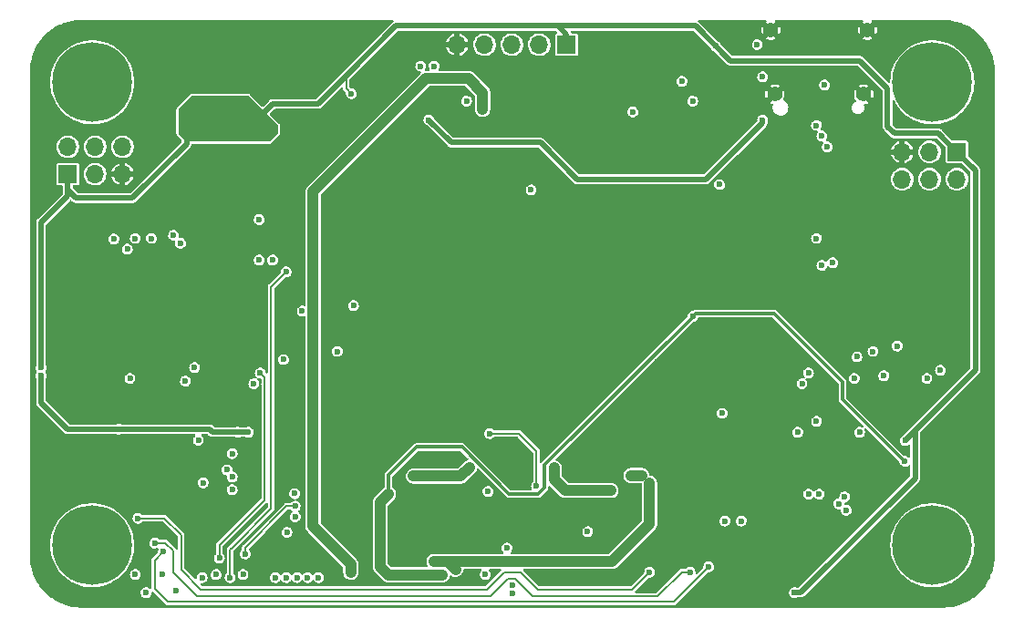
<source format=gbr>
%TF.GenerationSoftware,KiCad,Pcbnew,(6.0.0)*%
%TF.CreationDate,2022-06-06T22:40:17+03:00*%
%TF.ProjectId,basic_digital,62617369-635f-4646-9967-6974616c2e6b,rev?*%
%TF.SameCoordinates,Original*%
%TF.FileFunction,Copper,L3,Inr*%
%TF.FilePolarity,Positive*%
%FSLAX46Y46*%
G04 Gerber Fmt 4.6, Leading zero omitted, Abs format (unit mm)*
G04 Created by KiCad (PCBNEW (6.0.0)) date 2022-06-06 22:40:17*
%MOMM*%
%LPD*%
G01*
G04 APERTURE LIST*
%TA.AperFunction,ComponentPad*%
%ADD10C,7.400000*%
%TD*%
%TA.AperFunction,ComponentPad*%
%ADD11R,1.700000X1.700000*%
%TD*%
%TA.AperFunction,ComponentPad*%
%ADD12O,1.700000X1.700000*%
%TD*%
%TA.AperFunction,ComponentPad*%
%ADD13C,1.400000*%
%TD*%
%TA.AperFunction,ViaPad*%
%ADD14C,0.600000*%
%TD*%
%TA.AperFunction,Conductor*%
%ADD15C,0.200000*%
%TD*%
%TA.AperFunction,Conductor*%
%ADD16C,0.500000*%
%TD*%
%TA.AperFunction,Conductor*%
%ADD17C,0.300000*%
%TD*%
%TA.AperFunction,Conductor*%
%ADD18C,1.000000*%
%TD*%
G04 APERTURE END LIST*
D10*
%TO.N,unconnected-(H4-Pad1)*%
%TO.C,H4*%
X188000000Y61000000D03*
%TD*%
D11*
%TO.N,+3V3*%
%TO.C,J5*%
X190290000Y54540000D03*
D12*
%TO.N,/bt_out/rx*%
X190290000Y52000000D03*
%TO.N,/bt_out/tx*%
X187750000Y54540000D03*
%TO.N,/bt_out/boot*%
X187750000Y52000000D03*
%TO.N,GND*%
X185210000Y54540000D03*
%TO.N,/bt_out/rst*%
X185210000Y52000000D03*
%TD*%
D11*
%TO.N,+3V3*%
%TO.C,J2*%
X154040000Y64500000D03*
D12*
%TO.N,/stm32/swdclk*%
X151500000Y64500000D03*
%TO.N,/stm32/swdio*%
X148960000Y64500000D03*
%TO.N,/stm32/stm_rst*%
X146420000Y64500000D03*
%TO.N,GND*%
X143880000Y64500000D03*
%TD*%
D13*
%TO.N,GND*%
%TO.C,J1*%
X181990000Y65840000D03*
X181630000Y59890000D03*
X173370000Y59890000D03*
X173010000Y65840000D03*
%TD*%
D10*
%TO.N,unconnected-(H3-Pad1)*%
%TO.C,H3*%
X110000000Y18000000D03*
%TD*%
D11*
%TO.N,+3V3*%
%TO.C,J4*%
X107725000Y52475000D03*
D12*
%TO.N,/bt_in/rx*%
X107725000Y55015000D03*
%TO.N,/bt_in/tx*%
X110265000Y52475000D03*
%TO.N,/bt_in/boot*%
X110265000Y55015000D03*
%TO.N,GND*%
X112805000Y52475000D03*
%TO.N,/bt_in/rst*%
X112805000Y55015000D03*
%TD*%
D10*
%TO.N,unconnected-(H1-Pad1)*%
%TO.C,H1*%
X188000000Y18000000D03*
%TD*%
%TO.N,unconnected-(H2-Pad1)*%
%TO.C,H2*%
X110000000Y61000000D03*
%TD*%
D14*
%TO.N,Net-(R25-Pad1)*%
X115000000Y13600000D03*
%TO.N,/i2s_output/LEFT*%
X117800000Y13800000D03*
%TO.N,Net-(R25-Pad1)*%
X121800000Y16800000D03*
X125600000Y34000000D03*
%TO.N,/i2s_output/LEFT*%
X128850000Y20650000D03*
%TO.N,/i2s_output/RIGHT*%
X124200000Y17200000D03*
X128844622Y21644622D03*
%TO.N,Net-(R26-Pad1)*%
X122800000Y15000000D03*
X128000000Y43400000D03*
%TO.N,+3V3*%
X175200000Y13600000D03*
X123500000Y28500000D03*
X121500000Y57750000D03*
X124500000Y28500000D03*
X105250000Y34500000D03*
X124250000Y59000000D03*
X185475000Y27725000D03*
X112472799Y28777201D03*
X167875000Y64375000D03*
X125500000Y57750000D03*
X134050000Y59950000D03*
X105250000Y33750000D03*
X120000000Y58750000D03*
X120000000Y57750000D03*
X123000000Y57750000D03*
X124250000Y57750000D03*
X118750000Y57750000D03*
%TO.N,GND*%
X125000000Y50000000D03*
X127500000Y52500000D03*
X110000000Y35000000D03*
X137500000Y42500000D03*
X165000000Y57500000D03*
X117500000Y65000000D03*
X135000000Y45000000D03*
X112500000Y22500000D03*
X135000000Y22500000D03*
X107500000Y42500000D03*
X132500000Y25000000D03*
X130000000Y17500000D03*
X112500000Y65000000D03*
X160000000Y27500000D03*
X127500000Y17500000D03*
X135000000Y30000000D03*
X135000000Y52500000D03*
X177500000Y65000000D03*
X180750000Y27250000D03*
X137500000Y35000000D03*
X137500000Y30000000D03*
X137500000Y32500000D03*
X162500000Y35000000D03*
X175000000Y60500000D03*
X182500000Y55000000D03*
X182500000Y17500000D03*
X155000000Y15000000D03*
X107500000Y40000000D03*
X180000000Y40000000D03*
X157500000Y37500000D03*
X155000000Y37500000D03*
X142500000Y52500000D03*
X162500000Y57500000D03*
X180000000Y65000000D03*
X190000000Y25000000D03*
X137500000Y55000000D03*
X107500000Y25000000D03*
X160000000Y35000000D03*
X172500000Y55000000D03*
X140000000Y65000000D03*
X140000000Y32500000D03*
X110000000Y22500000D03*
X160000000Y32500000D03*
X120500000Y27000000D03*
X127500000Y50000000D03*
X145000000Y50000000D03*
X117500000Y50000000D03*
X170000000Y57500000D03*
X167500000Y55000000D03*
X117500000Y57500000D03*
X115000000Y50000000D03*
X177500000Y42500000D03*
X120000000Y50000000D03*
X137500000Y27500000D03*
X110000000Y42500000D03*
X175000000Y47500000D03*
X125000000Y52500000D03*
X132500000Y22500000D03*
X125000000Y35000000D03*
X115000000Y62500000D03*
X170000000Y12500000D03*
X162500000Y32500000D03*
X107500000Y22500000D03*
X140000000Y52500000D03*
X137500000Y45000000D03*
X175000000Y65000000D03*
X115000000Y55000000D03*
X160000000Y20000000D03*
X190000000Y22500000D03*
X120500000Y22000000D03*
X187500000Y35000000D03*
X147500000Y45000000D03*
X162500000Y42500000D03*
X162500000Y27500000D03*
X160000000Y37500000D03*
X122500000Y50000000D03*
X180000000Y50000000D03*
X120000000Y40000000D03*
X150000000Y37500000D03*
X110000000Y40000000D03*
X112500000Y35000000D03*
X137500000Y40000000D03*
X175000000Y22500000D03*
X177500000Y50000000D03*
X107500000Y35000000D03*
X122500000Y27500000D03*
X107500000Y37500000D03*
X162500000Y45000000D03*
X135000000Y25000000D03*
X157500000Y15000000D03*
X107500000Y45000000D03*
X127500000Y47500000D03*
X117500000Y62500000D03*
X180000000Y45000000D03*
X120000000Y42500000D03*
X115000000Y65000000D03*
X180000000Y42500000D03*
X152500000Y40000000D03*
X130000000Y65000000D03*
X165000000Y32500000D03*
X140000000Y42500000D03*
X180000000Y52500000D03*
X167500000Y22500000D03*
X147500000Y37500000D03*
X145000000Y20000000D03*
X175000000Y20000000D03*
X175000000Y52500000D03*
X167500000Y30000000D03*
X180000000Y37500000D03*
X177500000Y37500000D03*
X135000000Y35000000D03*
X155000000Y40000000D03*
X150000000Y40000000D03*
X137500000Y47500000D03*
X185000000Y45000000D03*
X145000000Y47500000D03*
X120500000Y25500000D03*
X187500000Y45000000D03*
X135000000Y42500000D03*
X147500000Y32500000D03*
X112500000Y42500000D03*
X175000000Y50000000D03*
X165000000Y45000000D03*
X170000000Y15000000D03*
X182500000Y57500000D03*
X140000000Y35000000D03*
X140000000Y45000000D03*
X162500000Y37500000D03*
X187500000Y22500000D03*
X142500000Y50000000D03*
X150000000Y32500000D03*
X135000000Y47500000D03*
X174250000Y28250000D03*
X110000000Y37500000D03*
X132500000Y40000000D03*
X169000000Y41500000D03*
X117500000Y52500000D03*
X167500000Y25000000D03*
X125000000Y42500000D03*
X147500000Y40000000D03*
X167500000Y27500000D03*
X172500000Y52500000D03*
X162500000Y40000000D03*
X135000000Y32500000D03*
X182500000Y37500000D03*
X150000000Y52500000D03*
X147500000Y42500000D03*
X125000000Y55000000D03*
X162500000Y25000000D03*
X110000000Y45000000D03*
X157500000Y20000000D03*
X174250000Y27250000D03*
X137500000Y37500000D03*
X140000000Y40000000D03*
X120000000Y37500000D03*
X125000000Y17500000D03*
X127500000Y55000000D03*
X110000000Y25000000D03*
X125000000Y47500000D03*
X137500000Y52500000D03*
X160000000Y15000000D03*
X185000000Y65000000D03*
X115000000Y57500000D03*
X152500000Y52500000D03*
X170000000Y52500000D03*
X122500000Y22500000D03*
X182500000Y45000000D03*
X180750000Y25750000D03*
X117500000Y60000000D03*
X115000000Y60000000D03*
X140000000Y37500000D03*
X157500000Y27500000D03*
X122500000Y52500000D03*
X177500000Y52500000D03*
X152500000Y37500000D03*
X120000000Y52500000D03*
X135000000Y27500000D03*
X160000000Y30000000D03*
X167000000Y41500000D03*
X145000000Y52500000D03*
X180000000Y55000000D03*
X152500000Y20000000D03*
X112500000Y25000000D03*
X177500000Y40000000D03*
%TO.N,+VSW*%
X146875000Y28375000D03*
X151250000Y23500000D03*
%TO.N,-5V*%
X152925000Y25175000D03*
X158175000Y23075000D03*
%TO.N,+5V*%
X145025000Y25225000D03*
X139825000Y24425000D03*
%TO.N,VCC*%
X172250000Y57500000D03*
X141250000Y57500000D03*
X178250000Y55000000D03*
X172250000Y61514011D03*
%TO.N,+BATT*%
X134000000Y15500000D03*
X146250000Y59500000D03*
X134000000Y16250000D03*
X146250000Y58500000D03*
%TO.N,/i2s_output/V-*%
X143750000Y15750000D03*
X161025000Y24475000D03*
X146750000Y23000000D03*
X141750000Y16500000D03*
X160025000Y24475000D03*
X143000000Y16500000D03*
X161750000Y23750000D03*
X132750000Y36000000D03*
%TO.N,/i2s_output/LEFT*%
X127750000Y35248323D03*
%TO.N,/i2s_output/RIGHT*%
X146500000Y15274502D03*
X129500000Y39750000D03*
%TO.N,/i2s_input/LEFT*%
X168250000Y51500000D03*
%TO.N,/i2s_input/RIGHT*%
X156000000Y19250000D03*
X168500000Y30250000D03*
%TO.N,/bt_out/WS*%
X181000000Y35500000D03*
X181250000Y28500000D03*
%TO.N,/bt_out/BCK*%
X175500000Y28500000D03*
X177250000Y46500000D03*
%TO.N,/power/TS*%
X148500000Y17750000D03*
X144750000Y59250000D03*
%TO.N,/bt_out/rx*%
X187500000Y33500000D03*
%TO.N,/bt_out/tx*%
X188750000Y34250000D03*
%TO.N,Net-(J1-PadA7)*%
X178000000Y60750000D03*
X177250000Y57000000D03*
%TO.N,Net-(J1-PadA5)*%
X171750000Y64500000D03*
X177750000Y56000000D03*
%TO.N,/stm32/stm_rst*%
X160200000Y58250000D03*
%TO.N,/bt_in/rst*%
X113500000Y33500000D03*
%TO.N,/bt_in/I2S_OUT*%
X120298911Y23798911D03*
X119849500Y27750000D03*
%TO.N,/bt_in/boot*%
X125500000Y48250000D03*
X128800000Y22800000D03*
%TO.N,/bt_out/boot*%
X175900500Y33000000D03*
%TO.N,/i2s_output/LEFT_INT*%
X122500000Y25000000D03*
X125000000Y33000000D03*
%TO.N,/i2s_output/RIGHT_INT*%
X126750000Y44500000D03*
X122988000Y23150500D03*
%TO.N,/stm32/swdio*%
X165750000Y59250000D03*
%TO.N,/stm32/swdclk*%
X164750000Y61100000D03*
%TO.N,/bt_in/WS*%
X123000000Y24349500D03*
X125500000Y44500000D03*
%TO.N,/bt_in/SCK*%
X115500000Y46500000D03*
X116600000Y17400000D03*
X184750000Y36500000D03*
X167250000Y16000000D03*
%TO.N,/bt_in/MISO*%
X115800000Y18200000D03*
X165500000Y15500000D03*
X183500000Y33750000D03*
X114000000Y46500000D03*
%TO.N,/bt_in/MOSI*%
X114250000Y20500000D03*
X161750000Y15500000D03*
X182500000Y36000000D03*
X112000000Y46450000D03*
%TO.N,Net-(J3-Pad3)*%
X131000000Y15000000D03*
X130000000Y15000000D03*
X129000000Y15000000D03*
X127000000Y15000000D03*
X128000000Y15000000D03*
%TO.N,/side_con/IN_MONO*%
X149000000Y14250000D03*
X150750000Y51000000D03*
X149000000Y13525000D03*
%TO.N,BT_MUTE*%
X128075000Y19200000D03*
X122990159Y26500838D03*
%TO.N,/bt_in/io13*%
X124000000Y15274502D03*
X119500000Y34500000D03*
%TO.N,/bt_in/io12*%
X118650500Y33250000D03*
X121500000Y15274502D03*
%TO.N,/bt_in/cs1*%
X118200000Y46050000D03*
X120200000Y15000000D03*
%TO.N,/bt_in/cs2*%
X117550000Y46800000D03*
X116500000Y15274502D03*
%TO.N,/bt_in/io2*%
X113250000Y45500000D03*
X114000000Y15274502D03*
%TO.N,/bt_out/io13*%
X180000000Y21250000D03*
X177750000Y44000000D03*
%TO.N,/bt_out/io12*%
X179323367Y21849500D03*
X178750000Y44250000D03*
%TO.N,/bt_out/cs1*%
X180750000Y33500000D03*
X179864244Y22500000D03*
%TO.N,/bt_out/cs2*%
X177500000Y22750000D03*
X177250000Y29500000D03*
%TO.N,/bt_out/io2*%
X176500000Y34000000D03*
X176500000Y22750000D03*
%TO.N,Net-(J6-Pad2)*%
X140500000Y62500000D03*
X168750000Y20250000D03*
%TO.N,/i2s_input/V+*%
X134250000Y40250000D03*
X136750000Y21000000D03*
X136750000Y22000000D03*
X141250000Y15250000D03*
X137500000Y22750000D03*
X140250000Y15250000D03*
X142500000Y15250000D03*
X185450000Y25800000D03*
X165750000Y39250000D03*
%TO.N,Net-(J6-Pad1)*%
X170250000Y20250000D03*
X141750000Y62500000D03*
%TD*%
D15*
%TO.N,/bt_in/MISO*%
X164723976Y15500000D02*
X165500000Y15500000D01*
X162473976Y13250000D02*
X164723976Y15500000D01*
X150847838Y13250000D02*
X162473976Y13250000D01*
X147000000Y13250000D02*
X148599511Y14849511D01*
X119750000Y13250000D02*
X147000000Y13250000D01*
X148599511Y14849511D02*
X149248327Y14849511D01*
X117500000Y15500000D02*
X119750000Y13250000D01*
X117500000Y17500000D02*
X117500000Y15500000D01*
X149248327Y14849511D02*
X150847838Y13250000D01*
X116800000Y18200000D02*
X117500000Y17500000D01*
X115800000Y18200000D02*
X116800000Y18200000D01*
%TO.N,/bt_in/MOSI*%
X116700000Y20500000D02*
X114250000Y20500000D01*
X118250000Y18950000D02*
X116700000Y20500000D01*
X118250000Y15750000D02*
X118250000Y18950000D01*
X120100480Y13899520D02*
X118250000Y15750000D01*
X149750000Y15500000D02*
X148250000Y15500000D01*
X146649520Y13899520D02*
X120100480Y13899520D01*
X151350480Y13899520D02*
X149750000Y15500000D01*
X148250000Y15500000D02*
X146649520Y13899520D01*
X161750000Y15500000D02*
X160149520Y13899520D01*
X160149520Y13899520D02*
X151350480Y13899520D01*
%TO.N,/bt_in/SCK*%
X164000000Y12750000D02*
X167250000Y16000000D01*
X117000000Y12750000D02*
X164000000Y12750000D01*
X115800000Y16600000D02*
X115800000Y13950000D01*
X116600000Y17400000D02*
X115800000Y16600000D01*
X115800000Y13950000D02*
X117000000Y12750000D01*
%TO.N,Net-(R25-Pad1)*%
X121800000Y18000000D02*
X121800000Y16800000D01*
X126000000Y22200000D02*
X121800000Y18000000D01*
X126000000Y33600000D02*
X126000000Y22200000D01*
X125600000Y34000000D02*
X126000000Y33600000D01*
%TO.N,/i2s_output/RIGHT*%
X124200000Y17200000D02*
X124200000Y17800000D01*
X124200000Y17800000D02*
X128044622Y21644622D01*
X128044622Y21644622D02*
X128844622Y21644622D01*
%TO.N,Net-(R26-Pad1)*%
X122800000Y17600000D02*
X122800000Y15000000D01*
X126600000Y21400000D02*
X123000000Y17800000D01*
X123000000Y17800000D02*
X122800000Y17600000D01*
X126600000Y31200000D02*
X126600000Y21400000D01*
X126600000Y42000000D02*
X126600000Y31200000D01*
X128000000Y43400000D02*
X126600000Y42000000D01*
D16*
%TO.N,+3V3*%
X186400000Y24200000D02*
X175800000Y13600000D01*
X186400000Y28650000D02*
X186400000Y25600000D01*
X187175000Y29425000D02*
X186400000Y28650000D01*
X186400000Y25600000D02*
X186400000Y24200000D01*
X175800000Y13600000D02*
X175200000Y13600000D01*
X187175000Y29425000D02*
X185475000Y27725000D01*
X192000000Y34250000D02*
X187175000Y29425000D01*
D17*
%TO.N,/i2s_input/V+*%
X173336477Y39500000D02*
X166000000Y39500000D01*
X179650000Y33186477D02*
X173336477Y39500000D01*
X166000000Y39500000D02*
X165750000Y39250000D01*
X179650000Y31550000D02*
X179650000Y33186477D01*
X185450000Y25800000D02*
X185400000Y25800000D01*
X185400000Y25800000D02*
X179650000Y31550000D01*
D16*
%TO.N,+3V3*%
X181250000Y63000000D02*
X183850489Y60399511D01*
X107725000Y51025000D02*
X108500000Y50250000D01*
X125500000Y57750000D02*
X126750000Y59000000D01*
X107725000Y52475000D02*
X107725000Y51025000D01*
X183850489Y60399511D02*
X183850489Y56899511D01*
X123000000Y28500000D02*
X124500000Y28500000D01*
X130950000Y59000000D02*
X133575000Y61625000D01*
X120909959Y28777201D02*
X121187160Y28500000D01*
X105250000Y31250000D02*
X107722799Y28777201D01*
D15*
X133575000Y61625000D02*
X133575000Y60425000D01*
D16*
X188580000Y56250000D02*
X190290000Y54540000D01*
X107725000Y50475000D02*
X107725000Y52475000D01*
X183850489Y56899511D02*
X184500000Y56250000D01*
X113750000Y50250000D02*
X118750000Y55250000D01*
X190290000Y54540000D02*
X192000000Y52830000D01*
X192000000Y52830000D02*
X192000000Y34250000D01*
X118750000Y55250000D02*
X118750000Y57750000D01*
X169250000Y63000000D02*
X181250000Y63000000D01*
X138200000Y66250000D02*
X153250000Y66250000D01*
X154040000Y65460000D02*
X154040000Y64500000D01*
X108500000Y50250000D02*
X113750000Y50250000D01*
X105250000Y34500000D02*
X105250000Y48000000D01*
X105250000Y33750000D02*
X105250000Y31250000D01*
X105250000Y48000000D02*
X107725000Y50475000D01*
X166000000Y66250000D02*
X169250000Y63000000D01*
X123000000Y28500000D02*
X123500000Y28500000D01*
X184500000Y56250000D02*
X188580000Y56250000D01*
X153250000Y66250000D02*
X166000000Y66250000D01*
X153250000Y66250000D02*
X154040000Y65460000D01*
X126750000Y59000000D02*
X130950000Y59000000D01*
D15*
X133575000Y60425000D02*
X134050000Y59950000D01*
D16*
X107722799Y28777201D02*
X120909959Y28777201D01*
X121187160Y28500000D02*
X123000000Y28500000D01*
X133575000Y61625000D02*
X138200000Y66250000D01*
D15*
%TO.N,+VSW*%
X149625000Y28375000D02*
X146875000Y28375000D01*
X151250000Y23500000D02*
X151250000Y26750000D01*
X151250000Y26750000D02*
X149625000Y28375000D01*
D18*
%TO.N,-5V*%
X152925000Y25175000D02*
X152925000Y24075000D01*
X153925000Y23075000D02*
X158175000Y23075000D01*
X152925000Y24075000D02*
X153925000Y23075000D01*
%TO.N,+5V*%
X139825000Y24425000D02*
X144225000Y24425000D01*
X144225000Y24425000D02*
X145025000Y25225000D01*
D16*
%TO.N,VCC*%
X143350000Y55400000D02*
X141250000Y57500000D01*
X167000489Y52000489D02*
X154999511Y52000489D01*
X172250000Y57500000D02*
X172250000Y57250000D01*
X151600000Y55400000D02*
X143350000Y55400000D01*
X154999511Y52000489D02*
X151600000Y55400000D01*
X172250000Y57250000D02*
X167000489Y52000489D01*
D18*
%TO.N,+BATT*%
X130500000Y19750000D02*
X130500000Y48500000D01*
X130500000Y48500000D02*
X130500000Y50850000D01*
X141000000Y61350000D02*
X144950000Y61350000D01*
X134000000Y15500000D02*
X134000000Y16250000D01*
X134000000Y16250000D02*
X130500000Y19750000D01*
X146250000Y59500000D02*
X146250000Y58500000D01*
X146250000Y60050000D02*
X146250000Y59500000D01*
X130500000Y50850000D02*
X141000000Y61350000D01*
X144950000Y61350000D02*
X146250000Y60050000D01*
%TO.N,/i2s_output/V-*%
X141750000Y16500000D02*
X158250000Y16500000D01*
X161750000Y21750000D02*
X161750000Y23750000D01*
X161750000Y20000000D02*
X161750000Y21750000D01*
X143000000Y16500000D02*
X143750000Y15750000D01*
X158250000Y16500000D02*
X161750000Y20000000D01*
X160025000Y24475000D02*
X161025000Y24475000D01*
X141750000Y16500000D02*
X143000000Y16500000D01*
D17*
%TO.N,/i2s_input/V+*%
X152000000Y25451402D02*
X152000000Y23331452D01*
X165750000Y39250000D02*
X165750000Y39201402D01*
D18*
X137500000Y15250000D02*
X142500000Y15250000D01*
D17*
X140125000Y27125000D02*
X137500000Y24500000D01*
D18*
X136750000Y22000000D02*
X137500000Y22750000D01*
D17*
X137500000Y24500000D02*
X137500000Y22750000D01*
X151418548Y22750000D02*
X148701402Y22750000D01*
X165750000Y39201402D02*
X152000000Y25451402D01*
X148701402Y22750000D02*
X144326402Y27125000D01*
D18*
X136750000Y21000000D02*
X136750000Y16000000D01*
D17*
X152000000Y23331452D02*
X151418548Y22750000D01*
D18*
X136750000Y21000000D02*
X136750000Y22000000D01*
D17*
X144326402Y27125000D02*
X140125000Y27125000D01*
D18*
X136750000Y16000000D02*
X137500000Y15250000D01*
%TD*%
%TA.AperFunction,Conductor*%
%TO.N,+3V3*%
G36*
X124517183Y59731093D02*
G01*
X124528996Y59721004D01*
X127221004Y57028996D01*
X127248781Y56974479D01*
X127250000Y56958992D01*
X127250000Y56291008D01*
X127231093Y56232817D01*
X127221004Y56221004D01*
X126528996Y55528996D01*
X126474479Y55501219D01*
X126458992Y55500000D01*
X125075953Y55500000D01*
X125074753Y55500089D01*
X125074739Y55500093D01*
X124977996Y55500684D01*
X124938430Y55500926D01*
X124938429Y55500926D01*
X124931376Y55500969D01*
X124928945Y55500274D01*
X124924922Y55500000D01*
X118791008Y55500000D01*
X118732817Y55518907D01*
X118721004Y55528996D01*
X118028996Y56221004D01*
X118001219Y56275521D01*
X118000000Y56291008D01*
X118000000Y57446709D01*
X118001372Y57463134D01*
X118004862Y57483876D01*
X118004862Y57483880D01*
X118005496Y57487646D01*
X118005647Y57500000D01*
X118001000Y57532450D01*
X118000000Y57546483D01*
X118000000Y58458992D01*
X118018907Y58517183D01*
X118028996Y58528996D01*
X119221004Y59721004D01*
X119275521Y59748781D01*
X119291008Y59750000D01*
X124458992Y59750000D01*
X124517183Y59731093D01*
G37*
%TD.AperFunction*%
%TD*%
%TA.AperFunction,Conductor*%
%TO.N,GND*%
G36*
X137936704Y66781093D02*
G01*
X137972668Y66731593D01*
X137972668Y66670407D01*
X137934485Y66619760D01*
X137932212Y66618580D01*
X137927172Y66614275D01*
X137889540Y66576643D01*
X137886737Y66573949D01*
X137849876Y66539876D01*
X137849874Y66539873D01*
X137844444Y66534854D01*
X137840922Y66528790D01*
X137834362Y66521465D01*
X133302179Y61989282D01*
X133302172Y61989276D01*
X132035949Y60723052D01*
X130792393Y59479496D01*
X130737876Y59451719D01*
X130722389Y59450500D01*
X126782627Y59450500D01*
X126770991Y59451186D01*
X126766487Y59451719D01*
X126735690Y59455364D01*
X126728414Y59454035D01*
X126728411Y59454035D01*
X126709057Y59450500D01*
X126677570Y59444749D01*
X126674524Y59444242D01*
X126616038Y59435449D01*
X126609525Y59432321D01*
X126602427Y59431025D01*
X126550832Y59404224D01*
X126550020Y59403802D01*
X126547238Y59402412D01*
X126500592Y59380013D01*
X126500589Y59380011D01*
X126493921Y59376809D01*
X126489479Y59372703D01*
X126487219Y59371180D01*
X126482212Y59368579D01*
X126477172Y59364275D01*
X126439540Y59326643D01*
X126436737Y59323949D01*
X126399876Y59289876D01*
X126399874Y59289873D01*
X126394444Y59284854D01*
X126390922Y59278790D01*
X126384362Y59271465D01*
X125892874Y58779977D01*
X125838357Y58752200D01*
X125777925Y58761771D01*
X125752866Y58779977D01*
X124671082Y59861760D01*
X124670417Y59862425D01*
X124669735Y59863055D01*
X124669722Y59863068D01*
X124659588Y59872436D01*
X124658884Y59873087D01*
X124647071Y59883176D01*
X124578985Y59921305D01*
X124520794Y59940212D01*
X124516950Y59940821D01*
X124516945Y59940822D01*
X124462840Y59949391D01*
X124462835Y59949391D01*
X124458992Y59950000D01*
X119291008Y59950000D01*
X119290076Y59949963D01*
X119290057Y59949963D01*
X119276269Y59949421D01*
X119276246Y59949420D01*
X119275314Y59949383D01*
X119274374Y59949309D01*
X119274357Y59949308D01*
X119270591Y59949011D01*
X119259827Y59948164D01*
X119255146Y59946844D01*
X119255147Y59946844D01*
X119189404Y59928303D01*
X119189401Y59928302D01*
X119184725Y59926983D01*
X119130208Y59899206D01*
X119127059Y59896918D01*
X119082722Y59864706D01*
X119082719Y59864703D01*
X119079583Y59862425D01*
X117887575Y58670417D01*
X117876913Y58658884D01*
X117866824Y58647071D01*
X117828695Y58578985D01*
X117809788Y58520794D01*
X117809179Y58516950D01*
X117809178Y58516945D01*
X117801258Y58466934D01*
X117800000Y58458992D01*
X117800000Y57546483D01*
X117800506Y57532267D01*
X117801506Y57518234D01*
X117801600Y57517358D01*
X117801600Y57517356D01*
X117802760Y57506526D01*
X117802551Y57483642D01*
X117802066Y57479782D01*
X117800694Y57463357D01*
X117800652Y57462342D01*
X117800651Y57462331D01*
X117800597Y57461036D01*
X117800000Y57446709D01*
X117800000Y56291008D01*
X117800037Y56290076D01*
X117800037Y56290057D01*
X117800527Y56277612D01*
X117800617Y56275314D01*
X117800691Y56274374D01*
X117800692Y56274357D01*
X117800989Y56270591D01*
X117801836Y56259827D01*
X117803156Y56255147D01*
X117809387Y56233055D01*
X117823017Y56184725D01*
X117850794Y56130208D01*
X117853082Y56127059D01*
X117878657Y56091858D01*
X117887575Y56079583D01*
X118270504Y55696654D01*
X118298281Y55642137D01*
X118299500Y55626650D01*
X118299500Y55477611D01*
X118280593Y55419420D01*
X118270504Y55407607D01*
X113592393Y50729496D01*
X113537876Y50701719D01*
X113522389Y50700500D01*
X108727612Y50700500D01*
X108669421Y50719407D01*
X108657609Y50729496D01*
X108204497Y51182607D01*
X108176719Y51237124D01*
X108175500Y51252611D01*
X108175500Y51325500D01*
X108194407Y51383691D01*
X108243907Y51419655D01*
X108274500Y51424500D01*
X108594748Y51424500D01*
X108620995Y51429721D01*
X108643666Y51434230D01*
X108643668Y51434231D01*
X108653231Y51436133D01*
X108719552Y51480448D01*
X108763867Y51546769D01*
X108767502Y51565040D01*
X108770787Y51581559D01*
X108775500Y51605252D01*
X108775500Y52489738D01*
X109209520Y52489738D01*
X109226759Y52284447D01*
X109228092Y52279799D01*
X109228092Y52279798D01*
X109250911Y52200220D01*
X109283544Y52086414D01*
X109377712Y51903182D01*
X109505677Y51741730D01*
X109509357Y51738598D01*
X109509359Y51738596D01*
X109591864Y51668379D01*
X109662564Y51608209D01*
X109666787Y51605849D01*
X109666791Y51605846D01*
X109766736Y51549989D01*
X109842398Y51507703D01*
X109846996Y51506209D01*
X110033724Y51445537D01*
X110033726Y51445536D01*
X110038329Y51444041D01*
X110242894Y51419649D01*
X110247716Y51420020D01*
X110247719Y51420020D01*
X110318259Y51425448D01*
X110448300Y51435454D01*
X110646725Y51490855D01*
X110651038Y51493034D01*
X110651044Y51493036D01*
X110826289Y51581559D01*
X110826291Y51581560D01*
X110830610Y51583742D01*
X110844746Y51594786D01*
X110989135Y51707594D01*
X110989139Y51707598D01*
X110992951Y51710576D01*
X110996433Y51714609D01*
X111055376Y51782897D01*
X111127564Y51866528D01*
X111130120Y51871027D01*
X111226934Y52041450D01*
X111226935Y52041453D01*
X111229323Y52045656D01*
X111230920Y52050454D01*
X111282922Y52206778D01*
X111789549Y52206778D01*
X111822674Y52091257D01*
X111826225Y52082289D01*
X111915919Y51907764D01*
X111921142Y51899659D01*
X112043037Y51745866D01*
X112049720Y51738945D01*
X112199164Y51611759D01*
X112207078Y51606258D01*
X112378373Y51510525D01*
X112387201Y51506668D01*
X112536088Y51458292D01*
X112547479Y51458292D01*
X112551000Y51469129D01*
X112551000Y51471392D01*
X113059000Y51471392D01*
X113062747Y51459859D01*
X113073079Y51459643D01*
X113181882Y51490022D01*
X113190862Y51493504D01*
X113366020Y51581983D01*
X113374155Y51587146D01*
X113528787Y51707958D01*
X113535771Y51714609D01*
X113663990Y51863152D01*
X113669546Y51871027D01*
X113766471Y52041647D01*
X113770392Y52050454D01*
X113822176Y52206121D01*
X113822255Y52217388D01*
X113811268Y52221000D01*
X113074680Y52221000D01*
X113061995Y52216878D01*
X113059000Y52212757D01*
X113059000Y51471392D01*
X112551000Y51471392D01*
X112551000Y52205320D01*
X112546878Y52218005D01*
X112542757Y52221000D01*
X111801151Y52221000D01*
X111789733Y52217290D01*
X111789549Y52206778D01*
X111282922Y52206778D01*
X111292824Y52236546D01*
X111292824Y52236548D01*
X111294351Y52241137D01*
X111320171Y52445526D01*
X111320248Y52450989D01*
X111320383Y52460675D01*
X111320583Y52475000D01*
X111318667Y52494546D01*
X111300952Y52675220D01*
X111300951Y52675224D01*
X111300480Y52680030D01*
X111284660Y52732430D01*
X111281183Y52743947D01*
X111788703Y52743947D01*
X111788784Y52732430D01*
X111799466Y52729000D01*
X112535320Y52729000D01*
X112548005Y52733122D01*
X112551000Y52737243D01*
X112551000Y52744680D01*
X113059000Y52744680D01*
X113063122Y52731995D01*
X113067243Y52729000D01*
X113809493Y52729000D01*
X113820681Y52732635D01*
X113820794Y52743503D01*
X113781869Y52872428D01*
X113778199Y52881332D01*
X113686072Y53054599D01*
X113680740Y53062624D01*
X113556716Y53214693D01*
X113549922Y53221534D01*
X113398721Y53346619D01*
X113390738Y53352003D01*
X113218114Y53445340D01*
X113209243Y53449069D01*
X113073977Y53490941D01*
X113062340Y53490778D01*
X113059000Y53480250D01*
X113059000Y52744680D01*
X112551000Y52744680D01*
X112551000Y53479143D01*
X112547327Y53490447D01*
X112536638Y53490596D01*
X112414407Y53454622D01*
X112405466Y53451009D01*
X112231573Y53360101D01*
X112223497Y53354816D01*
X112070571Y53231860D01*
X112063687Y53225119D01*
X111937551Y53074795D01*
X111932104Y53066841D01*
X111837573Y52894889D01*
X111833773Y52886024D01*
X111788703Y52743947D01*
X111281183Y52743947D01*
X111242333Y52872620D01*
X111240935Y52877251D01*
X111144218Y53059151D01*
X111014011Y53218800D01*
X110867639Y53339890D01*
X110859002Y53347035D01*
X110859000Y53347036D01*
X110855275Y53350118D01*
X110674055Y53448103D01*
X110604764Y53469552D01*
X110481875Y53507593D01*
X110481871Y53507594D01*
X110477254Y53509023D01*
X110472446Y53509528D01*
X110472443Y53509529D01*
X110277185Y53530051D01*
X110277183Y53530051D01*
X110272369Y53530557D01*
X110216800Y53525500D01*
X110072022Y53512325D01*
X110072017Y53512324D01*
X110067203Y53511886D01*
X109869572Y53453720D01*
X109865288Y53451481D01*
X109865287Y53451480D01*
X109797528Y53416056D01*
X109687002Y53358274D01*
X109683231Y53355242D01*
X109530220Y53232219D01*
X109530217Y53232217D01*
X109526447Y53229185D01*
X109523333Y53225474D01*
X109523332Y53225473D01*
X109400769Y53079408D01*
X109394024Y53071370D01*
X109391689Y53067122D01*
X109391688Y53067121D01*
X109385331Y53055557D01*
X109294776Y52890838D01*
X109293313Y52886225D01*
X109293311Y52886221D01*
X109252390Y52757219D01*
X109232484Y52694468D01*
X109231944Y52689656D01*
X109231944Y52689655D01*
X109221481Y52596370D01*
X109209520Y52489738D01*
X108775500Y52489738D01*
X108775500Y53344748D01*
X108763867Y53403231D01*
X108719552Y53469552D01*
X108653231Y53513867D01*
X108643668Y53515769D01*
X108643666Y53515770D01*
X108620995Y53520279D01*
X108594748Y53525500D01*
X106855252Y53525500D01*
X106829005Y53520279D01*
X106806334Y53515770D01*
X106806332Y53515769D01*
X106796769Y53513867D01*
X106730448Y53469552D01*
X106686133Y53403231D01*
X106674500Y53344748D01*
X106674500Y51605252D01*
X106679213Y51581559D01*
X106682499Y51565040D01*
X106686133Y51546769D01*
X106730448Y51480448D01*
X106796769Y51436133D01*
X106806332Y51434231D01*
X106806334Y51434230D01*
X106829005Y51429721D01*
X106855252Y51424500D01*
X107175500Y51424500D01*
X107233691Y51405593D01*
X107269655Y51356093D01*
X107274500Y51325500D01*
X107274500Y51057627D01*
X107273814Y51045991D01*
X107269636Y51010690D01*
X107270965Y51003414D01*
X107270965Y51003411D01*
X107272889Y50992879D01*
X107274500Y50975092D01*
X107274500Y50702612D01*
X107255593Y50644421D01*
X107245504Y50632608D01*
X104954514Y48341618D01*
X104945802Y48333877D01*
X104917890Y48311872D01*
X104913683Y48305785D01*
X104884292Y48263259D01*
X104882488Y48260736D01*
X104847366Y48213184D01*
X104844973Y48206368D01*
X104840869Y48200431D01*
X104838636Y48193372D01*
X104838636Y48193371D01*
X104823049Y48144085D01*
X104822082Y48141186D01*
X104802481Y48085369D01*
X104802244Y48079327D01*
X104801723Y48076653D01*
X104800020Y48071270D01*
X104799500Y48064663D01*
X104799500Y48011459D01*
X104799424Y48007572D01*
X104798089Y47973591D01*
X104797162Y47950006D01*
X104798959Y47943228D01*
X104799500Y47933403D01*
X104799500Y34740320D01*
X104790116Y34698249D01*
X104766447Y34647837D01*
X104765362Y34640868D01*
X104765361Y34640865D01*
X104763831Y34631037D01*
X104744391Y34506177D01*
X104745306Y34499180D01*
X104745306Y34499179D01*
X104760245Y34384934D01*
X104762980Y34364021D01*
X104765821Y34357565D01*
X104765821Y34357564D01*
X104813512Y34249179D01*
X104820720Y34232797D01*
X104825257Y34227399D01*
X104825258Y34227398D01*
X104857446Y34189105D01*
X104880415Y34132395D01*
X104865664Y34073014D01*
X104855866Y34059870D01*
X104832044Y34032897D01*
X104832042Y34032895D01*
X104827377Y34027612D01*
X104824381Y34021230D01*
X104824380Y34021229D01*
X104813643Y33998359D01*
X104766447Y33897837D01*
X104765362Y33890868D01*
X104765361Y33890865D01*
X104757429Y33839918D01*
X104744391Y33756177D01*
X104745306Y33749180D01*
X104745306Y33749179D01*
X104760245Y33634934D01*
X104762980Y33614021D01*
X104765820Y33607567D01*
X104765821Y33607563D01*
X104791116Y33550077D01*
X104799500Y33510205D01*
X104799500Y31282627D01*
X104798814Y31270991D01*
X104794636Y31235690D01*
X104795965Y31228414D01*
X104795965Y31228411D01*
X104805248Y31177586D01*
X104805758Y31174524D01*
X104814551Y31116038D01*
X104817679Y31109525D01*
X104818975Y31102427D01*
X104822386Y31095861D01*
X104846198Y31050020D01*
X104847588Y31047238D01*
X104869987Y31000592D01*
X104869989Y31000589D01*
X104873191Y30993921D01*
X104877297Y30989479D01*
X104878820Y30987219D01*
X104881421Y30982212D01*
X104885725Y30977172D01*
X104923357Y30939540D01*
X104926051Y30936737D01*
X104960124Y30899876D01*
X104960127Y30899874D01*
X104965146Y30894444D01*
X104971210Y30890922D01*
X104978535Y30884362D01*
X107381180Y28481717D01*
X107388921Y28473005D01*
X107410927Y28445091D01*
X107443774Y28422389D01*
X107459536Y28411495D01*
X107462063Y28409688D01*
X107503659Y28378966D01*
X107503663Y28378964D01*
X107509616Y28374567D01*
X107516430Y28372174D01*
X107522368Y28368070D01*
X107578713Y28350250D01*
X107581649Y28349271D01*
X107637430Y28329682D01*
X107643467Y28329445D01*
X107646151Y28328922D01*
X107651529Y28327221D01*
X107658136Y28326701D01*
X107711340Y28326701D01*
X107715227Y28326625D01*
X107765402Y28324653D01*
X107765405Y28324653D01*
X107772793Y28324363D01*
X107779571Y28326160D01*
X107789396Y28326701D01*
X112222684Y28326701D01*
X112254690Y28319459D01*
X112255112Y28320811D01*
X112385224Y28280162D01*
X112385225Y28280162D01*
X112391956Y28278059D01*
X112463627Y28276745D01*
X112528244Y28275560D01*
X112528246Y28275560D01*
X112535298Y28275431D01*
X112542101Y28277286D01*
X112542103Y28277286D01*
X112666812Y28311286D01*
X112673616Y28313141D01*
X112679626Y28316831D01*
X112683619Y28318559D01*
X112722936Y28326701D01*
X119483064Y28326701D01*
X119541255Y28307794D01*
X119577219Y28258294D01*
X119577219Y28197108D01*
X119541255Y28147608D01*
X119535892Y28143974D01*
X119521780Y28135070D01*
X119517113Y28129786D01*
X119517111Y28129784D01*
X119431544Y28032897D01*
X119431542Y28032895D01*
X119426877Y28027612D01*
X119423881Y28021230D01*
X119423880Y28021229D01*
X119411163Y27994143D01*
X119365947Y27897837D01*
X119364862Y27890868D01*
X119364861Y27890865D01*
X119360969Y27865865D01*
X119343891Y27756177D01*
X119344806Y27749180D01*
X119344806Y27749179D01*
X119346248Y27738151D01*
X119362480Y27614021D01*
X119365321Y27607565D01*
X119365321Y27607564D01*
X119373086Y27589918D01*
X119420220Y27482797D01*
X119458371Y27437411D01*
X119507931Y27378451D01*
X119507934Y27378449D01*
X119512470Y27373052D01*
X119518341Y27369144D01*
X119518342Y27369143D01*
X119522795Y27366179D01*
X119631813Y27293610D01*
X119711835Y27268610D01*
X119761925Y27252961D01*
X119761926Y27252961D01*
X119768657Y27250858D01*
X119840328Y27249544D01*
X119904945Y27248359D01*
X119904947Y27248359D01*
X119911999Y27248230D01*
X119918802Y27250085D01*
X119918804Y27250085D01*
X120001086Y27272518D01*
X120050317Y27285940D01*
X120172491Y27360955D01*
X120179903Y27369143D01*
X120263968Y27462018D01*
X120268700Y27467246D01*
X120331210Y27596267D01*
X120335375Y27621018D01*
X120354362Y27733876D01*
X120354362Y27733880D01*
X120354996Y27737646D01*
X120355147Y27750000D01*
X120334823Y27891918D01*
X120286486Y27998230D01*
X120278405Y28016004D01*
X120278404Y28016005D01*
X120275484Y28022428D01*
X120201925Y28107797D01*
X120186505Y28125693D01*
X120186504Y28125694D01*
X120181900Y28131037D01*
X120160935Y28144626D01*
X120122388Y28192142D01*
X120119133Y28253241D01*
X120152413Y28304584D01*
X120214782Y28326701D01*
X120682348Y28326701D01*
X120740539Y28307794D01*
X120752352Y28297705D01*
X120845541Y28204516D01*
X120853282Y28195804D01*
X120875288Y28167890D01*
X120917331Y28138833D01*
X120923901Y28134292D01*
X120926424Y28132488D01*
X120930086Y28129784D01*
X120968021Y28101764D01*
X120968023Y28101763D01*
X120973976Y28097366D01*
X120980792Y28094973D01*
X120986729Y28090869D01*
X120993788Y28088636D01*
X120993789Y28088636D01*
X121014133Y28082202D01*
X121043089Y28073044D01*
X121045974Y28072082D01*
X121101791Y28052481D01*
X121107833Y28052244D01*
X121110507Y28051723D01*
X121115890Y28050020D01*
X121122497Y28049500D01*
X121175701Y28049500D01*
X121179588Y28049424D01*
X121237154Y28047162D01*
X121243933Y28048959D01*
X121253753Y28049500D01*
X123249885Y28049500D01*
X123281891Y28042258D01*
X123282313Y28043610D01*
X123412425Y28002961D01*
X123412426Y28002961D01*
X123419157Y28000858D01*
X123490828Y27999544D01*
X123555445Y27998359D01*
X123555447Y27998359D01*
X123562499Y27998230D01*
X123569302Y28000085D01*
X123569304Y28000085D01*
X123694013Y28034085D01*
X123700817Y28035940D01*
X123706827Y28039630D01*
X123710820Y28041358D01*
X123750137Y28049500D01*
X124249885Y28049500D01*
X124281891Y28042258D01*
X124282313Y28043610D01*
X124412425Y28002961D01*
X124412426Y28002961D01*
X124419157Y28000858D01*
X124490828Y27999544D01*
X124555445Y27998359D01*
X124555447Y27998359D01*
X124562499Y27998230D01*
X124569302Y28000085D01*
X124569304Y28000085D01*
X124670270Y28027612D01*
X124700817Y28035940D01*
X124822991Y28110955D01*
X124830403Y28119143D01*
X124914468Y28212018D01*
X124919200Y28217246D01*
X124973708Y28329751D01*
X124978634Y28339918D01*
X124981710Y28346267D01*
X124985379Y28368070D01*
X125004862Y28483876D01*
X125004862Y28483880D01*
X125005496Y28487646D01*
X125005647Y28500000D01*
X124985323Y28641918D01*
X124934006Y28754784D01*
X124928905Y28766004D01*
X124928904Y28766005D01*
X124925984Y28772428D01*
X124832400Y28881037D01*
X124712095Y28959015D01*
X124574739Y29000093D01*
X124491497Y29000602D01*
X124438427Y29000926D01*
X124438426Y29000926D01*
X124431376Y29000969D01*
X124424599Y28999032D01*
X124424598Y28999032D01*
X124300306Y28963509D01*
X124293529Y28961572D01*
X124289220Y28958853D01*
X124250092Y28950500D01*
X123749905Y28950500D01*
X123712565Y28958710D01*
X123712095Y28959015D01*
X123705337Y28961036D01*
X123705335Y28961037D01*
X123581500Y28998071D01*
X123574739Y29000093D01*
X123491497Y29000602D01*
X123438427Y29000926D01*
X123438426Y29000926D01*
X123431376Y29000969D01*
X123424599Y28999032D01*
X123424598Y28999032D01*
X123300306Y28963509D01*
X123293529Y28961572D01*
X123289220Y28958853D01*
X123250092Y28950500D01*
X121414771Y28950500D01*
X121356580Y28969407D01*
X121344767Y28979496D01*
X121251578Y29072685D01*
X121243836Y29081398D01*
X121226412Y29103500D01*
X121221831Y29109311D01*
X121173210Y29142915D01*
X121170687Y29144718D01*
X121129098Y29175437D01*
X121129096Y29175438D01*
X121123143Y29179835D01*
X121116327Y29182228D01*
X121110390Y29186332D01*
X121103331Y29188565D01*
X121103330Y29188565D01*
X121082986Y29194999D01*
X121054030Y29204157D01*
X121051145Y29205119D01*
X120995328Y29224720D01*
X120989286Y29224957D01*
X120986612Y29225478D01*
X120981229Y29227181D01*
X120974622Y29227701D01*
X120921418Y29227701D01*
X120917531Y29227777D01*
X120867356Y29229749D01*
X120867353Y29229749D01*
X120859965Y29230039D01*
X120853187Y29228242D01*
X120843362Y29227701D01*
X112722704Y29227701D01*
X112685364Y29235911D01*
X112684894Y29236216D01*
X112678136Y29238237D01*
X112678134Y29238238D01*
X112554299Y29275272D01*
X112547538Y29277294D01*
X112464296Y29277803D01*
X112411226Y29278127D01*
X112411225Y29278127D01*
X112404175Y29278170D01*
X112397398Y29276233D01*
X112397397Y29276233D01*
X112293742Y29246608D01*
X112266328Y29238773D01*
X112262019Y29236054D01*
X112222891Y29227701D01*
X107950410Y29227701D01*
X107892219Y29246608D01*
X107880406Y29256697D01*
X105729496Y31407607D01*
X105701719Y31462124D01*
X105700500Y31477611D01*
X105700500Y33506177D01*
X112994391Y33506177D01*
X112995306Y33499180D01*
X112995306Y33499179D01*
X113010245Y33384934D01*
X113012980Y33364021D01*
X113015821Y33357565D01*
X113015821Y33357564D01*
X113063873Y33248359D01*
X113070720Y33232797D01*
X113116845Y33177925D01*
X113158431Y33128451D01*
X113158434Y33128449D01*
X113162970Y33123052D01*
X113168841Y33119144D01*
X113168842Y33119143D01*
X113176537Y33114021D01*
X113282313Y33043610D01*
X113379809Y33013151D01*
X113412425Y33002961D01*
X113412426Y33002961D01*
X113419157Y33000858D01*
X113490828Y32999544D01*
X113555445Y32998359D01*
X113555447Y32998359D01*
X113562499Y32998230D01*
X113569302Y33000085D01*
X113569304Y33000085D01*
X113649594Y33021975D01*
X113700817Y33035940D01*
X113822991Y33110955D01*
X113830403Y33119143D01*
X113914468Y33212018D01*
X113919200Y33217246D01*
X113938062Y33256177D01*
X118144891Y33256177D01*
X118145806Y33249180D01*
X118145806Y33249179D01*
X118155132Y33177863D01*
X118163480Y33114021D01*
X118166321Y33107565D01*
X118166321Y33107564D01*
X118216518Y32993484D01*
X118221220Y32982797D01*
X118267345Y32927924D01*
X118308931Y32878451D01*
X118308934Y32878449D01*
X118313470Y32873052D01*
X118319341Y32869144D01*
X118319342Y32869143D01*
X118327037Y32864021D01*
X118432813Y32793610D01*
X118533420Y32762179D01*
X118562925Y32752961D01*
X118562926Y32752961D01*
X118569657Y32750858D01*
X118641328Y32749544D01*
X118705945Y32748359D01*
X118705947Y32748359D01*
X118712999Y32748230D01*
X118719802Y32750085D01*
X118719804Y32750085D01*
X118795003Y32770587D01*
X118851317Y32785940D01*
X118973491Y32860955D01*
X118980903Y32869143D01*
X119064968Y32962018D01*
X119069700Y32967246D01*
X119132210Y33096267D01*
X119134682Y33110955D01*
X119155362Y33233876D01*
X119155362Y33233880D01*
X119155996Y33237646D01*
X119156147Y33250000D01*
X119135823Y33391918D01*
X119094503Y33482797D01*
X119079405Y33516004D01*
X119079404Y33516005D01*
X119076484Y33522428D01*
X119006868Y33603221D01*
X118987505Y33625693D01*
X118987504Y33625694D01*
X118982900Y33631037D01*
X118862595Y33709015D01*
X118725239Y33750093D01*
X118641997Y33750602D01*
X118588927Y33750926D01*
X118588926Y33750926D01*
X118581876Y33750969D01*
X118575099Y33749032D01*
X118575098Y33749032D01*
X118450809Y33713510D01*
X118450807Y33713509D01*
X118444029Y33711572D01*
X118322780Y33635070D01*
X118318113Y33629786D01*
X118318111Y33629784D01*
X118232544Y33532897D01*
X118232542Y33532895D01*
X118227877Y33527612D01*
X118224881Y33521230D01*
X118224880Y33521229D01*
X118214143Y33498359D01*
X118166947Y33397837D01*
X118165862Y33390868D01*
X118165861Y33390865D01*
X118158503Y33343602D01*
X118144891Y33256177D01*
X113938062Y33256177D01*
X113981710Y33346267D01*
X113984182Y33360955D01*
X114004862Y33483876D01*
X114004862Y33483880D01*
X114005496Y33487646D01*
X114005647Y33500000D01*
X113985323Y33641918D01*
X113944003Y33732797D01*
X113928905Y33766004D01*
X113928904Y33766005D01*
X113925984Y33772428D01*
X113862360Y33846267D01*
X113837005Y33875693D01*
X113837004Y33875694D01*
X113832400Y33881037D01*
X113712095Y33959015D01*
X113574739Y34000093D01*
X113491497Y34000602D01*
X113438427Y34000926D01*
X113438426Y34000926D01*
X113431376Y34000969D01*
X113424599Y33999032D01*
X113424598Y33999032D01*
X113300309Y33963510D01*
X113300307Y33963509D01*
X113293529Y33961572D01*
X113172280Y33885070D01*
X113167613Y33879786D01*
X113167611Y33879784D01*
X113082044Y33782897D01*
X113082042Y33782895D01*
X113077377Y33777612D01*
X113074381Y33771230D01*
X113074380Y33771229D01*
X113063643Y33748359D01*
X113016447Y33647837D01*
X113015362Y33640868D01*
X113015361Y33640865D01*
X113007429Y33589918D01*
X112994391Y33506177D01*
X105700500Y33506177D01*
X105700500Y33509130D01*
X105710406Y33552295D01*
X105728635Y33589921D01*
X105731710Y33596267D01*
X105733560Y33607263D01*
X105754862Y33733876D01*
X105754862Y33733880D01*
X105755496Y33737646D01*
X105755647Y33750000D01*
X105735323Y33891918D01*
X105686986Y33998230D01*
X105678904Y34016006D01*
X105678904Y34016007D01*
X105675984Y34022428D01*
X105643750Y34059837D01*
X105620089Y34116262D01*
X105634112Y34175819D01*
X105645350Y34190896D01*
X105664468Y34212018D01*
X105669200Y34217246D01*
X105731710Y34346267D01*
X105735875Y34371018D01*
X105754862Y34483876D01*
X105754862Y34483880D01*
X105755496Y34487646D01*
X105755647Y34500000D01*
X105754762Y34506177D01*
X118994391Y34506177D01*
X118995306Y34499180D01*
X118995306Y34499179D01*
X119010245Y34384934D01*
X119012980Y34364021D01*
X119015821Y34357565D01*
X119015821Y34357564D01*
X119063512Y34249179D01*
X119070720Y34232797D01*
X119107447Y34189105D01*
X119158431Y34128451D01*
X119158434Y34128449D01*
X119162970Y34123052D01*
X119168841Y34119144D01*
X119168842Y34119143D01*
X119176537Y34114021D01*
X119282313Y34043610D01*
X119379809Y34013151D01*
X119412425Y34002961D01*
X119412426Y34002961D01*
X119419157Y34000858D01*
X119490828Y33999544D01*
X119555445Y33998359D01*
X119555447Y33998359D01*
X119562499Y33998230D01*
X119569302Y34000085D01*
X119569304Y34000085D01*
X119670270Y34027612D01*
X119700817Y34035940D01*
X119822991Y34110955D01*
X119830403Y34119143D01*
X119914468Y34212018D01*
X119919200Y34217246D01*
X119981710Y34346267D01*
X119985875Y34371018D01*
X120004862Y34483876D01*
X120004862Y34483880D01*
X120005496Y34487646D01*
X120005647Y34500000D01*
X119985323Y34641918D01*
X119937690Y34746682D01*
X119928905Y34766004D01*
X119928904Y34766005D01*
X119925984Y34772428D01*
X119844094Y34867466D01*
X119837005Y34875693D01*
X119837004Y34875694D01*
X119832400Y34881037D01*
X119712095Y34959015D01*
X119574739Y35000093D01*
X119491497Y35000602D01*
X119438427Y35000926D01*
X119438426Y35000926D01*
X119431376Y35000969D01*
X119424599Y34999032D01*
X119424598Y34999032D01*
X119300309Y34963510D01*
X119300307Y34963509D01*
X119293529Y34961572D01*
X119172280Y34885070D01*
X119167613Y34879786D01*
X119167611Y34879784D01*
X119082044Y34782897D01*
X119082042Y34782895D01*
X119077377Y34777612D01*
X119074381Y34771230D01*
X119074380Y34771229D01*
X119063666Y34748408D01*
X119016447Y34647837D01*
X119015362Y34640868D01*
X119015361Y34640865D01*
X119013831Y34631037D01*
X118994391Y34506177D01*
X105754762Y34506177D01*
X105735323Y34641918D01*
X105729728Y34654224D01*
X105709378Y34698983D01*
X105700500Y34739958D01*
X105700500Y44506177D01*
X124994391Y44506177D01*
X124995306Y44499180D01*
X124995306Y44499179D01*
X125010245Y44384934D01*
X125012980Y44364021D01*
X125015821Y44357565D01*
X125015821Y44357564D01*
X125060433Y44256177D01*
X125070720Y44232797D01*
X125083792Y44217246D01*
X125158431Y44128451D01*
X125158434Y44128449D01*
X125162970Y44123052D01*
X125168841Y44119144D01*
X125168842Y44119143D01*
X125176537Y44114021D01*
X125282313Y44043610D01*
X125379809Y44013151D01*
X125412425Y44002961D01*
X125412426Y44002961D01*
X125419157Y44000858D01*
X125490828Y43999544D01*
X125555445Y43998359D01*
X125555447Y43998359D01*
X125562499Y43998230D01*
X125569302Y44000085D01*
X125569304Y44000085D01*
X125644503Y44020587D01*
X125700817Y44035940D01*
X125822991Y44110955D01*
X125830403Y44119143D01*
X125914468Y44212018D01*
X125919200Y44217246D01*
X125981710Y44346267D01*
X125985875Y44371018D01*
X126004862Y44483876D01*
X126004862Y44483880D01*
X126005496Y44487646D01*
X126005647Y44500000D01*
X126004762Y44506177D01*
X126244391Y44506177D01*
X126245306Y44499180D01*
X126245306Y44499179D01*
X126260245Y44384934D01*
X126262980Y44364021D01*
X126265821Y44357565D01*
X126265821Y44357564D01*
X126310433Y44256177D01*
X126320720Y44232797D01*
X126333792Y44217246D01*
X126408431Y44128451D01*
X126408434Y44128449D01*
X126412970Y44123052D01*
X126418841Y44119144D01*
X126418842Y44119143D01*
X126426537Y44114021D01*
X126532313Y44043610D01*
X126629809Y44013151D01*
X126662425Y44002961D01*
X126662426Y44002961D01*
X126669157Y44000858D01*
X126740828Y43999544D01*
X126805445Y43998359D01*
X126805447Y43998359D01*
X126812499Y43998230D01*
X126819302Y44000085D01*
X126819304Y44000085D01*
X126894503Y44020587D01*
X126950817Y44035940D01*
X127072991Y44110955D01*
X127080403Y44119143D01*
X127164468Y44212018D01*
X127169200Y44217246D01*
X127231710Y44346267D01*
X127235875Y44371018D01*
X127254862Y44483876D01*
X127254862Y44483880D01*
X127255496Y44487646D01*
X127255647Y44500000D01*
X127235323Y44641918D01*
X127202772Y44713510D01*
X127178905Y44766004D01*
X127178904Y44766005D01*
X127175984Y44772428D01*
X127082400Y44881037D01*
X126962095Y44959015D01*
X126824739Y45000093D01*
X126741497Y45000602D01*
X126688427Y45000926D01*
X126688426Y45000926D01*
X126681376Y45000969D01*
X126674599Y44999032D01*
X126674598Y44999032D01*
X126550309Y44963510D01*
X126550307Y44963509D01*
X126543529Y44961572D01*
X126422280Y44885070D01*
X126417613Y44879786D01*
X126417611Y44879784D01*
X126332044Y44782897D01*
X126332042Y44782895D01*
X126327377Y44777612D01*
X126324381Y44771230D01*
X126324380Y44771229D01*
X126313507Y44748071D01*
X126266447Y44647837D01*
X126265362Y44640868D01*
X126265361Y44640865D01*
X126263831Y44631037D01*
X126244391Y44506177D01*
X126004762Y44506177D01*
X125985323Y44641918D01*
X125952772Y44713510D01*
X125928905Y44766004D01*
X125928904Y44766005D01*
X125925984Y44772428D01*
X125832400Y44881037D01*
X125712095Y44959015D01*
X125574739Y45000093D01*
X125491497Y45000602D01*
X125438427Y45000926D01*
X125438426Y45000926D01*
X125431376Y45000969D01*
X125424599Y44999032D01*
X125424598Y44999032D01*
X125300309Y44963510D01*
X125300307Y44963509D01*
X125293529Y44961572D01*
X125172280Y44885070D01*
X125167613Y44879786D01*
X125167611Y44879784D01*
X125082044Y44782897D01*
X125082042Y44782895D01*
X125077377Y44777612D01*
X125074381Y44771230D01*
X125074380Y44771229D01*
X125063507Y44748071D01*
X125016447Y44647837D01*
X125015362Y44640868D01*
X125015361Y44640865D01*
X125013831Y44631037D01*
X124994391Y44506177D01*
X105700500Y44506177D01*
X105700500Y45506177D01*
X112744391Y45506177D01*
X112745306Y45499180D01*
X112745306Y45499179D01*
X112746814Y45487646D01*
X112762980Y45364021D01*
X112765821Y45357565D01*
X112765821Y45357564D01*
X112773586Y45339918D01*
X112820720Y45232797D01*
X112833792Y45217246D01*
X112908431Y45128451D01*
X112908434Y45128449D01*
X112912970Y45123052D01*
X112918841Y45119144D01*
X112918842Y45119143D01*
X112931143Y45110955D01*
X113032313Y45043610D01*
X113132920Y45012179D01*
X113162425Y45002961D01*
X113162426Y45002961D01*
X113169157Y45000858D01*
X113240828Y44999544D01*
X113305445Y44998359D01*
X113305447Y44998359D01*
X113312499Y44998230D01*
X113319302Y45000085D01*
X113319304Y45000085D01*
X113394503Y45020587D01*
X113450817Y45035940D01*
X113572991Y45110955D01*
X113580403Y45119143D01*
X113664468Y45212018D01*
X113669200Y45217246D01*
X113731710Y45346267D01*
X113735875Y45371018D01*
X113754862Y45483876D01*
X113754862Y45483880D01*
X113755496Y45487646D01*
X113755647Y45500000D01*
X113735323Y45641918D01*
X113675984Y45772428D01*
X113582400Y45881037D01*
X113462095Y45959015D01*
X113324739Y46000093D01*
X113241497Y46000602D01*
X113188427Y46000926D01*
X113188426Y46000926D01*
X113181376Y46000969D01*
X113174599Y45999032D01*
X113174598Y45999032D01*
X113050309Y45963510D01*
X113050307Y45963509D01*
X113043529Y45961572D01*
X112922280Y45885070D01*
X112917613Y45879786D01*
X112917611Y45879784D01*
X112832044Y45782897D01*
X112832042Y45782895D01*
X112827377Y45777612D01*
X112824381Y45771230D01*
X112824380Y45771229D01*
X112804847Y45729626D01*
X112766447Y45647837D01*
X112744391Y45506177D01*
X105700500Y45506177D01*
X105700500Y46456177D01*
X111494391Y46456177D01*
X111495306Y46449180D01*
X111495306Y46449179D01*
X111496814Y46437646D01*
X111512980Y46314021D01*
X111515821Y46307565D01*
X111515821Y46307564D01*
X111566707Y46191918D01*
X111570720Y46182797D01*
X111583792Y46167246D01*
X111658431Y46078451D01*
X111658434Y46078449D01*
X111662970Y46073052D01*
X111668841Y46069144D01*
X111668842Y46069143D01*
X111677845Y46063150D01*
X111782313Y45993610D01*
X111882920Y45962179D01*
X111912425Y45952961D01*
X111912426Y45952961D01*
X111919157Y45950858D01*
X111990828Y45949544D01*
X112055445Y45948359D01*
X112055447Y45948359D01*
X112062499Y45948230D01*
X112069302Y45950085D01*
X112069304Y45950085D01*
X112144503Y45970587D01*
X112200817Y45985940D01*
X112322991Y46060955D01*
X112330403Y46069143D01*
X112414468Y46162018D01*
X112419200Y46167246D01*
X112481710Y46296267D01*
X112485875Y46321018D01*
X112504862Y46433876D01*
X112504862Y46433880D01*
X112505496Y46437646D01*
X112505647Y46450000D01*
X112497602Y46506177D01*
X113494391Y46506177D01*
X113495306Y46499180D01*
X113495306Y46499179D01*
X113496814Y46487646D01*
X113512980Y46364021D01*
X113515821Y46357565D01*
X113515821Y46357564D01*
X113566684Y46241970D01*
X113570720Y46232797D01*
X113610953Y46184934D01*
X113658431Y46128451D01*
X113658434Y46128449D01*
X113662970Y46123052D01*
X113668841Y46119144D01*
X113668842Y46119143D01*
X113681143Y46110955D01*
X113782313Y46043610D01*
X113882920Y46012179D01*
X113912425Y46002961D01*
X113912426Y46002961D01*
X113919157Y46000858D01*
X113990828Y45999544D01*
X114055445Y45998359D01*
X114055447Y45998359D01*
X114062499Y45998230D01*
X114069302Y46000085D01*
X114069304Y46000085D01*
X114193246Y46033876D01*
X114200817Y46035940D01*
X114322991Y46110955D01*
X114330403Y46119143D01*
X114414468Y46212018D01*
X114419200Y46217246D01*
X114481710Y46346267D01*
X114485875Y46371018D01*
X114504862Y46483876D01*
X114504862Y46483880D01*
X114505496Y46487646D01*
X114505647Y46500000D01*
X114504762Y46506177D01*
X114994391Y46506177D01*
X114995306Y46499180D01*
X114995306Y46499179D01*
X114996814Y46487646D01*
X115012980Y46364021D01*
X115015821Y46357565D01*
X115015821Y46357564D01*
X115066684Y46241970D01*
X115070720Y46232797D01*
X115110953Y46184934D01*
X115158431Y46128451D01*
X115158434Y46128449D01*
X115162970Y46123052D01*
X115168841Y46119144D01*
X115168842Y46119143D01*
X115181143Y46110955D01*
X115282313Y46043610D01*
X115382920Y46012179D01*
X115412425Y46002961D01*
X115412426Y46002961D01*
X115419157Y46000858D01*
X115490828Y45999544D01*
X115555445Y45998359D01*
X115555447Y45998359D01*
X115562499Y45998230D01*
X115569302Y46000085D01*
X115569304Y46000085D01*
X115693246Y46033876D01*
X115700817Y46035940D01*
X115822991Y46110955D01*
X115830403Y46119143D01*
X115914468Y46212018D01*
X115919200Y46217246D01*
X115981710Y46346267D01*
X115985875Y46371018D01*
X116004862Y46483876D01*
X116004862Y46483880D01*
X116005496Y46487646D01*
X116005647Y46500000D01*
X115985323Y46641918D01*
X115948718Y46722428D01*
X115928905Y46766004D01*
X115928904Y46766005D01*
X115925984Y46772428D01*
X115896904Y46806177D01*
X117044391Y46806177D01*
X117045306Y46799180D01*
X117045306Y46799179D01*
X117055342Y46722428D01*
X117062980Y46664021D01*
X117065821Y46657565D01*
X117065821Y46657564D01*
X117113110Y46550093D01*
X117120720Y46532797D01*
X117158673Y46487646D01*
X117208431Y46428451D01*
X117208434Y46428449D01*
X117212970Y46423052D01*
X117332313Y46343610D01*
X117427024Y46314021D01*
X117462425Y46302961D01*
X117462426Y46302961D01*
X117469157Y46300858D01*
X117612499Y46298230D01*
X117612470Y46296662D01*
X117664441Y46286649D01*
X117706244Y46241970D01*
X117714410Y46184752D01*
X117694391Y46056177D01*
X117695306Y46049180D01*
X117695306Y46049179D01*
X117703818Y45984086D01*
X117712980Y45914021D01*
X117715821Y45907565D01*
X117715821Y45907564D01*
X117728045Y45879784D01*
X117770720Y45782797D01*
X117780444Y45771229D01*
X117858431Y45678451D01*
X117858434Y45678449D01*
X117862970Y45673052D01*
X117868841Y45669144D01*
X117868842Y45669143D01*
X117881143Y45660955D01*
X117982313Y45593610D01*
X118082920Y45562179D01*
X118112425Y45552961D01*
X118112426Y45552961D01*
X118119157Y45550858D01*
X118190828Y45549544D01*
X118255445Y45548359D01*
X118255447Y45548359D01*
X118262499Y45548230D01*
X118269302Y45550085D01*
X118269304Y45550085D01*
X118344503Y45570587D01*
X118400817Y45585940D01*
X118522991Y45660955D01*
X118530403Y45669143D01*
X118614468Y45762018D01*
X118619200Y45767246D01*
X118681710Y45896267D01*
X118685875Y45921018D01*
X118704862Y46033876D01*
X118704862Y46033880D01*
X118705496Y46037646D01*
X118705647Y46050000D01*
X118685323Y46191918D01*
X118632742Y46307564D01*
X118628905Y46316004D01*
X118628904Y46316005D01*
X118625984Y46322428D01*
X118542649Y46419143D01*
X118537005Y46425693D01*
X118537004Y46425694D01*
X118532400Y46431037D01*
X118412095Y46509015D01*
X118274739Y46550093D01*
X118132117Y46550964D01*
X118074044Y46570226D01*
X118038383Y46619945D01*
X118035095Y46666387D01*
X118054862Y46783876D01*
X118054862Y46783880D01*
X118055496Y46787646D01*
X118055647Y46800000D01*
X118035323Y46941918D01*
X117975984Y47072428D01*
X117882400Y47181037D01*
X117762095Y47259015D01*
X117624739Y47300093D01*
X117541497Y47300602D01*
X117488427Y47300926D01*
X117488426Y47300926D01*
X117481376Y47300969D01*
X117474599Y47299032D01*
X117474598Y47299032D01*
X117350309Y47263510D01*
X117350307Y47263509D01*
X117343529Y47261572D01*
X117222280Y47185070D01*
X117217613Y47179786D01*
X117217611Y47179784D01*
X117132044Y47082897D01*
X117132042Y47082895D01*
X117127377Y47077612D01*
X117066447Y46947837D01*
X117065362Y46940868D01*
X117065361Y46940865D01*
X117059805Y46905177D01*
X117044391Y46806177D01*
X115896904Y46806177D01*
X115832400Y46881037D01*
X115712095Y46959015D01*
X115574739Y47000093D01*
X115491497Y47000602D01*
X115438427Y47000926D01*
X115438426Y47000926D01*
X115431376Y47000969D01*
X115424599Y46999032D01*
X115424598Y46999032D01*
X115300309Y46963510D01*
X115300307Y46963509D01*
X115293529Y46961572D01*
X115172280Y46885070D01*
X115167613Y46879786D01*
X115167611Y46879784D01*
X115082044Y46782897D01*
X115082042Y46782895D01*
X115077377Y46777612D01*
X115016447Y46647837D01*
X115015362Y46640868D01*
X115015361Y46640865D01*
X115006653Y46584934D01*
X114994391Y46506177D01*
X114504762Y46506177D01*
X114485323Y46641918D01*
X114448718Y46722428D01*
X114428905Y46766004D01*
X114428904Y46766005D01*
X114425984Y46772428D01*
X114332400Y46881037D01*
X114212095Y46959015D01*
X114074739Y47000093D01*
X113991497Y47000602D01*
X113938427Y47000926D01*
X113938426Y47000926D01*
X113931376Y47000969D01*
X113924599Y46999032D01*
X113924598Y46999032D01*
X113800309Y46963510D01*
X113800307Y46963509D01*
X113793529Y46961572D01*
X113672280Y46885070D01*
X113667613Y46879786D01*
X113667611Y46879784D01*
X113582044Y46782897D01*
X113582042Y46782895D01*
X113577377Y46777612D01*
X113516447Y46647837D01*
X113515362Y46640868D01*
X113515361Y46640865D01*
X113506653Y46584934D01*
X113494391Y46506177D01*
X112497602Y46506177D01*
X112485323Y46591918D01*
X112425984Y46722428D01*
X112332400Y46831037D01*
X112212095Y46909015D01*
X112074739Y46950093D01*
X111991497Y46950602D01*
X111938427Y46950926D01*
X111938426Y46950926D01*
X111931376Y46950969D01*
X111924599Y46949032D01*
X111924598Y46949032D01*
X111800309Y46913510D01*
X111800307Y46913509D01*
X111793529Y46911572D01*
X111672280Y46835070D01*
X111667613Y46829786D01*
X111667611Y46829784D01*
X111582044Y46732897D01*
X111582042Y46732895D01*
X111577377Y46727612D01*
X111516447Y46597837D01*
X111515362Y46590868D01*
X111515361Y46590865D01*
X111506320Y46532797D01*
X111494391Y46456177D01*
X105700500Y46456177D01*
X105700500Y47772389D01*
X105719407Y47830580D01*
X105729496Y47842393D01*
X106143280Y48256177D01*
X124994391Y48256177D01*
X124995306Y48249180D01*
X124995306Y48249179D01*
X125000439Y48209923D01*
X125012980Y48114021D01*
X125015821Y48107565D01*
X125015821Y48107564D01*
X125059819Y48007572D01*
X125070720Y47982797D01*
X125083792Y47967246D01*
X125158431Y47878451D01*
X125158434Y47878449D01*
X125162970Y47873052D01*
X125168841Y47869144D01*
X125168842Y47869143D01*
X125181143Y47860955D01*
X125282313Y47793610D01*
X125350239Y47772389D01*
X125412425Y47752961D01*
X125412426Y47752961D01*
X125419157Y47750858D01*
X125490828Y47749544D01*
X125555445Y47748359D01*
X125555447Y47748359D01*
X125562499Y47748230D01*
X125569302Y47750085D01*
X125569304Y47750085D01*
X125651113Y47772389D01*
X125700817Y47785940D01*
X125822991Y47860955D01*
X125830403Y47869143D01*
X125914468Y47962018D01*
X125919200Y47967246D01*
X125981710Y48096267D01*
X125985875Y48121018D01*
X126004862Y48233876D01*
X126004862Y48233880D01*
X126005496Y48237646D01*
X126005647Y48250000D01*
X125985323Y48391918D01*
X125925984Y48522428D01*
X125832400Y48631037D01*
X125712095Y48709015D01*
X125574739Y48750093D01*
X125491497Y48750602D01*
X125438427Y48750926D01*
X125438426Y48750926D01*
X125431376Y48750969D01*
X125424599Y48749032D01*
X125424598Y48749032D01*
X125300309Y48713510D01*
X125300307Y48713509D01*
X125293529Y48711572D01*
X125172280Y48635070D01*
X125167613Y48629786D01*
X125167611Y48629784D01*
X125082044Y48532897D01*
X125082042Y48532895D01*
X125077377Y48527612D01*
X125016447Y48397837D01*
X125015362Y48390868D01*
X125015361Y48390865D01*
X125002115Y48305785D01*
X124994391Y48256177D01*
X106143280Y48256177D01*
X107929996Y50042893D01*
X107984513Y50070670D01*
X108044945Y50061099D01*
X108070002Y50042894D01*
X108158389Y49954507D01*
X108166123Y49945803D01*
X108188128Y49917890D01*
X108194215Y49913683D01*
X108194216Y49913682D01*
X108236715Y49884309D01*
X108239244Y49882502D01*
X108251851Y49873191D01*
X108286817Y49847365D01*
X108293634Y49844971D01*
X108299569Y49840869D01*
X108306622Y49838638D01*
X108306625Y49838637D01*
X108338390Y49828591D01*
X108355904Y49823052D01*
X108358841Y49822072D01*
X108407648Y49804932D01*
X108407650Y49804932D01*
X108414631Y49802480D01*
X108420673Y49802242D01*
X108423353Y49801720D01*
X108428730Y49800020D01*
X108435337Y49799500D01*
X108488516Y49799500D01*
X108492403Y49799424D01*
X108549994Y49797161D01*
X108556776Y49798959D01*
X108566601Y49799500D01*
X113717373Y49799500D01*
X113729009Y49798814D01*
X113764310Y49794636D01*
X113771586Y49795965D01*
X113771589Y49795965D01*
X113807259Y49802480D01*
X113822430Y49805251D01*
X113825476Y49805758D01*
X113883962Y49814551D01*
X113890475Y49817679D01*
X113897573Y49818975D01*
X113949982Y49846199D01*
X113952762Y49847588D01*
X113999408Y49869987D01*
X113999411Y49869989D01*
X114006079Y49873191D01*
X114010521Y49877297D01*
X114012781Y49878820D01*
X114017788Y49881421D01*
X114022828Y49885725D01*
X114060460Y49923357D01*
X114063263Y49926051D01*
X114100124Y49960124D01*
X114100126Y49960127D01*
X114105556Y49965146D01*
X114109078Y49971210D01*
X114115638Y49978535D01*
X119045484Y54908381D01*
X119054197Y54916123D01*
X119069106Y54927876D01*
X119082110Y54938128D01*
X119089557Y54948902D01*
X119115703Y54986733D01*
X119117511Y54989263D01*
X119148239Y55030865D01*
X119148240Y55030866D01*
X119152635Y55036817D01*
X119155029Y55043634D01*
X119159131Y55049569D01*
X119164926Y55067890D01*
X119175204Y55100391D01*
X119176948Y55105904D01*
X119177928Y55108841D01*
X119195068Y55157648D01*
X119195068Y55157650D01*
X119197520Y55164631D01*
X119197758Y55170673D01*
X119198280Y55173353D01*
X119199980Y55178730D01*
X119200500Y55185337D01*
X119200500Y55201000D01*
X119219407Y55259191D01*
X119268907Y55295155D01*
X119299500Y55300000D01*
X124924922Y55300000D01*
X124935246Y55300351D01*
X124937661Y55300433D01*
X124937665Y55300433D01*
X124938512Y55300462D01*
X124939370Y55300520D01*
X124939381Y55300521D01*
X124941037Y55300634D01*
X124948373Y55300862D01*
X124975222Y55300697D01*
X124976770Y55300688D01*
X124976774Y55300688D01*
X124980813Y55300663D01*
X125071758Y55300107D01*
X125074768Y55300043D01*
X125075040Y55300033D01*
X125075078Y55300032D01*
X125075953Y55300000D01*
X126458992Y55300000D01*
X126459924Y55300037D01*
X126459943Y55300037D01*
X126473731Y55300579D01*
X126473754Y55300580D01*
X126474686Y55300617D01*
X126475626Y55300691D01*
X126475643Y55300692D01*
X126479409Y55300989D01*
X126490173Y55301836D01*
X126508545Y55307017D01*
X126560596Y55321697D01*
X126560599Y55321698D01*
X126565275Y55323017D01*
X126619792Y55350794D01*
X126654063Y55375693D01*
X126667278Y55385294D01*
X126667281Y55385297D01*
X126670417Y55387575D01*
X127362425Y56079583D01*
X127373087Y56091116D01*
X127383176Y56102929D01*
X127421305Y56171015D01*
X127440212Y56229206D01*
X127440822Y56233055D01*
X127449391Y56287160D01*
X127449391Y56287165D01*
X127450000Y56291008D01*
X127450000Y56958992D01*
X127449383Y56974686D01*
X127448164Y56990173D01*
X127433093Y57043610D01*
X127428303Y57060596D01*
X127428302Y57060599D01*
X127426983Y57065275D01*
X127399206Y57119792D01*
X127366629Y57164631D01*
X127364706Y57167278D01*
X127364703Y57167281D01*
X127362425Y57170417D01*
X126529977Y58002866D01*
X126502200Y58057383D01*
X126511771Y58117815D01*
X126529977Y58142874D01*
X126907607Y58520504D01*
X126962124Y58548281D01*
X126977611Y58549500D01*
X130917373Y58549500D01*
X130929009Y58548814D01*
X130964310Y58544636D01*
X130971586Y58545965D01*
X130971589Y58545965D01*
X131002288Y58551572D01*
X131022430Y58555251D01*
X131025476Y58555758D01*
X131083962Y58564551D01*
X131090475Y58567679D01*
X131097573Y58568975D01*
X131149982Y58596199D01*
X131152762Y58597588D01*
X131199408Y58619987D01*
X131199411Y58619989D01*
X131206079Y58623191D01*
X131210521Y58627297D01*
X131212781Y58628820D01*
X131217788Y58631421D01*
X131222828Y58635725D01*
X131260460Y58673357D01*
X131263263Y58676051D01*
X131300124Y58710124D01*
X131300126Y58710127D01*
X131305556Y58715146D01*
X131309078Y58721210D01*
X131315638Y58728535D01*
X133104343Y60517240D01*
X133158860Y60545017D01*
X133219292Y60535446D01*
X133262557Y60492181D01*
X133273277Y60450950D01*
X133274430Y60420240D01*
X133274500Y60416526D01*
X133274500Y60397052D01*
X133275325Y60392622D01*
X133275661Y60387429D01*
X133276774Y60357792D01*
X133280380Y60349398D01*
X133280381Y60349395D01*
X133281317Y60347217D01*
X133287683Y60326266D01*
X133289791Y60314947D01*
X133294588Y60307165D01*
X133303768Y60292272D01*
X133310451Y60279405D01*
X133320964Y60254937D01*
X133324978Y60250051D01*
X133329342Y60245687D01*
X133343613Y60227632D01*
X133348532Y60219652D01*
X133371769Y60201982D01*
X133381839Y60193190D01*
X133518869Y60056160D01*
X133546646Y60001643D01*
X133546687Y59970928D01*
X133545476Y59963149D01*
X133544391Y59956177D01*
X133562980Y59814021D01*
X133565821Y59807565D01*
X133565821Y59807564D01*
X133610873Y59705177D01*
X133620720Y59682797D01*
X133660839Y59635070D01*
X133708431Y59578451D01*
X133708434Y59578449D01*
X133712970Y59573052D01*
X133718841Y59569144D01*
X133718842Y59569143D01*
X133731143Y59560955D01*
X133832313Y59493610D01*
X133907979Y59469971D01*
X133962425Y59452961D01*
X133962426Y59452961D01*
X133969157Y59450858D01*
X134040828Y59449544D01*
X134105445Y59448359D01*
X134105447Y59448359D01*
X134112499Y59448230D01*
X134119302Y59450085D01*
X134119304Y59450085D01*
X134198718Y59471736D01*
X134250817Y59485940D01*
X134372991Y59560955D01*
X134380403Y59569143D01*
X134464468Y59662018D01*
X134469200Y59667246D01*
X134531710Y59796267D01*
X134532970Y59803753D01*
X134554862Y59933876D01*
X134554862Y59933880D01*
X134555496Y59937646D01*
X134555647Y59950000D01*
X134535323Y60091918D01*
X134485276Y60201991D01*
X134478905Y60216004D01*
X134478904Y60216005D01*
X134475984Y60222428D01*
X134398450Y60312410D01*
X134387005Y60325693D01*
X134387004Y60325694D01*
X134382400Y60331037D01*
X134262095Y60409015D01*
X134124739Y60450093D01*
X134053032Y60450531D01*
X134014610Y60450766D01*
X133956536Y60470028D01*
X133945211Y60479760D01*
X133904496Y60520475D01*
X133876719Y60574992D01*
X133875500Y60590479D01*
X133875500Y61247389D01*
X133894407Y61305580D01*
X133904496Y61317393D01*
X136818881Y64231778D01*
X142864549Y64231778D01*
X142897674Y64116257D01*
X142901225Y64107289D01*
X142990919Y63932764D01*
X142996142Y63924659D01*
X143118037Y63770866D01*
X143124720Y63763945D01*
X143274164Y63636759D01*
X143282078Y63631258D01*
X143453373Y63535525D01*
X143462201Y63531668D01*
X143611088Y63483292D01*
X143622479Y63483292D01*
X143626000Y63494129D01*
X143626000Y63496392D01*
X144134000Y63496392D01*
X144137747Y63484859D01*
X144148079Y63484643D01*
X144256882Y63515022D01*
X144265862Y63518504D01*
X144441020Y63606983D01*
X144449155Y63612146D01*
X144603787Y63732958D01*
X144610771Y63739609D01*
X144738990Y63888152D01*
X144744546Y63896027D01*
X144841471Y64066647D01*
X144845392Y64075454D01*
X144897176Y64231121D01*
X144897255Y64242388D01*
X144886268Y64246000D01*
X144149680Y64246000D01*
X144136995Y64241878D01*
X144134000Y64237757D01*
X144134000Y63496392D01*
X143626000Y63496392D01*
X143626000Y64230320D01*
X143621878Y64243005D01*
X143617757Y64246000D01*
X142876151Y64246000D01*
X142864733Y64242290D01*
X142864549Y64231778D01*
X136818881Y64231778D01*
X137101841Y64514738D01*
X145364520Y64514738D01*
X145368000Y64473301D01*
X145380833Y64320477D01*
X145381759Y64309447D01*
X145383092Y64304799D01*
X145383092Y64304798D01*
X145437176Y64116186D01*
X145438544Y64111414D01*
X145532712Y63928182D01*
X145660677Y63766730D01*
X145664357Y63763598D01*
X145664359Y63763596D01*
X145750974Y63689881D01*
X145817564Y63633209D01*
X145821787Y63630849D01*
X145821791Y63630846D01*
X145865248Y63606559D01*
X145997398Y63532703D01*
X146001996Y63531209D01*
X146188724Y63470537D01*
X146188726Y63470536D01*
X146193329Y63469041D01*
X146397894Y63444649D01*
X146402716Y63445020D01*
X146402719Y63445020D01*
X146474923Y63450576D01*
X146603300Y63460454D01*
X146801725Y63515855D01*
X146806038Y63518034D01*
X146806044Y63518036D01*
X146981289Y63606559D01*
X146981291Y63606560D01*
X146985610Y63608742D01*
X147013902Y63630846D01*
X147144135Y63732594D01*
X147144139Y63732598D01*
X147147951Y63735576D01*
X147151433Y63739609D01*
X147226389Y63826448D01*
X147282564Y63891528D01*
X147301385Y63924659D01*
X147381934Y64066450D01*
X147381935Y64066453D01*
X147384323Y64070656D01*
X147385920Y64075454D01*
X147447824Y64261546D01*
X147447824Y64261548D01*
X147449351Y64266137D01*
X147461717Y64364021D01*
X147474823Y64467772D01*
X147475171Y64470526D01*
X147475583Y64500000D01*
X147475285Y64503038D01*
X147474138Y64514738D01*
X147904520Y64514738D01*
X147908000Y64473301D01*
X147920833Y64320477D01*
X147921759Y64309447D01*
X147923092Y64304799D01*
X147923092Y64304798D01*
X147977176Y64116186D01*
X147978544Y64111414D01*
X148072712Y63928182D01*
X148200677Y63766730D01*
X148204357Y63763598D01*
X148204359Y63763596D01*
X148290974Y63689881D01*
X148357564Y63633209D01*
X148361787Y63630849D01*
X148361791Y63630846D01*
X148405248Y63606559D01*
X148537398Y63532703D01*
X148541996Y63531209D01*
X148728724Y63470537D01*
X148728726Y63470536D01*
X148733329Y63469041D01*
X148937894Y63444649D01*
X148942716Y63445020D01*
X148942719Y63445020D01*
X149014923Y63450576D01*
X149143300Y63460454D01*
X149341725Y63515855D01*
X149346038Y63518034D01*
X149346044Y63518036D01*
X149521289Y63606559D01*
X149521291Y63606560D01*
X149525610Y63608742D01*
X149553902Y63630846D01*
X149684135Y63732594D01*
X149684139Y63732598D01*
X149687951Y63735576D01*
X149691433Y63739609D01*
X149766389Y63826448D01*
X149822564Y63891528D01*
X149841385Y63924659D01*
X149921934Y64066450D01*
X149921935Y64066453D01*
X149924323Y64070656D01*
X149925920Y64075454D01*
X149987824Y64261546D01*
X149987824Y64261548D01*
X149989351Y64266137D01*
X150001717Y64364021D01*
X150014823Y64467772D01*
X150015171Y64470526D01*
X150015583Y64500000D01*
X150015285Y64503038D01*
X150014138Y64514738D01*
X150444520Y64514738D01*
X150448000Y64473301D01*
X150460833Y64320477D01*
X150461759Y64309447D01*
X150463092Y64304799D01*
X150463092Y64304798D01*
X150517176Y64116186D01*
X150518544Y64111414D01*
X150612712Y63928182D01*
X150740677Y63766730D01*
X150744357Y63763598D01*
X150744359Y63763596D01*
X150830974Y63689881D01*
X150897564Y63633209D01*
X150901787Y63630849D01*
X150901791Y63630846D01*
X150945248Y63606559D01*
X151077398Y63532703D01*
X151081996Y63531209D01*
X151268724Y63470537D01*
X151268726Y63470536D01*
X151273329Y63469041D01*
X151477894Y63444649D01*
X151482716Y63445020D01*
X151482719Y63445020D01*
X151554923Y63450576D01*
X151683300Y63460454D01*
X151881725Y63515855D01*
X151886038Y63518034D01*
X151886044Y63518036D01*
X152061289Y63606559D01*
X152061291Y63606560D01*
X152065610Y63608742D01*
X152093902Y63630846D01*
X152224135Y63732594D01*
X152224139Y63732598D01*
X152227951Y63735576D01*
X152231433Y63739609D01*
X152306389Y63826448D01*
X152362564Y63891528D01*
X152381385Y63924659D01*
X152461934Y64066450D01*
X152461935Y64066453D01*
X152464323Y64070656D01*
X152465920Y64075454D01*
X152527824Y64261546D01*
X152527824Y64261548D01*
X152529351Y64266137D01*
X152541717Y64364021D01*
X152554823Y64467772D01*
X152555171Y64470526D01*
X152555583Y64500000D01*
X152555285Y64503038D01*
X152535952Y64700220D01*
X152535951Y64700224D01*
X152535480Y64705030D01*
X152522046Y64749527D01*
X152495927Y64836035D01*
X152475935Y64902251D01*
X152379218Y65084151D01*
X152249011Y65243800D01*
X152102639Y65364890D01*
X152094002Y65372035D01*
X152094000Y65372036D01*
X152090275Y65375118D01*
X151919558Y65467424D01*
X151913309Y65470803D01*
X151913308Y65470803D01*
X151909055Y65473103D01*
X151839764Y65494552D01*
X151716875Y65532593D01*
X151716871Y65532594D01*
X151712254Y65534023D01*
X151707446Y65534528D01*
X151707443Y65534529D01*
X151512185Y65555051D01*
X151512183Y65555051D01*
X151507369Y65555557D01*
X151451800Y65550500D01*
X151307022Y65537325D01*
X151307017Y65537324D01*
X151302203Y65536886D01*
X151104572Y65478720D01*
X151100288Y65476481D01*
X151100287Y65476480D01*
X151087326Y65469704D01*
X150922002Y65383274D01*
X150918231Y65380242D01*
X150765220Y65257219D01*
X150765217Y65257217D01*
X150761447Y65254185D01*
X150758333Y65250474D01*
X150758332Y65250473D01*
X150749287Y65239693D01*
X150629024Y65096370D01*
X150626689Y65092122D01*
X150626688Y65092121D01*
X150598445Y65040747D01*
X150529776Y64915838D01*
X150528313Y64911225D01*
X150528311Y64911221D01*
X150485980Y64777774D01*
X150467484Y64719468D01*
X150466944Y64714656D01*
X150466944Y64714655D01*
X150445370Y64522313D01*
X150444520Y64514738D01*
X150014138Y64514738D01*
X149995952Y64700220D01*
X149995951Y64700224D01*
X149995480Y64705030D01*
X149982046Y64749527D01*
X149955927Y64836035D01*
X149935935Y64902251D01*
X149839218Y65084151D01*
X149709011Y65243800D01*
X149562639Y65364890D01*
X149554002Y65372035D01*
X149554000Y65372036D01*
X149550275Y65375118D01*
X149379558Y65467424D01*
X149373309Y65470803D01*
X149373308Y65470803D01*
X149369055Y65473103D01*
X149299764Y65494552D01*
X149176875Y65532593D01*
X149176871Y65532594D01*
X149172254Y65534023D01*
X149167446Y65534528D01*
X149167443Y65534529D01*
X148972185Y65555051D01*
X148972183Y65555051D01*
X148967369Y65555557D01*
X148911800Y65550500D01*
X148767022Y65537325D01*
X148767017Y65537324D01*
X148762203Y65536886D01*
X148564572Y65478720D01*
X148560288Y65476481D01*
X148560287Y65476480D01*
X148547326Y65469704D01*
X148382002Y65383274D01*
X148378231Y65380242D01*
X148225220Y65257219D01*
X148225217Y65257217D01*
X148221447Y65254185D01*
X148218333Y65250474D01*
X148218332Y65250473D01*
X148209287Y65239693D01*
X148089024Y65096370D01*
X148086689Y65092122D01*
X148086688Y65092121D01*
X148058445Y65040747D01*
X147989776Y64915838D01*
X147988313Y64911225D01*
X147988311Y64911221D01*
X147945980Y64777774D01*
X147927484Y64719468D01*
X147926944Y64714656D01*
X147926944Y64714655D01*
X147905370Y64522313D01*
X147904520Y64514738D01*
X147474138Y64514738D01*
X147455952Y64700220D01*
X147455951Y64700224D01*
X147455480Y64705030D01*
X147442046Y64749527D01*
X147415927Y64836035D01*
X147395935Y64902251D01*
X147299218Y65084151D01*
X147169011Y65243800D01*
X147022639Y65364890D01*
X147014002Y65372035D01*
X147014000Y65372036D01*
X147010275Y65375118D01*
X146839558Y65467424D01*
X146833309Y65470803D01*
X146833308Y65470803D01*
X146829055Y65473103D01*
X146759764Y65494552D01*
X146636875Y65532593D01*
X146636871Y65532594D01*
X146632254Y65534023D01*
X146627446Y65534528D01*
X146627443Y65534529D01*
X146432185Y65555051D01*
X146432183Y65555051D01*
X146427369Y65555557D01*
X146371800Y65550500D01*
X146227022Y65537325D01*
X146227017Y65537324D01*
X146222203Y65536886D01*
X146024572Y65478720D01*
X146020288Y65476481D01*
X146020287Y65476480D01*
X146007326Y65469704D01*
X145842002Y65383274D01*
X145838231Y65380242D01*
X145685220Y65257219D01*
X145685217Y65257217D01*
X145681447Y65254185D01*
X145678333Y65250474D01*
X145678332Y65250473D01*
X145669287Y65239693D01*
X145549024Y65096370D01*
X145546689Y65092122D01*
X145546688Y65092121D01*
X145518445Y65040747D01*
X145449776Y64915838D01*
X145448313Y64911225D01*
X145448311Y64911221D01*
X145405980Y64777774D01*
X145387484Y64719468D01*
X145386944Y64714656D01*
X145386944Y64714655D01*
X145365370Y64522313D01*
X145364520Y64514738D01*
X137101841Y64514738D01*
X137356050Y64768947D01*
X142863703Y64768947D01*
X142863784Y64757430D01*
X142874466Y64754000D01*
X143610320Y64754000D01*
X143623005Y64758122D01*
X143626000Y64762243D01*
X143626000Y64769680D01*
X144134000Y64769680D01*
X144138122Y64756995D01*
X144142243Y64754000D01*
X144884493Y64754000D01*
X144895681Y64757635D01*
X144895794Y64768503D01*
X144856869Y64897428D01*
X144853199Y64906332D01*
X144761072Y65079599D01*
X144755740Y65087624D01*
X144631716Y65239693D01*
X144624922Y65246534D01*
X144473721Y65371619D01*
X144465738Y65377003D01*
X144293114Y65470340D01*
X144284243Y65474069D01*
X144148977Y65515941D01*
X144137340Y65515778D01*
X144134000Y65505250D01*
X144134000Y64769680D01*
X143626000Y64769680D01*
X143626000Y65504143D01*
X143622327Y65515447D01*
X143611638Y65515596D01*
X143489407Y65479622D01*
X143480466Y65476009D01*
X143306573Y65385101D01*
X143298497Y65379816D01*
X143145571Y65256860D01*
X143138687Y65250119D01*
X143012551Y65099795D01*
X143007104Y65091841D01*
X142912573Y64919889D01*
X142908773Y64911024D01*
X142863703Y64768947D01*
X137356050Y64768947D01*
X138357607Y65770504D01*
X138412124Y65798281D01*
X138427611Y65799500D01*
X153022389Y65799500D01*
X153080580Y65780593D01*
X153092393Y65770504D01*
X153158548Y65704349D01*
X153186325Y65649832D01*
X153176754Y65589400D01*
X153133489Y65546135D01*
X153126431Y65542881D01*
X153121334Y65540770D01*
X153111769Y65538867D01*
X153045448Y65494552D01*
X153001133Y65428231D01*
X152989500Y65369748D01*
X152989500Y63630252D01*
X153001133Y63571769D01*
X153045448Y63505448D01*
X153111769Y63461133D01*
X153121332Y63459231D01*
X153121334Y63459230D01*
X153144005Y63454721D01*
X153170252Y63449500D01*
X154909748Y63449500D01*
X154935995Y63454721D01*
X154958666Y63459230D01*
X154958668Y63459231D01*
X154968231Y63461133D01*
X155034552Y63505448D01*
X155078867Y63571769D01*
X155090500Y63630252D01*
X155090500Y65369748D01*
X155078867Y65428231D01*
X155034552Y65494552D01*
X154968231Y65538867D01*
X154958668Y65540769D01*
X154958666Y65540770D01*
X154931692Y65546135D01*
X154909748Y65550500D01*
X154560150Y65550500D01*
X154501959Y65569407D01*
X154473007Y65608601D01*
X154471026Y65607572D01*
X154471026Y65607573D01*
X154446460Y65654867D01*
X154436414Y65715219D01*
X154463763Y65769952D01*
X154518060Y65798157D01*
X154534314Y65799500D01*
X165772389Y65799500D01*
X165830580Y65780593D01*
X165842393Y65770504D01*
X167385930Y64226967D01*
X167406542Y64196835D01*
X167442029Y64116186D01*
X167445720Y64107797D01*
X167472907Y64075454D01*
X167533431Y64003451D01*
X167533434Y64003449D01*
X167537970Y63998052D01*
X167657313Y63918610D01*
X167664043Y63916507D01*
X167664048Y63916505D01*
X167687833Y63909074D01*
X167728314Y63884583D01*
X168908381Y62704516D01*
X168916122Y62695804D01*
X168938128Y62667890D01*
X168944215Y62663683D01*
X168986741Y62634292D01*
X168989272Y62632483D01*
X169030861Y62601764D01*
X169030863Y62601763D01*
X169036816Y62597366D01*
X169043632Y62594973D01*
X169049569Y62590869D01*
X169056628Y62588636D01*
X169056629Y62588636D01*
X169076973Y62582202D01*
X169105929Y62573044D01*
X169108814Y62572082D01*
X169164631Y62552481D01*
X169170673Y62552244D01*
X169173347Y62551723D01*
X169178730Y62550020D01*
X169185337Y62549500D01*
X169238541Y62549500D01*
X169242428Y62549424D01*
X169292603Y62547452D01*
X169292606Y62547452D01*
X169299994Y62547162D01*
X169306772Y62548959D01*
X169316597Y62549500D01*
X181022389Y62549500D01*
X181080580Y62530593D01*
X181092393Y62520504D01*
X183370993Y60241904D01*
X183398770Y60187387D01*
X183399989Y60171900D01*
X183399989Y56932138D01*
X183399303Y56920502D01*
X183395125Y56885201D01*
X183396454Y56877925D01*
X183396454Y56877922D01*
X183405737Y56827097D01*
X183406247Y56824035D01*
X183415040Y56765549D01*
X183418168Y56759036D01*
X183419464Y56751938D01*
X183434189Y56723591D01*
X183446687Y56699531D01*
X183448077Y56696749D01*
X183470476Y56650103D01*
X183470478Y56650100D01*
X183473680Y56643432D01*
X183477786Y56638990D01*
X183479309Y56636730D01*
X183481910Y56631723D01*
X183486214Y56626683D01*
X183523846Y56589051D01*
X183526540Y56586248D01*
X183560613Y56549387D01*
X183560616Y56549385D01*
X183565635Y56543955D01*
X183571699Y56540433D01*
X183579024Y56533873D01*
X184158381Y55954516D01*
X184166122Y55945804D01*
X184188128Y55917890D01*
X184194215Y55913683D01*
X184236741Y55884292D01*
X184239272Y55882483D01*
X184280861Y55851764D01*
X184280863Y55851763D01*
X184286816Y55847366D01*
X184293632Y55844973D01*
X184299569Y55840869D01*
X184306628Y55838636D01*
X184306629Y55838636D01*
X184326973Y55832202D01*
X184355929Y55823044D01*
X184358814Y55822082D01*
X184414631Y55802481D01*
X184420673Y55802244D01*
X184423347Y55801723D01*
X184428730Y55800020D01*
X184435337Y55799500D01*
X184488541Y55799500D01*
X184492428Y55799424D01*
X184549994Y55797162D01*
X184556773Y55798959D01*
X184566593Y55799500D01*
X188352389Y55799500D01*
X188410580Y55780593D01*
X188422393Y55770504D01*
X189210504Y54982393D01*
X189238281Y54927876D01*
X189239500Y54912389D01*
X189239500Y53670252D01*
X189251133Y53611769D01*
X189295448Y53545448D01*
X189361769Y53501133D01*
X189371332Y53499231D01*
X189371334Y53499230D01*
X189394005Y53494721D01*
X189420252Y53489500D01*
X190662389Y53489500D01*
X190720580Y53470593D01*
X190732393Y53460504D01*
X191520504Y52672393D01*
X191548281Y52617876D01*
X191549500Y52602389D01*
X191549500Y34477611D01*
X191530593Y34419420D01*
X191520504Y34407607D01*
X186902179Y29789282D01*
X186902172Y29789276D01*
X186626048Y29513151D01*
X186104521Y28991624D01*
X186095808Y28983881D01*
X186067890Y28961872D01*
X186063683Y28955785D01*
X186057597Y28946979D01*
X186046159Y28933262D01*
X185329987Y28217090D01*
X185287189Y28191906D01*
X185275314Y28188512D01*
X185275309Y28188510D01*
X185268529Y28186572D01*
X185147280Y28110070D01*
X185142613Y28104786D01*
X185142611Y28104784D01*
X185057044Y28007897D01*
X185057042Y28007895D01*
X185052377Y28002612D01*
X184991447Y27872837D01*
X184969391Y27731177D01*
X184987980Y27589021D01*
X184990821Y27582565D01*
X184990821Y27582564D01*
X185039247Y27472509D01*
X185045720Y27457797D01*
X185086134Y27409719D01*
X185133431Y27353451D01*
X185133434Y27353449D01*
X185137970Y27348052D01*
X185257313Y27268610D01*
X185357920Y27237179D01*
X185387425Y27227961D01*
X185387426Y27227961D01*
X185394157Y27225858D01*
X185465828Y27224544D01*
X185530445Y27223359D01*
X185530447Y27223359D01*
X185537499Y27223230D01*
X185544302Y27225085D01*
X185544304Y27225085D01*
X185629671Y27248359D01*
X185675817Y27260940D01*
X185797991Y27335955D01*
X185799639Y27333270D01*
X185844094Y27350970D01*
X185903386Y27335867D01*
X185942478Y27288798D01*
X185949500Y27252177D01*
X185949500Y26251678D01*
X185930593Y26193487D01*
X185881093Y26157523D01*
X185819907Y26157523D01*
X185786189Y26176639D01*
X185782400Y26181037D01*
X185662095Y26259015D01*
X185524739Y26300093D01*
X185498747Y26300252D01*
X185435448Y26300639D01*
X185377374Y26319902D01*
X185366049Y26329633D01*
X180029496Y31666186D01*
X180001719Y31720703D01*
X180000500Y31736190D01*
X180000500Y33138529D01*
X180002718Y33159365D01*
X180003228Y33161736D01*
X180004951Y33169738D01*
X180001186Y33201548D01*
X180000839Y33207440D01*
X180000836Y33207440D01*
X180000500Y33211507D01*
X180000500Y33215592D01*
X179999830Y33219618D01*
X179999829Y33219629D01*
X179997504Y33233596D01*
X179996846Y33238215D01*
X179995646Y33248359D01*
X179991236Y33285615D01*
X179987882Y33292599D01*
X179987461Y33293931D01*
X179986188Y33301580D01*
X179963495Y33343637D01*
X179961395Y33347760D01*
X179943420Y33385194D01*
X179943418Y33385198D01*
X179940726Y33390803D01*
X179937408Y33394751D01*
X179935900Y33396259D01*
X179934718Y33397548D01*
X179933852Y33398574D01*
X179930778Y33404271D01*
X179924773Y33409822D01*
X179924769Y33409827D01*
X179893982Y33438286D01*
X179891179Y33440980D01*
X179825982Y33506177D01*
X180244391Y33506177D01*
X180245306Y33499180D01*
X180245306Y33499179D01*
X180260245Y33384934D01*
X180262980Y33364021D01*
X180265821Y33357565D01*
X180265821Y33357564D01*
X180313873Y33248359D01*
X180320720Y33232797D01*
X180366845Y33177925D01*
X180408431Y33128451D01*
X180408434Y33128449D01*
X180412970Y33123052D01*
X180418841Y33119144D01*
X180418842Y33119143D01*
X180426537Y33114021D01*
X180532313Y33043610D01*
X180629809Y33013151D01*
X180662425Y33002961D01*
X180662426Y33002961D01*
X180669157Y33000858D01*
X180740828Y32999544D01*
X180805445Y32998359D01*
X180805447Y32998359D01*
X180812499Y32998230D01*
X180819302Y33000085D01*
X180819304Y33000085D01*
X180899594Y33021975D01*
X180950817Y33035940D01*
X181072991Y33110955D01*
X181080403Y33119143D01*
X181164468Y33212018D01*
X181169200Y33217246D01*
X181231710Y33346267D01*
X181234182Y33360955D01*
X181254862Y33483876D01*
X181254862Y33483880D01*
X181255496Y33487646D01*
X181255647Y33500000D01*
X181235323Y33641918D01*
X181194003Y33732797D01*
X181183373Y33756177D01*
X182994391Y33756177D01*
X182995306Y33749180D01*
X182995306Y33749179D01*
X183010245Y33634934D01*
X183012980Y33614021D01*
X183015821Y33607565D01*
X183015821Y33607564D01*
X183063873Y33498359D01*
X183070720Y33482797D01*
X183090711Y33459015D01*
X183158431Y33378451D01*
X183158434Y33378449D01*
X183162970Y33373052D01*
X183168841Y33369144D01*
X183168842Y33369143D01*
X183179265Y33362205D01*
X183282313Y33293610D01*
X183379809Y33263151D01*
X183412425Y33252961D01*
X183412426Y33252961D01*
X183419157Y33250858D01*
X183490828Y33249544D01*
X183555445Y33248359D01*
X183555447Y33248359D01*
X183562499Y33248230D01*
X183569302Y33250085D01*
X183569304Y33250085D01*
X183670270Y33277612D01*
X183700817Y33285940D01*
X183822991Y33360955D01*
X183830403Y33369143D01*
X183914468Y33462018D01*
X183919200Y33467246D01*
X183938062Y33506177D01*
X186994391Y33506177D01*
X186995306Y33499180D01*
X186995306Y33499179D01*
X187010245Y33384934D01*
X187012980Y33364021D01*
X187015821Y33357565D01*
X187015821Y33357564D01*
X187063873Y33248359D01*
X187070720Y33232797D01*
X187116845Y33177925D01*
X187158431Y33128451D01*
X187158434Y33128449D01*
X187162970Y33123052D01*
X187168841Y33119144D01*
X187168842Y33119143D01*
X187176537Y33114021D01*
X187282313Y33043610D01*
X187379809Y33013151D01*
X187412425Y33002961D01*
X187412426Y33002961D01*
X187419157Y33000858D01*
X187490828Y32999544D01*
X187555445Y32998359D01*
X187555447Y32998359D01*
X187562499Y32998230D01*
X187569302Y33000085D01*
X187569304Y33000085D01*
X187649594Y33021975D01*
X187700817Y33035940D01*
X187822991Y33110955D01*
X187830403Y33119143D01*
X187914468Y33212018D01*
X187919200Y33217246D01*
X187981710Y33346267D01*
X187984182Y33360955D01*
X188004862Y33483876D01*
X188004862Y33483880D01*
X188005496Y33487646D01*
X188005647Y33500000D01*
X187985323Y33641918D01*
X187944003Y33732797D01*
X187928905Y33766004D01*
X187928904Y33766005D01*
X187925984Y33772428D01*
X187862360Y33846267D01*
X187837005Y33875693D01*
X187837004Y33875694D01*
X187832400Y33881037D01*
X187712095Y33959015D01*
X187574739Y34000093D01*
X187491497Y34000602D01*
X187438427Y34000926D01*
X187438426Y34000926D01*
X187431376Y34000969D01*
X187424599Y33999032D01*
X187424598Y33999032D01*
X187300309Y33963510D01*
X187300307Y33963509D01*
X187293529Y33961572D01*
X187172280Y33885070D01*
X187167613Y33879786D01*
X187167611Y33879784D01*
X187082044Y33782897D01*
X187082042Y33782895D01*
X187077377Y33777612D01*
X187074381Y33771230D01*
X187074380Y33771229D01*
X187063643Y33748359D01*
X187016447Y33647837D01*
X187015362Y33640868D01*
X187015361Y33640865D01*
X187007429Y33589918D01*
X186994391Y33506177D01*
X183938062Y33506177D01*
X183981710Y33596267D01*
X183983611Y33607563D01*
X184004862Y33733876D01*
X184004862Y33733880D01*
X184005496Y33737646D01*
X184005647Y33750000D01*
X183985323Y33891918D01*
X183944003Y33982797D01*
X183928905Y34016004D01*
X183928904Y34016006D01*
X183925984Y34022428D01*
X183862360Y34096267D01*
X183837005Y34125693D01*
X183837004Y34125694D01*
X183832400Y34131037D01*
X183712095Y34209015D01*
X183574739Y34250093D01*
X183491497Y34250602D01*
X183438427Y34250926D01*
X183438426Y34250926D01*
X183431376Y34250969D01*
X183424599Y34249032D01*
X183424598Y34249032D01*
X183300309Y34213510D01*
X183300307Y34213509D01*
X183293529Y34211572D01*
X183172280Y34135070D01*
X183167613Y34129786D01*
X183167611Y34129784D01*
X183082044Y34032897D01*
X183082042Y34032895D01*
X183077377Y34027612D01*
X183074381Y34021230D01*
X183074380Y34021229D01*
X183063643Y33998359D01*
X183016447Y33897837D01*
X183015362Y33890868D01*
X183015361Y33890865D01*
X183007429Y33839918D01*
X182994391Y33756177D01*
X181183373Y33756177D01*
X181178905Y33766004D01*
X181178904Y33766005D01*
X181175984Y33772428D01*
X181112360Y33846267D01*
X181087005Y33875693D01*
X181087004Y33875694D01*
X181082400Y33881037D01*
X180962095Y33959015D01*
X180824739Y34000093D01*
X180741497Y34000602D01*
X180688427Y34000926D01*
X180688426Y34000926D01*
X180681376Y34000969D01*
X180674599Y33999032D01*
X180674598Y33999032D01*
X180550309Y33963510D01*
X180550307Y33963509D01*
X180543529Y33961572D01*
X180422280Y33885070D01*
X180417613Y33879786D01*
X180417611Y33879784D01*
X180332044Y33782897D01*
X180332042Y33782895D01*
X180327377Y33777612D01*
X180324381Y33771230D01*
X180324380Y33771229D01*
X180313643Y33748359D01*
X180266447Y33647837D01*
X180265362Y33640868D01*
X180265361Y33640865D01*
X180257429Y33589918D01*
X180244391Y33506177D01*
X179825982Y33506177D01*
X179075982Y34256177D01*
X188244391Y34256177D01*
X188245306Y34249180D01*
X188245306Y34249179D01*
X188260245Y34134934D01*
X188262980Y34114021D01*
X188265821Y34107565D01*
X188265821Y34107564D01*
X188313873Y33998359D01*
X188320720Y33982797D01*
X188355135Y33941855D01*
X188408431Y33878451D01*
X188408434Y33878449D01*
X188412970Y33873052D01*
X188418841Y33869144D01*
X188418842Y33869143D01*
X188426537Y33864021D01*
X188532313Y33793610D01*
X188629809Y33763151D01*
X188662425Y33752961D01*
X188662426Y33752961D01*
X188669157Y33750858D01*
X188740828Y33749544D01*
X188805445Y33748359D01*
X188805447Y33748359D01*
X188812499Y33748230D01*
X188819302Y33750085D01*
X188819304Y33750085D01*
X188901256Y33772428D01*
X188950817Y33785940D01*
X189072991Y33860955D01*
X189080403Y33869143D01*
X189164468Y33962018D01*
X189169200Y33967246D01*
X189231710Y34096267D01*
X189233334Y34105915D01*
X189254862Y34233876D01*
X189254862Y34233880D01*
X189255496Y34237646D01*
X189255555Y34242428D01*
X189255600Y34246174D01*
X189255647Y34250000D01*
X189235323Y34391918D01*
X189196361Y34477611D01*
X189178905Y34516004D01*
X189178904Y34516005D01*
X189175984Y34522428D01*
X189082400Y34631037D01*
X188962095Y34709015D01*
X188824739Y34750093D01*
X188741497Y34750602D01*
X188688427Y34750926D01*
X188688426Y34750926D01*
X188681376Y34750969D01*
X188674599Y34749032D01*
X188674598Y34749032D01*
X188550309Y34713510D01*
X188550307Y34713509D01*
X188543529Y34711572D01*
X188422280Y34635070D01*
X188417613Y34629786D01*
X188417611Y34629784D01*
X188332044Y34532897D01*
X188332042Y34532895D01*
X188327377Y34527612D01*
X188324381Y34521230D01*
X188324380Y34521229D01*
X188313507Y34498071D01*
X188266447Y34397837D01*
X188265362Y34390868D01*
X188265361Y34390865D01*
X188252586Y34308811D01*
X188244391Y34256177D01*
X179075982Y34256177D01*
X177825982Y35506177D01*
X180494391Y35506177D01*
X180495306Y35499180D01*
X180495306Y35499179D01*
X180496814Y35487646D01*
X180512980Y35364021D01*
X180515821Y35357565D01*
X180515821Y35357564D01*
X180564250Y35247502D01*
X180570720Y35232797D01*
X180583792Y35217246D01*
X180658431Y35128451D01*
X180658434Y35128449D01*
X180662970Y35123052D01*
X180668841Y35119144D01*
X180668842Y35119143D01*
X180679056Y35112344D01*
X180782313Y35043610D01*
X180882920Y35012179D01*
X180912425Y35002961D01*
X180912426Y35002961D01*
X180919157Y35000858D01*
X180990828Y34999544D01*
X181055445Y34998359D01*
X181055447Y34998359D01*
X181062499Y34998230D01*
X181069302Y35000085D01*
X181069304Y35000085D01*
X181144503Y35020587D01*
X181200817Y35035940D01*
X181322991Y35110955D01*
X181330403Y35119143D01*
X181414468Y35212018D01*
X181419200Y35217246D01*
X181481710Y35346267D01*
X181485875Y35371018D01*
X181504862Y35483876D01*
X181504862Y35483880D01*
X181505496Y35487646D01*
X181505647Y35500000D01*
X181485323Y35641918D01*
X181456127Y35706132D01*
X181428905Y35766004D01*
X181428904Y35766005D01*
X181425984Y35772428D01*
X181362360Y35846267D01*
X181337005Y35875693D01*
X181337004Y35875694D01*
X181332400Y35881037D01*
X181212095Y35959015D01*
X181074739Y36000093D01*
X180991497Y36000602D01*
X180938427Y36000926D01*
X180938426Y36000926D01*
X180931376Y36000969D01*
X180924599Y35999032D01*
X180924598Y35999032D01*
X180800309Y35963510D01*
X180800307Y35963509D01*
X180793529Y35961572D01*
X180672280Y35885070D01*
X180667613Y35879786D01*
X180667611Y35879784D01*
X180582044Y35782897D01*
X180582042Y35782895D01*
X180577377Y35777612D01*
X180574381Y35771230D01*
X180574380Y35771229D01*
X180563669Y35748416D01*
X180516447Y35647837D01*
X180515362Y35640868D01*
X180515361Y35640865D01*
X180500828Y35547518D01*
X180494391Y35506177D01*
X177825982Y35506177D01*
X177325982Y36006177D01*
X181994391Y36006177D01*
X181995306Y35999180D01*
X181995306Y35999179D01*
X182010253Y35884874D01*
X182012980Y35864021D01*
X182015821Y35857565D01*
X182015821Y35857564D01*
X182063829Y35748459D01*
X182070720Y35732797D01*
X182095347Y35703500D01*
X182158431Y35628451D01*
X182158434Y35628449D01*
X182162970Y35623052D01*
X182168841Y35619144D01*
X182168842Y35619143D01*
X182181143Y35610955D01*
X182282313Y35543610D01*
X182338889Y35525935D01*
X182412425Y35502961D01*
X182412426Y35502961D01*
X182419157Y35500858D01*
X182490828Y35499544D01*
X182555445Y35498359D01*
X182555447Y35498359D01*
X182562499Y35498230D01*
X182569302Y35500085D01*
X182569304Y35500085D01*
X182683504Y35531220D01*
X182700817Y35535940D01*
X182822991Y35610955D01*
X182830403Y35619143D01*
X182914468Y35712018D01*
X182919200Y35717246D01*
X182981710Y35846267D01*
X182985875Y35871018D01*
X183004862Y35983876D01*
X183004862Y35983880D01*
X183005496Y35987646D01*
X183005647Y36000000D01*
X182985323Y36141918D01*
X182925984Y36272428D01*
X182862360Y36346267D01*
X182837005Y36375693D01*
X182837004Y36375694D01*
X182832400Y36381037D01*
X182712095Y36459015D01*
X182574739Y36500093D01*
X182491497Y36500602D01*
X182438427Y36500926D01*
X182438426Y36500926D01*
X182431376Y36500969D01*
X182424599Y36499032D01*
X182424598Y36499032D01*
X182300309Y36463510D01*
X182300307Y36463509D01*
X182293529Y36461572D01*
X182172280Y36385070D01*
X182167613Y36379786D01*
X182167611Y36379784D01*
X182082044Y36282897D01*
X182082042Y36282895D01*
X182077377Y36277612D01*
X182016447Y36147837D01*
X182015362Y36140868D01*
X182015361Y36140865D01*
X182000828Y36047518D01*
X181994391Y36006177D01*
X177325982Y36006177D01*
X176825982Y36506177D01*
X184244391Y36506177D01*
X184245306Y36499180D01*
X184245306Y36499179D01*
X184260253Y36384874D01*
X184262980Y36364021D01*
X184265821Y36357565D01*
X184265821Y36357564D01*
X184306109Y36266004D01*
X184320720Y36232797D01*
X184333792Y36217246D01*
X184408431Y36128451D01*
X184408434Y36128449D01*
X184412970Y36123052D01*
X184418841Y36119144D01*
X184418842Y36119143D01*
X184431143Y36110955D01*
X184532313Y36043610D01*
X184629809Y36013151D01*
X184662425Y36002961D01*
X184662426Y36002961D01*
X184669157Y36000858D01*
X184740828Y35999544D01*
X184805445Y35998359D01*
X184805447Y35998359D01*
X184812499Y35998230D01*
X184819302Y36000085D01*
X184819304Y36000085D01*
X184894503Y36020587D01*
X184950817Y36035940D01*
X185072991Y36110955D01*
X185080403Y36119143D01*
X185164468Y36212018D01*
X185169200Y36217246D01*
X185231710Y36346267D01*
X185235875Y36371018D01*
X185254862Y36483876D01*
X185254862Y36483880D01*
X185255496Y36487646D01*
X185255647Y36500000D01*
X185235323Y36641918D01*
X185175984Y36772428D01*
X185082400Y36881037D01*
X184962095Y36959015D01*
X184824739Y37000093D01*
X184741497Y37000602D01*
X184688427Y37000926D01*
X184688426Y37000926D01*
X184681376Y37000969D01*
X184674599Y36999032D01*
X184674598Y36999032D01*
X184550309Y36963510D01*
X184550307Y36963509D01*
X184543529Y36961572D01*
X184422280Y36885070D01*
X184417613Y36879786D01*
X184417611Y36879784D01*
X184332044Y36782897D01*
X184332042Y36782895D01*
X184327377Y36777612D01*
X184266447Y36647837D01*
X184244391Y36506177D01*
X176825982Y36506177D01*
X173618222Y39713937D01*
X173605057Y39730240D01*
X173603744Y39732274D01*
X173603741Y39732278D01*
X173599302Y39739152D01*
X173574145Y39758985D01*
X173569740Y39762899D01*
X173569739Y39762898D01*
X173566608Y39765551D01*
X173563731Y39768428D01*
X173548876Y39779044D01*
X173545158Y39781835D01*
X173542203Y39784165D01*
X173507666Y39811392D01*
X173500359Y39813958D01*
X173499114Y39814605D01*
X173492808Y39819111D01*
X173461019Y39828618D01*
X173447062Y39832792D01*
X173442626Y39834233D01*
X173403444Y39847993D01*
X173403441Y39847994D01*
X173397571Y39850055D01*
X173392433Y39850500D01*
X173390295Y39850500D01*
X173388576Y39850574D01*
X173387215Y39850689D01*
X173381013Y39852544D01*
X173372842Y39852223D01*
X173330923Y39850576D01*
X173327036Y39850500D01*
X166047948Y39850500D01*
X166027112Y39852718D01*
X166025830Y39852994D01*
X166016739Y39854951D01*
X165985580Y39851263D01*
X165984929Y39851186D01*
X165979037Y39850839D01*
X165979037Y39850836D01*
X165974970Y39850500D01*
X165970885Y39850500D01*
X165966859Y39849830D01*
X165966848Y39849829D01*
X165952881Y39847504D01*
X165948269Y39846847D01*
X165900861Y39841236D01*
X165893881Y39837885D01*
X165892540Y39837460D01*
X165884897Y39836188D01*
X165842850Y39813500D01*
X165838724Y39811399D01*
X165828162Y39806327D01*
X165801293Y39793425D01*
X165801291Y39793424D01*
X165795673Y39790726D01*
X165791726Y39787408D01*
X165790222Y39785904D01*
X165788923Y39784713D01*
X165787902Y39783851D01*
X165782206Y39780778D01*
X165776654Y39774772D01*
X165772513Y39771560D01*
X165711231Y39750787D01*
X165688428Y39750926D01*
X165681376Y39750969D01*
X165674599Y39749032D01*
X165674598Y39749032D01*
X165550309Y39713510D01*
X165550307Y39713509D01*
X165543529Y39711572D01*
X165422280Y39635070D01*
X165417613Y39629786D01*
X165417611Y39629784D01*
X165332044Y39532897D01*
X165332042Y39532895D01*
X165327377Y39527612D01*
X165266447Y39397837D01*
X165265362Y39390868D01*
X165265361Y39390865D01*
X165262588Y39373052D01*
X165244391Y39256177D01*
X165245306Y39249179D01*
X165245306Y39249177D01*
X165245550Y39247312D01*
X165245265Y39245780D01*
X165245220Y39242131D01*
X165244586Y39242139D01*
X165234347Y39187161D01*
X165217390Y39164473D01*
X151786063Y25733147D01*
X151769760Y25719982D01*
X151767726Y25718669D01*
X151767722Y25718666D01*
X151760848Y25714227D01*
X151741015Y25689070D01*
X151737101Y25684665D01*
X151737102Y25684664D01*
X151734451Y25681535D01*
X151731572Y25678656D01*
X151729203Y25675341D01*
X151726558Y25672219D01*
X151725468Y25673143D01*
X151680839Y25640173D01*
X151619655Y25639688D01*
X151569872Y25675257D01*
X151550500Y25734082D01*
X151550500Y26696492D01*
X151550803Y26700617D01*
X151552425Y26705342D01*
X151550570Y26754761D01*
X151550500Y26758474D01*
X151550500Y26777948D01*
X151549675Y26782378D01*
X151549338Y26787583D01*
X151548569Y26808075D01*
X151548226Y26817208D01*
X151544620Y26825602D01*
X151544619Y26825605D01*
X151543683Y26827783D01*
X151537317Y26848734D01*
X151535209Y26860053D01*
X151521232Y26882729D01*
X151514548Y26895596D01*
X151506795Y26913642D01*
X151506794Y26913643D01*
X151504036Y26920063D01*
X151500022Y26924949D01*
X151495658Y26929313D01*
X151481387Y26947368D01*
X151481264Y26947567D01*
X151476468Y26955348D01*
X151453231Y26973018D01*
X151443161Y26981810D01*
X149875320Y28549651D01*
X149872620Y28552780D01*
X149870425Y28557269D01*
X149834178Y28590893D01*
X149831502Y28593469D01*
X149817723Y28607248D01*
X149814013Y28609793D01*
X149810100Y28613229D01*
X149795055Y28627185D01*
X149788354Y28633401D01*
X149777664Y28637666D01*
X149758348Y28647980D01*
X149756393Y28649321D01*
X149756390Y28649322D01*
X149748854Y28654492D01*
X149722941Y28660641D01*
X149709116Y28665014D01*
X149690868Y28672294D01*
X149690866Y28672294D01*
X149684378Y28674883D01*
X149678085Y28675500D01*
X149671916Y28675500D01*
X149649057Y28678175D01*
X149648827Y28678230D01*
X149648825Y28678230D01*
X149639934Y28680340D01*
X149611013Y28676404D01*
X149597663Y28675500D01*
X147322173Y28675500D01*
X147263982Y28694407D01*
X147247174Y28709877D01*
X147212005Y28750693D01*
X147212004Y28750694D01*
X147207400Y28756037D01*
X147087095Y28834015D01*
X146949739Y28875093D01*
X146866497Y28875602D01*
X146813427Y28875926D01*
X146813426Y28875926D01*
X146806376Y28875969D01*
X146799599Y28874032D01*
X146799598Y28874032D01*
X146675309Y28838510D01*
X146675307Y28838509D01*
X146668529Y28836572D01*
X146547280Y28760070D01*
X146542613Y28754786D01*
X146542611Y28754784D01*
X146457044Y28657897D01*
X146457042Y28657895D01*
X146452377Y28652612D01*
X146449381Y28646230D01*
X146449380Y28646229D01*
X146444077Y28634934D01*
X146391447Y28522837D01*
X146390362Y28515868D01*
X146390361Y28515865D01*
X146383688Y28473004D01*
X146369391Y28381177D01*
X146370306Y28374180D01*
X146370306Y28374179D01*
X146386418Y28250969D01*
X146387980Y28239021D01*
X146390821Y28232565D01*
X146390821Y28232564D01*
X146442029Y28116186D01*
X146445720Y28107797D01*
X146473709Y28074500D01*
X146533431Y28003451D01*
X146533434Y28003449D01*
X146537970Y27998052D01*
X146543841Y27994144D01*
X146543842Y27994143D01*
X146556143Y27985955D01*
X146657313Y27918610D01*
X146757920Y27887179D01*
X146787425Y27877961D01*
X146787426Y27877961D01*
X146794157Y27875858D01*
X146865828Y27874544D01*
X146930445Y27873359D01*
X146930447Y27873359D01*
X146937499Y27873230D01*
X146944302Y27875085D01*
X146944304Y27875085D01*
X147051183Y27904224D01*
X147075817Y27910940D01*
X147197991Y27985955D01*
X147205403Y27994143D01*
X147248662Y28041936D01*
X147301730Y28072390D01*
X147322060Y28074500D01*
X149459521Y28074500D01*
X149517712Y28055593D01*
X149529525Y28045504D01*
X150920504Y26654525D01*
X150948281Y26600008D01*
X150949500Y26584521D01*
X150949500Y23952667D01*
X150930593Y23894476D01*
X150922061Y23885263D01*
X150922280Y23885070D01*
X150832044Y23782897D01*
X150832042Y23782895D01*
X150827377Y23777612D01*
X150824381Y23771230D01*
X150824380Y23771229D01*
X150810068Y23740745D01*
X150766447Y23647837D01*
X150765362Y23640868D01*
X150765361Y23640865D01*
X150750680Y23546570D01*
X150744391Y23506177D01*
X150745306Y23499180D01*
X150745306Y23499179D01*
X150760253Y23384874D01*
X150762980Y23364021D01*
X150765821Y23357565D01*
X150765821Y23357564D01*
X150817827Y23239372D01*
X150823957Y23178494D01*
X150793133Y23125640D01*
X150737130Y23100998D01*
X150727211Y23100500D01*
X148887592Y23100500D01*
X148829401Y23119407D01*
X148817588Y23129496D01*
X144608147Y27338937D01*
X144594982Y27355240D01*
X144593669Y27357274D01*
X144593666Y27357278D01*
X144589227Y27364152D01*
X144564070Y27383985D01*
X144559665Y27387899D01*
X144559664Y27387898D01*
X144556533Y27390551D01*
X144553656Y27393428D01*
X144538801Y27404044D01*
X144535083Y27406835D01*
X144532128Y27409165D01*
X144497591Y27436392D01*
X144490284Y27438958D01*
X144489039Y27439605D01*
X144482733Y27444111D01*
X144438625Y27457302D01*
X144436987Y27457792D01*
X144432551Y27459233D01*
X144393369Y27472993D01*
X144393366Y27472994D01*
X144387496Y27475055D01*
X144382358Y27475500D01*
X144380220Y27475500D01*
X144378501Y27475574D01*
X144377140Y27475689D01*
X144370938Y27477544D01*
X144362767Y27477223D01*
X144320848Y27475576D01*
X144316961Y27475500D01*
X140172953Y27475500D01*
X140152117Y27477718D01*
X140150782Y27478005D01*
X140149739Y27478230D01*
X140149738Y27478230D01*
X140141740Y27479952D01*
X140110572Y27476263D01*
X140109921Y27476186D01*
X140104043Y27475839D01*
X140104043Y27475837D01*
X140099965Y27475500D01*
X140095885Y27475500D01*
X140091862Y27474830D01*
X140091858Y27474830D01*
X140085239Y27473728D01*
X140077904Y27472507D01*
X140073300Y27471851D01*
X140025862Y27466237D01*
X140018877Y27462882D01*
X140017543Y27462460D01*
X140009897Y27461188D01*
X139967859Y27438505D01*
X139963733Y27436403D01*
X139920674Y27415727D01*
X139916726Y27412408D01*
X139915221Y27410903D01*
X139913930Y27409719D01*
X139912902Y27408852D01*
X139907206Y27405778D01*
X139901655Y27399773D01*
X139901650Y27399769D01*
X139873191Y27368982D01*
X139870497Y27366179D01*
X137286063Y24781745D01*
X137269760Y24768580D01*
X137267726Y24767267D01*
X137267722Y24767264D01*
X137260848Y24762825D01*
X137241015Y24737668D01*
X137237101Y24733263D01*
X137237102Y24733262D01*
X137234449Y24730131D01*
X137231572Y24727254D01*
X137229207Y24723944D01*
X137229205Y24723942D01*
X137227080Y24720968D01*
X137220956Y24712399D01*
X137218165Y24708681D01*
X137193884Y24677881D01*
X137188608Y24671189D01*
X137186042Y24663882D01*
X137185395Y24662637D01*
X137180889Y24656331D01*
X137178545Y24648492D01*
X137167208Y24610585D01*
X137165767Y24606149D01*
X137152803Y24569231D01*
X137149945Y24561094D01*
X137149500Y24555956D01*
X137149500Y24553818D01*
X137149426Y24552099D01*
X137149311Y24550738D01*
X137147456Y24544536D01*
X137147777Y24536365D01*
X137149424Y24494446D01*
X137149500Y24490559D01*
X137149500Y23412878D01*
X137130593Y23354687D01*
X137110768Y23334336D01*
X137081979Y23312245D01*
X137037322Y23277978D01*
X137035038Y23275694D01*
X136274266Y22514923D01*
X136269342Y22510324D01*
X136225604Y22472169D01*
X136195913Y22429922D01*
X136188903Y22419948D01*
X136185818Y22415795D01*
X136172073Y22398264D01*
X136151350Y22371835D01*
X136146416Y22365543D01*
X136143958Y22360100D01*
X136143958Y22360099D01*
X136142633Y22357165D01*
X136133398Y22340972D01*
X136128113Y22333453D01*
X136125946Y22327894D01*
X136125944Y22327891D01*
X136104922Y22273973D01*
X136102914Y22269197D01*
X136094634Y22250858D01*
X136076645Y22211016D01*
X136075558Y22205149D01*
X136074969Y22201974D01*
X136069867Y22184062D01*
X136066524Y22175487D01*
X136058718Y22116186D01*
X136058192Y22112192D01*
X136057384Y22107086D01*
X136045748Y22044308D01*
X136048298Y22000085D01*
X136049336Y21982076D01*
X136049500Y21976378D01*
X136049500Y16027729D01*
X136049271Y16020995D01*
X136045322Y15963070D01*
X136046347Y15957199D01*
X136046347Y15957194D01*
X136056298Y15900180D01*
X136057055Y15895053D01*
X136059546Y15874471D01*
X136064724Y15831680D01*
X136066833Y15826099D01*
X136067978Y15823068D01*
X136072892Y15805105D01*
X136074473Y15796046D01*
X136080245Y15782897D01*
X136100130Y15737596D01*
X136102088Y15732798D01*
X136117066Y15693161D01*
X136124655Y15673077D01*
X136128033Y15668162D01*
X136128037Y15668154D01*
X136129865Y15665495D01*
X136138923Y15649222D01*
X136142621Y15640798D01*
X136146252Y15636066D01*
X136146255Y15636061D01*
X136181487Y15590146D01*
X136184533Y15585954D01*
X136212920Y15544652D01*
X136220688Y15533349D01*
X136225141Y15529382D01*
X136225144Y15529378D01*
X136267226Y15491885D01*
X136271372Y15487972D01*
X136985077Y14774266D01*
X136989676Y14769342D01*
X137027831Y14725604D01*
X137069076Y14696617D01*
X137080056Y14688900D01*
X137084216Y14685810D01*
X137129757Y14650102D01*
X137134457Y14646417D01*
X137142842Y14642631D01*
X137159018Y14633404D01*
X137166547Y14628113D01*
X137226062Y14604909D01*
X137230773Y14602929D01*
X137288984Y14576645D01*
X137297390Y14575087D01*
X137298026Y14574969D01*
X137315938Y14569867D01*
X137324513Y14566524D01*
X137387819Y14558190D01*
X137392914Y14557384D01*
X137425087Y14551420D01*
X137449820Y14546836D01*
X137449823Y14546836D01*
X137455692Y14545748D01*
X137517925Y14549336D01*
X137523622Y14549500D01*
X142542516Y14549500D01*
X142565443Y14552274D01*
X142662398Y14564007D01*
X142662401Y14564008D01*
X142668320Y14564724D01*
X142826923Y14624655D01*
X142831840Y14628035D01*
X142831843Y14628036D01*
X142961733Y14717308D01*
X142966651Y14720688D01*
X143079440Y14847279D01*
X143088305Y14864021D01*
X143119222Y14922414D01*
X143158776Y14997119D01*
X143190103Y15121836D01*
X143222617Y15173667D01*
X143279387Y15196489D01*
X143338729Y15181583D01*
X143347206Y15175625D01*
X143384457Y15146417D01*
X143538984Y15076645D01*
X143705692Y15045748D01*
X143770916Y15049508D01*
X143869000Y15055163D01*
X143869004Y15055164D01*
X143874959Y15055507D01*
X144037011Y15105361D01*
X144042126Y15108422D01*
X144042130Y15108424D01*
X144177371Y15189364D01*
X144177373Y15189366D01*
X144182495Y15192431D01*
X144186738Y15196629D01*
X144186741Y15196632D01*
X144242366Y15251678D01*
X144303010Y15311690D01*
X144391597Y15456254D01*
X144421600Y15550265D01*
X144441331Y15612087D01*
X144441331Y15612089D01*
X144443146Y15617775D01*
X144443552Y15623730D01*
X144449245Y15707234D01*
X144472067Y15764004D01*
X144523898Y15796517D01*
X144548016Y15799500D01*
X146076345Y15799500D01*
X146134536Y15780593D01*
X146170500Y15731093D01*
X146170500Y15669907D01*
X146150549Y15634966D01*
X146082044Y15557399D01*
X146082042Y15557397D01*
X146077377Y15552114D01*
X146074381Y15545732D01*
X146074380Y15545731D01*
X146059084Y15513151D01*
X146016447Y15422339D01*
X146015362Y15415370D01*
X146015361Y15415367D01*
X146007117Y15362414D01*
X145994391Y15280679D01*
X145995306Y15273682D01*
X145995306Y15273681D01*
X146005931Y15192431D01*
X146012980Y15138523D01*
X146015821Y15132067D01*
X146015821Y15132066D01*
X146061686Y15027831D01*
X146070720Y15007299D01*
X146104094Y14967596D01*
X146158431Y14902953D01*
X146158434Y14902951D01*
X146162970Y14897554D01*
X146168841Y14893646D01*
X146168842Y14893645D01*
X146181143Y14885457D01*
X146282313Y14818112D01*
X146382920Y14786681D01*
X146412425Y14777463D01*
X146412426Y14777463D01*
X146419157Y14775360D01*
X146490828Y14774046D01*
X146555445Y14772861D01*
X146555447Y14772861D01*
X146562499Y14772732D01*
X146569302Y14774587D01*
X146569304Y14774587D01*
X146659076Y14799062D01*
X146700817Y14810442D01*
X146822991Y14885457D01*
X146830403Y14893645D01*
X146914468Y14986520D01*
X146919200Y14991748D01*
X146981710Y15120769D01*
X146983003Y15128451D01*
X147004862Y15258378D01*
X147004862Y15258382D01*
X147005496Y15262148D01*
X147005647Y15274502D01*
X146985323Y15416420D01*
X146952939Y15487646D01*
X146928905Y15540506D01*
X146928904Y15540507D01*
X146925984Y15546930D01*
X146853979Y15630496D01*
X146849342Y15635877D01*
X146825681Y15692302D01*
X146839705Y15751858D01*
X146886056Y15791798D01*
X146924341Y15799500D01*
X147885521Y15799500D01*
X147943712Y15780593D01*
X147979676Y15731093D01*
X147979676Y15669907D01*
X147955525Y15630496D01*
X146554045Y14229016D01*
X146499528Y14201239D01*
X146484041Y14200020D01*
X120265959Y14200020D01*
X120207768Y14218927D01*
X120195955Y14229016D01*
X120093955Y14331016D01*
X120066178Y14385533D01*
X120075749Y14445965D01*
X120119014Y14489230D01*
X120165773Y14500003D01*
X120255445Y14498359D01*
X120255447Y14498359D01*
X120262499Y14498230D01*
X120269302Y14500085D01*
X120269304Y14500085D01*
X120353196Y14522957D01*
X120400817Y14535940D01*
X120522991Y14610955D01*
X120530403Y14619143D01*
X120614468Y14712018D01*
X120619200Y14717246D01*
X120668069Y14818112D01*
X120678634Y14839918D01*
X120681710Y14846267D01*
X120685321Y14867727D01*
X120704862Y14983876D01*
X120704862Y14983880D01*
X120705496Y14987646D01*
X120705548Y14991845D01*
X120705600Y14996174D01*
X120705647Y15000000D01*
X120685323Y15141918D01*
X120625984Y15272428D01*
X120618874Y15280679D01*
X120994391Y15280679D01*
X120995306Y15273682D01*
X120995306Y15273681D01*
X121005931Y15192431D01*
X121012980Y15138523D01*
X121015821Y15132067D01*
X121015821Y15132066D01*
X121061686Y15027831D01*
X121070720Y15007299D01*
X121104094Y14967596D01*
X121158431Y14902953D01*
X121158434Y14902951D01*
X121162970Y14897554D01*
X121168841Y14893646D01*
X121168842Y14893645D01*
X121181143Y14885457D01*
X121282313Y14818112D01*
X121382920Y14786681D01*
X121412425Y14777463D01*
X121412426Y14777463D01*
X121419157Y14775360D01*
X121490828Y14774046D01*
X121555445Y14772861D01*
X121555447Y14772861D01*
X121562499Y14772732D01*
X121569302Y14774587D01*
X121569304Y14774587D01*
X121659076Y14799062D01*
X121700817Y14810442D01*
X121822991Y14885457D01*
X121830403Y14893645D01*
X121914468Y14986520D01*
X121919200Y14991748D01*
X121981710Y15120769D01*
X121983003Y15128451D01*
X122004862Y15258378D01*
X122004862Y15258382D01*
X122005496Y15262148D01*
X122005647Y15274502D01*
X121985323Y15416420D01*
X121952939Y15487646D01*
X121928905Y15540506D01*
X121928904Y15540507D01*
X121925984Y15546930D01*
X121853979Y15630496D01*
X121837005Y15650195D01*
X121837004Y15650196D01*
X121832400Y15655539D01*
X121712095Y15733517D01*
X121574739Y15774595D01*
X121491497Y15775104D01*
X121438427Y15775428D01*
X121438426Y15775428D01*
X121431376Y15775471D01*
X121424599Y15773534D01*
X121424598Y15773534D01*
X121300309Y15738012D01*
X121300307Y15738011D01*
X121293529Y15736074D01*
X121172280Y15659572D01*
X121167613Y15654288D01*
X121167611Y15654286D01*
X121082044Y15557399D01*
X121082042Y15557397D01*
X121077377Y15552114D01*
X121074381Y15545732D01*
X121074380Y15545731D01*
X121059084Y15513151D01*
X121016447Y15422339D01*
X121015362Y15415370D01*
X121015361Y15415367D01*
X121007117Y15362414D01*
X120994391Y15280679D01*
X120618874Y15280679D01*
X120562360Y15346267D01*
X120537005Y15375693D01*
X120537004Y15375694D01*
X120532400Y15381037D01*
X120412095Y15459015D01*
X120274739Y15500093D01*
X120191497Y15500602D01*
X120138427Y15500926D01*
X120138426Y15500926D01*
X120131376Y15500969D01*
X120124599Y15499032D01*
X120124598Y15499032D01*
X120000309Y15463510D01*
X120000307Y15463509D01*
X119993529Y15461572D01*
X119872280Y15385070D01*
X119867613Y15379786D01*
X119867611Y15379784D01*
X119782044Y15282897D01*
X119782042Y15282895D01*
X119777377Y15277612D01*
X119774381Y15271230D01*
X119774380Y15271229D01*
X119762365Y15245638D01*
X119716447Y15147837D01*
X119715362Y15140868D01*
X119715361Y15140865D01*
X119702018Y15055163D01*
X119694391Y15006177D01*
X119695306Y14999180D01*
X119695306Y14999179D01*
X119698090Y14977889D01*
X119686888Y14917738D01*
X119642468Y14875660D01*
X119581799Y14867727D01*
X119529922Y14895049D01*
X118579496Y15845475D01*
X118551719Y15899992D01*
X118550500Y15915479D01*
X118550500Y16806177D01*
X121294391Y16806177D01*
X121295306Y16799180D01*
X121295306Y16799179D01*
X121303818Y16734086D01*
X121312980Y16664021D01*
X121315821Y16657565D01*
X121315821Y16657564D01*
X121353179Y16572663D01*
X121370720Y16532797D01*
X121399910Y16498071D01*
X121458431Y16428451D01*
X121458434Y16428449D01*
X121462970Y16423052D01*
X121468841Y16419144D01*
X121468842Y16419143D01*
X121477928Y16413095D01*
X121582313Y16343610D01*
X121671723Y16315677D01*
X121712425Y16302961D01*
X121712426Y16302961D01*
X121719157Y16300858D01*
X121790828Y16299544D01*
X121855445Y16298359D01*
X121855447Y16298359D01*
X121862499Y16298230D01*
X121869302Y16300085D01*
X121869304Y16300085D01*
X121944503Y16320587D01*
X122000817Y16335940D01*
X122122991Y16410955D01*
X122129658Y16418320D01*
X122214468Y16512018D01*
X122219200Y16517246D01*
X122281710Y16646267D01*
X122284342Y16661907D01*
X122302872Y16772049D01*
X122314054Y16793484D01*
X122302500Y16821975D01*
X122291691Y16897450D01*
X122285323Y16941918D01*
X122230487Y17062525D01*
X122228905Y17066004D01*
X122228904Y17066005D01*
X122225984Y17072428D01*
X122154357Y17155555D01*
X122137007Y17175691D01*
X122137005Y17175693D01*
X122132400Y17181037D01*
X122132512Y17181134D01*
X122102998Y17230451D01*
X122100500Y17252551D01*
X122100500Y17834521D01*
X122119407Y17892712D01*
X122129496Y17904525D01*
X126130496Y21905525D01*
X126185013Y21933302D01*
X126245445Y21923731D01*
X126288710Y21880466D01*
X126299500Y21835521D01*
X126299500Y21565479D01*
X126280593Y21507288D01*
X126270504Y21495475D01*
X122825057Y18050028D01*
X122825051Y18050023D01*
X122625347Y17850319D01*
X122622219Y17847619D01*
X122617731Y17845425D01*
X122611516Y17838725D01*
X122584108Y17809179D01*
X122581532Y17806503D01*
X122567752Y17792723D01*
X122565207Y17789013D01*
X122561771Y17785100D01*
X122541599Y17763354D01*
X122538212Y17754866D01*
X122538212Y17754865D01*
X122537334Y17752664D01*
X122527020Y17733348D01*
X122525679Y17731393D01*
X122525678Y17731390D01*
X122520508Y17723854D01*
X122514458Y17698359D01*
X122514359Y17697942D01*
X122509986Y17684116D01*
X122506329Y17674949D01*
X122500117Y17659378D01*
X122499500Y17653085D01*
X122499500Y17646916D01*
X122496825Y17624057D01*
X122494660Y17614934D01*
X122498339Y17587903D01*
X122498596Y17586013D01*
X122499500Y17572663D01*
X122499500Y16836010D01*
X122488064Y16800814D01*
X122489137Y16799720D01*
X122499500Y16755624D01*
X122499500Y15452667D01*
X122480593Y15394476D01*
X122472061Y15385263D01*
X122472280Y15385070D01*
X122382044Y15282897D01*
X122382042Y15282895D01*
X122377377Y15277612D01*
X122374381Y15271230D01*
X122374380Y15271229D01*
X122362365Y15245638D01*
X122316447Y15147837D01*
X122315362Y15140868D01*
X122315361Y15140865D01*
X122302018Y15055163D01*
X122294391Y15006177D01*
X122295306Y14999180D01*
X122295306Y14999179D01*
X122298877Y14971871D01*
X122312980Y14864021D01*
X122315821Y14857565D01*
X122315821Y14857564D01*
X122353520Y14771888D01*
X122370720Y14732797D01*
X122402339Y14695182D01*
X122458431Y14628451D01*
X122458434Y14628449D01*
X122462970Y14623052D01*
X122468841Y14619144D01*
X122468842Y14619143D01*
X122491620Y14603981D01*
X122582313Y14543610D01*
X122648421Y14522957D01*
X122712425Y14502961D01*
X122712426Y14502961D01*
X122719157Y14500858D01*
X122790828Y14499544D01*
X122855445Y14498359D01*
X122855447Y14498359D01*
X122862499Y14498230D01*
X122869302Y14500085D01*
X122869304Y14500085D01*
X122953196Y14522957D01*
X123000817Y14535940D01*
X123122991Y14610955D01*
X123130403Y14619143D01*
X123214468Y14712018D01*
X123219200Y14717246D01*
X123268069Y14818112D01*
X123278634Y14839918D01*
X123281710Y14846267D01*
X123285321Y14867727D01*
X123304862Y14983876D01*
X123304862Y14983880D01*
X123305496Y14987646D01*
X123305548Y14991845D01*
X123305600Y14996174D01*
X123305647Y15000000D01*
X123285323Y15141918D01*
X123225984Y15272428D01*
X123218874Y15280679D01*
X123494391Y15280679D01*
X123495306Y15273682D01*
X123495306Y15273681D01*
X123505931Y15192431D01*
X123512980Y15138523D01*
X123515821Y15132067D01*
X123515821Y15132066D01*
X123561686Y15027831D01*
X123570720Y15007299D01*
X123604094Y14967596D01*
X123658431Y14902953D01*
X123658434Y14902951D01*
X123662970Y14897554D01*
X123668841Y14893646D01*
X123668842Y14893645D01*
X123681143Y14885457D01*
X123782313Y14818112D01*
X123882920Y14786681D01*
X123912425Y14777463D01*
X123912426Y14777463D01*
X123919157Y14775360D01*
X123990828Y14774046D01*
X124055445Y14772861D01*
X124055447Y14772861D01*
X124062499Y14772732D01*
X124069302Y14774587D01*
X124069304Y14774587D01*
X124159076Y14799062D01*
X124200817Y14810442D01*
X124322991Y14885457D01*
X124330403Y14893645D01*
X124414468Y14986520D01*
X124419200Y14991748D01*
X124426191Y15006177D01*
X126494391Y15006177D01*
X126495306Y14999180D01*
X126495306Y14999179D01*
X126498877Y14971871D01*
X126512980Y14864021D01*
X126515821Y14857565D01*
X126515821Y14857564D01*
X126553520Y14771888D01*
X126570720Y14732797D01*
X126602339Y14695182D01*
X126658431Y14628451D01*
X126658434Y14628449D01*
X126662970Y14623052D01*
X126668841Y14619144D01*
X126668842Y14619143D01*
X126691620Y14603981D01*
X126782313Y14543610D01*
X126848421Y14522957D01*
X126912425Y14502961D01*
X126912426Y14502961D01*
X126919157Y14500858D01*
X126990828Y14499544D01*
X127055445Y14498359D01*
X127055447Y14498359D01*
X127062499Y14498230D01*
X127069302Y14500085D01*
X127069304Y14500085D01*
X127153196Y14522957D01*
X127200817Y14535940D01*
X127322991Y14610955D01*
X127330403Y14619143D01*
X127414466Y14712016D01*
X127419200Y14717246D01*
X127420161Y14719230D01*
X127466624Y14755528D01*
X127527772Y14757662D01*
X127576265Y14726200D01*
X127619306Y14674997D01*
X127662970Y14623052D01*
X127668841Y14619144D01*
X127668842Y14619143D01*
X127691620Y14603981D01*
X127782313Y14543610D01*
X127848421Y14522957D01*
X127912425Y14502961D01*
X127912426Y14502961D01*
X127919157Y14500858D01*
X127990828Y14499544D01*
X128055445Y14498359D01*
X128055447Y14498359D01*
X128062499Y14498230D01*
X128069302Y14500085D01*
X128069304Y14500085D01*
X128153196Y14522957D01*
X128200817Y14535940D01*
X128322991Y14610955D01*
X128330403Y14619143D01*
X128414466Y14712016D01*
X128419200Y14717246D01*
X128420161Y14719230D01*
X128466624Y14755528D01*
X128527772Y14757662D01*
X128576265Y14726200D01*
X128619306Y14674997D01*
X128662970Y14623052D01*
X128668841Y14619144D01*
X128668842Y14619143D01*
X128691620Y14603981D01*
X128782313Y14543610D01*
X128848421Y14522957D01*
X128912425Y14502961D01*
X128912426Y14502961D01*
X128919157Y14500858D01*
X128990828Y14499544D01*
X129055445Y14498359D01*
X129055447Y14498359D01*
X129062499Y14498230D01*
X129069302Y14500085D01*
X129069304Y14500085D01*
X129153196Y14522957D01*
X129200817Y14535940D01*
X129322991Y14610955D01*
X129330403Y14619143D01*
X129414466Y14712016D01*
X129419200Y14717246D01*
X129420161Y14719230D01*
X129466624Y14755528D01*
X129527772Y14757662D01*
X129576265Y14726200D01*
X129619306Y14674997D01*
X129662970Y14623052D01*
X129668841Y14619144D01*
X129668842Y14619143D01*
X129691620Y14603981D01*
X129782313Y14543610D01*
X129848421Y14522957D01*
X129912425Y14502961D01*
X129912426Y14502961D01*
X129919157Y14500858D01*
X129990828Y14499544D01*
X130055445Y14498359D01*
X130055447Y14498359D01*
X130062499Y14498230D01*
X130069302Y14500085D01*
X130069304Y14500085D01*
X130153196Y14522957D01*
X130200817Y14535940D01*
X130322991Y14610955D01*
X130330403Y14619143D01*
X130414466Y14712016D01*
X130419200Y14717246D01*
X130420161Y14719230D01*
X130466624Y14755528D01*
X130527772Y14757662D01*
X130576265Y14726200D01*
X130619306Y14674997D01*
X130662970Y14623052D01*
X130668841Y14619144D01*
X130668842Y14619143D01*
X130691620Y14603981D01*
X130782313Y14543610D01*
X130848421Y14522957D01*
X130912425Y14502961D01*
X130912426Y14502961D01*
X130919157Y14500858D01*
X130990828Y14499544D01*
X131055445Y14498359D01*
X131055447Y14498359D01*
X131062499Y14498230D01*
X131069302Y14500085D01*
X131069304Y14500085D01*
X131153196Y14522957D01*
X131200817Y14535940D01*
X131322991Y14610955D01*
X131330403Y14619143D01*
X131414468Y14712018D01*
X131419200Y14717246D01*
X131468069Y14818112D01*
X131478634Y14839918D01*
X131481710Y14846267D01*
X131485321Y14867727D01*
X131504862Y14983876D01*
X131504862Y14983880D01*
X131505496Y14987646D01*
X131505548Y14991845D01*
X131505600Y14996174D01*
X131505647Y15000000D01*
X131485323Y15141918D01*
X131425984Y15272428D01*
X131362360Y15346267D01*
X131337005Y15375693D01*
X131337004Y15375694D01*
X131332400Y15381037D01*
X131212095Y15459015D01*
X131074739Y15500093D01*
X130991497Y15500602D01*
X130938427Y15500926D01*
X130938426Y15500926D01*
X130931376Y15500969D01*
X130924599Y15499032D01*
X130924598Y15499032D01*
X130800309Y15463510D01*
X130800307Y15463509D01*
X130793529Y15461572D01*
X130672280Y15385070D01*
X130667613Y15379786D01*
X130667611Y15379784D01*
X130577377Y15277612D01*
X130576179Y15278670D01*
X130534953Y15245638D01*
X130473835Y15242752D01*
X130424955Y15273622D01*
X130421378Y15277774D01*
X130382109Y15323347D01*
X130337005Y15375693D01*
X130337004Y15375694D01*
X130332400Y15381037D01*
X130212095Y15459015D01*
X130074739Y15500093D01*
X129991497Y15500602D01*
X129938427Y15500926D01*
X129938426Y15500926D01*
X129931376Y15500969D01*
X129924599Y15499032D01*
X129924598Y15499032D01*
X129800309Y15463510D01*
X129800307Y15463509D01*
X129793529Y15461572D01*
X129672280Y15385070D01*
X129667613Y15379786D01*
X129667611Y15379784D01*
X129577377Y15277612D01*
X129576179Y15278670D01*
X129534953Y15245638D01*
X129473835Y15242752D01*
X129424955Y15273622D01*
X129421378Y15277774D01*
X129382109Y15323347D01*
X129337005Y15375693D01*
X129337004Y15375694D01*
X129332400Y15381037D01*
X129212095Y15459015D01*
X129074739Y15500093D01*
X128991497Y15500602D01*
X128938427Y15500926D01*
X128938426Y15500926D01*
X128931376Y15500969D01*
X128924599Y15499032D01*
X128924598Y15499032D01*
X128800309Y15463510D01*
X128800307Y15463509D01*
X128793529Y15461572D01*
X128672280Y15385070D01*
X128667613Y15379786D01*
X128667611Y15379784D01*
X128577377Y15277612D01*
X128576179Y15278670D01*
X128534953Y15245638D01*
X128473835Y15242752D01*
X128424955Y15273622D01*
X128421378Y15277774D01*
X128382109Y15323347D01*
X128337005Y15375693D01*
X128337004Y15375694D01*
X128332400Y15381037D01*
X128212095Y15459015D01*
X128074739Y15500093D01*
X127991497Y15500602D01*
X127938427Y15500926D01*
X127938426Y15500926D01*
X127931376Y15500969D01*
X127924599Y15499032D01*
X127924598Y15499032D01*
X127800309Y15463510D01*
X127800307Y15463509D01*
X127793529Y15461572D01*
X127672280Y15385070D01*
X127667613Y15379786D01*
X127667611Y15379784D01*
X127577377Y15277612D01*
X127576179Y15278670D01*
X127534953Y15245638D01*
X127473835Y15242752D01*
X127424955Y15273622D01*
X127421378Y15277774D01*
X127382109Y15323347D01*
X127337005Y15375693D01*
X127337004Y15375694D01*
X127332400Y15381037D01*
X127212095Y15459015D01*
X127074739Y15500093D01*
X126991497Y15500602D01*
X126938427Y15500926D01*
X126938426Y15500926D01*
X126931376Y15500969D01*
X126924599Y15499032D01*
X126924598Y15499032D01*
X126800309Y15463510D01*
X126800307Y15463509D01*
X126793529Y15461572D01*
X126672280Y15385070D01*
X126667613Y15379786D01*
X126667611Y15379784D01*
X126582044Y15282897D01*
X126582042Y15282895D01*
X126577377Y15277612D01*
X126574381Y15271230D01*
X126574380Y15271229D01*
X126562365Y15245638D01*
X126516447Y15147837D01*
X126515362Y15140868D01*
X126515361Y15140865D01*
X126502018Y15055163D01*
X126494391Y15006177D01*
X124426191Y15006177D01*
X124481710Y15120769D01*
X124483003Y15128451D01*
X124504862Y15258378D01*
X124504862Y15258382D01*
X124505496Y15262148D01*
X124505647Y15274502D01*
X124485323Y15416420D01*
X124452939Y15487646D01*
X124428905Y15540506D01*
X124428904Y15540507D01*
X124425984Y15546930D01*
X124353979Y15630496D01*
X124337005Y15650195D01*
X124337004Y15650196D01*
X124332400Y15655539D01*
X124212095Y15733517D01*
X124074739Y15774595D01*
X123991497Y15775104D01*
X123938427Y15775428D01*
X123938426Y15775428D01*
X123931376Y15775471D01*
X123924599Y15773534D01*
X123924598Y15773534D01*
X123800309Y15738012D01*
X123800307Y15738011D01*
X123793529Y15736074D01*
X123672280Y15659572D01*
X123667613Y15654288D01*
X123667611Y15654286D01*
X123582044Y15557399D01*
X123582042Y15557397D01*
X123577377Y15552114D01*
X123574381Y15545732D01*
X123574380Y15545731D01*
X123559084Y15513151D01*
X123516447Y15422339D01*
X123515362Y15415370D01*
X123515361Y15415367D01*
X123507117Y15362414D01*
X123494391Y15280679D01*
X123218874Y15280679D01*
X123162360Y15346267D01*
X123137007Y15375691D01*
X123137005Y15375693D01*
X123132400Y15381037D01*
X123132512Y15381134D01*
X123102998Y15430451D01*
X123100500Y15452551D01*
X123100500Y17206177D01*
X123694391Y17206177D01*
X123695306Y17199180D01*
X123695306Y17199179D01*
X123705403Y17121964D01*
X123712980Y17064021D01*
X123715821Y17057565D01*
X123715821Y17057564D01*
X123766707Y16941918D01*
X123770720Y16932797D01*
X123799327Y16898765D01*
X123858431Y16828451D01*
X123858434Y16828449D01*
X123862970Y16823052D01*
X123868841Y16819144D01*
X123868842Y16819143D01*
X123886689Y16807263D01*
X123982313Y16743610D01*
X124045550Y16723854D01*
X124112425Y16702961D01*
X124112426Y16702961D01*
X124119157Y16700858D01*
X124190828Y16699544D01*
X124255445Y16698359D01*
X124255447Y16698359D01*
X124262499Y16698230D01*
X124269302Y16700085D01*
X124269304Y16700085D01*
X124356486Y16723854D01*
X124400817Y16735940D01*
X124522991Y16810955D01*
X124530403Y16819143D01*
X124614468Y16912018D01*
X124619200Y16917246D01*
X124681710Y17046267D01*
X124684446Y17062525D01*
X124704862Y17183876D01*
X124704862Y17183880D01*
X124705496Y17187646D01*
X124705647Y17200000D01*
X124685323Y17341918D01*
X124656106Y17406177D01*
X124628905Y17466004D01*
X124628904Y17466005D01*
X124625984Y17472428D01*
X124555509Y17554218D01*
X124533900Y17579297D01*
X124510239Y17635722D01*
X124524263Y17695279D01*
X124538895Y17713924D01*
X126031148Y19206177D01*
X127569391Y19206177D01*
X127570306Y19199180D01*
X127570306Y19199179D01*
X127576038Y19155348D01*
X127587980Y19064021D01*
X127590821Y19057565D01*
X127590821Y19057564D01*
X127636056Y18954761D01*
X127645720Y18932797D01*
X127691402Y18878451D01*
X127733431Y18828451D01*
X127733434Y18828449D01*
X127737970Y18823052D01*
X127743841Y18819144D01*
X127743842Y18819143D01*
X127756143Y18810955D01*
X127857313Y18743610D01*
X127957920Y18712179D01*
X127987425Y18702961D01*
X127987426Y18702961D01*
X127994157Y18700858D01*
X128065828Y18699544D01*
X128130445Y18698359D01*
X128130447Y18698359D01*
X128137499Y18698230D01*
X128144302Y18700085D01*
X128144304Y18700085D01*
X128219503Y18720587D01*
X128275817Y18735940D01*
X128397991Y18810955D01*
X128405403Y18819143D01*
X128489468Y18912018D01*
X128494200Y18917246D01*
X128556710Y19046267D01*
X128559030Y19060053D01*
X128579862Y19183876D01*
X128579862Y19183880D01*
X128580496Y19187646D01*
X128580647Y19200000D01*
X128560323Y19341918D01*
X128525661Y19418154D01*
X128503905Y19466004D01*
X128503904Y19466005D01*
X128500984Y19472428D01*
X128431283Y19553320D01*
X128412005Y19575693D01*
X128412004Y19575694D01*
X128407400Y19581037D01*
X128287095Y19659015D01*
X128149739Y19700093D01*
X128066497Y19700602D01*
X128013427Y19700926D01*
X128013426Y19700926D01*
X128006376Y19700969D01*
X127999599Y19699032D01*
X127999598Y19699032D01*
X127875309Y19663510D01*
X127875307Y19663509D01*
X127868529Y19661572D01*
X127747280Y19585070D01*
X127742613Y19579786D01*
X127742611Y19579784D01*
X127657044Y19482897D01*
X127657042Y19482895D01*
X127652377Y19477612D01*
X127591447Y19347837D01*
X127590362Y19340868D01*
X127590361Y19340865D01*
X127589438Y19334934D01*
X127569391Y19206177D01*
X126031148Y19206177D01*
X128140097Y21315126D01*
X128194614Y21342903D01*
X128210101Y21344122D01*
X128397219Y21344122D01*
X128455410Y21325215D01*
X128473002Y21308824D01*
X128503053Y21273073D01*
X128503056Y21273071D01*
X128507592Y21267674D01*
X128513463Y21263766D01*
X128513464Y21263765D01*
X128524982Y21256098D01*
X128559520Y21233108D01*
X128566989Y21228136D01*
X128604952Y21180153D01*
X128607461Y21119019D01*
X128573557Y21068086D01*
X128564958Y21061998D01*
X128528246Y21038835D01*
X128528243Y21038832D01*
X128522280Y21035070D01*
X128517613Y21029786D01*
X128517611Y21029784D01*
X128432044Y20932897D01*
X128432042Y20932895D01*
X128427377Y20927612D01*
X128366447Y20797837D01*
X128365362Y20790868D01*
X128365361Y20790865D01*
X128353016Y20711572D01*
X128344391Y20656177D01*
X128345306Y20649180D01*
X128345306Y20649179D01*
X128346393Y20640865D01*
X128362980Y20514021D01*
X128365821Y20507565D01*
X128365821Y20507564D01*
X128416707Y20391918D01*
X128420720Y20382797D01*
X128464121Y20331165D01*
X128508431Y20278451D01*
X128508434Y20278449D01*
X128512970Y20273052D01*
X128518841Y20269144D01*
X128518842Y20269143D01*
X128527844Y20263151D01*
X128632313Y20193610D01*
X128732920Y20162179D01*
X128762425Y20152961D01*
X128762426Y20152961D01*
X128769157Y20150858D01*
X128840828Y20149544D01*
X128905445Y20148359D01*
X128905447Y20148359D01*
X128912499Y20148230D01*
X128919302Y20150085D01*
X128919304Y20150085D01*
X128994503Y20170587D01*
X129050817Y20185940D01*
X129172991Y20260955D01*
X129180403Y20269143D01*
X129264468Y20362018D01*
X129269200Y20367246D01*
X129331710Y20496267D01*
X129333378Y20506177D01*
X129354862Y20633876D01*
X129354862Y20633880D01*
X129355496Y20637646D01*
X129355647Y20650000D01*
X129335323Y20791918D01*
X129275984Y20922428D01*
X129215582Y20992528D01*
X129187005Y21025693D01*
X129187004Y21025694D01*
X129182400Y21031037D01*
X129128973Y21065667D01*
X129090426Y21113183D01*
X129087171Y21174282D01*
X129120451Y21225625D01*
X129131019Y21233108D01*
X129161600Y21251885D01*
X129167613Y21255577D01*
X129175025Y21263765D01*
X129259090Y21356640D01*
X129263822Y21361868D01*
X129326332Y21490889D01*
X129328748Y21505245D01*
X129349484Y21628498D01*
X129349484Y21628502D01*
X129350118Y21632268D01*
X129350269Y21644622D01*
X129329945Y21786540D01*
X129299594Y21853293D01*
X129273527Y21910626D01*
X129273526Y21910627D01*
X129270606Y21917050D01*
X129201296Y21997488D01*
X129181627Y22020315D01*
X129181626Y22020316D01*
X129177022Y22025659D01*
X129056717Y22103637D01*
X129049959Y22105658D01*
X129049957Y22105659D01*
X128955589Y22133881D01*
X128905255Y22168669D01*
X128884982Y22226398D01*
X128902514Y22285018D01*
X128951153Y22322138D01*
X128957911Y22324242D01*
X128973481Y22328487D01*
X128994014Y22334085D01*
X128994016Y22334086D01*
X129000817Y22335940D01*
X129122991Y22410955D01*
X129130403Y22419143D01*
X129214468Y22512018D01*
X129219200Y22517246D01*
X129281710Y22646267D01*
X129282921Y22653461D01*
X129304862Y22783876D01*
X129304862Y22783880D01*
X129305496Y22787646D01*
X129305647Y22800000D01*
X129285323Y22941918D01*
X129255248Y23008064D01*
X129228905Y23066004D01*
X129228904Y23066005D01*
X129225984Y23072428D01*
X129132400Y23181037D01*
X129012095Y23259015D01*
X128874739Y23300093D01*
X128791497Y23300602D01*
X128738427Y23300926D01*
X128738426Y23300926D01*
X128731376Y23300969D01*
X128724599Y23299032D01*
X128724598Y23299032D01*
X128600309Y23263510D01*
X128600307Y23263509D01*
X128593529Y23261572D01*
X128472280Y23185070D01*
X128467613Y23179786D01*
X128467611Y23179784D01*
X128382044Y23082897D01*
X128382042Y23082895D01*
X128377377Y23077612D01*
X128316447Y22947837D01*
X128315362Y22940868D01*
X128315361Y22940865D01*
X128304172Y22869000D01*
X128294391Y22806177D01*
X128295306Y22799180D01*
X128295306Y22799179D01*
X128305190Y22723591D01*
X128312980Y22664021D01*
X128315821Y22657565D01*
X128315821Y22657564D01*
X128364243Y22547518D01*
X128370720Y22532797D01*
X128408673Y22487646D01*
X128458431Y22428451D01*
X128458434Y22428449D01*
X128462970Y22423052D01*
X128468841Y22419144D01*
X128468842Y22419143D01*
X128486689Y22407263D01*
X128582313Y22343610D01*
X128689887Y22310002D01*
X128739791Y22274603D01*
X128759358Y22216631D01*
X128741112Y22158229D01*
X128687570Y22120318D01*
X128638151Y22106194D01*
X128516902Y22029692D01*
X128512235Y22024408D01*
X128512233Y22024406D01*
X128471769Y21978588D01*
X128419077Y21947488D01*
X128397565Y21945122D01*
X128098136Y21945122D01*
X128094007Y21945425D01*
X128089280Y21947048D01*
X128049461Y21945553D01*
X128039845Y21945192D01*
X128036131Y21945122D01*
X128016674Y21945122D01*
X128012244Y21944297D01*
X128007058Y21943961D01*
X127986547Y21943191D01*
X127986546Y21943191D01*
X127977414Y21942848D01*
X127969020Y21939242D01*
X127969017Y21939241D01*
X127966839Y21938305D01*
X127945888Y21931939D01*
X127934569Y21929831D01*
X127911891Y21915852D01*
X127899031Y21909172D01*
X127890543Y21905525D01*
X127874560Y21898658D01*
X127869673Y21894645D01*
X127865307Y21890279D01*
X127847251Y21876007D01*
X127847054Y21875886D01*
X127847053Y21875885D01*
X127839274Y21871090D01*
X127833742Y21863815D01*
X127833741Y21863814D01*
X127821615Y21847867D01*
X127812815Y21837787D01*
X124025349Y18050320D01*
X124022220Y18047620D01*
X124017731Y18045425D01*
X124011513Y18038722D01*
X123984107Y18009178D01*
X123981531Y18006502D01*
X123967752Y17992723D01*
X123965207Y17989013D01*
X123961771Y17985100D01*
X123941599Y17963354D01*
X123938212Y17954866D01*
X123938212Y17954865D01*
X123937334Y17952664D01*
X123927020Y17933348D01*
X123925679Y17931393D01*
X123925678Y17931390D01*
X123920508Y17923854D01*
X123918398Y17914962D01*
X123914359Y17897942D01*
X123909986Y17884116D01*
X123902706Y17865868D01*
X123900117Y17859378D01*
X123899500Y17853085D01*
X123899500Y17846916D01*
X123896825Y17824057D01*
X123894660Y17814934D01*
X123897245Y17795942D01*
X123898596Y17786013D01*
X123899500Y17772663D01*
X123899500Y17652667D01*
X123880593Y17594476D01*
X123872061Y17585263D01*
X123872280Y17585070D01*
X123782044Y17482897D01*
X123782042Y17482895D01*
X123777377Y17477612D01*
X123774381Y17471230D01*
X123774380Y17471229D01*
X123766921Y17455342D01*
X123716447Y17347837D01*
X123715362Y17340868D01*
X123715361Y17340865D01*
X123708004Y17293610D01*
X123694391Y17206177D01*
X123100500Y17206177D01*
X123100500Y17434521D01*
X123119407Y17492712D01*
X123129496Y17504525D01*
X126774651Y21149680D01*
X126777780Y21152380D01*
X126782269Y21154575D01*
X126815893Y21190822D01*
X126818469Y21193498D01*
X126832248Y21207277D01*
X126834793Y21210987D01*
X126838229Y21214900D01*
X126852187Y21229947D01*
X126858401Y21236646D01*
X126861788Y21245134D01*
X126862667Y21247337D01*
X126872978Y21266648D01*
X126874322Y21268607D01*
X126874323Y21268610D01*
X126879493Y21276146D01*
X126885644Y21302066D01*
X126890014Y21315885D01*
X126899883Y21340622D01*
X126900500Y21346915D01*
X126900500Y21353085D01*
X126903175Y21375944D01*
X126903230Y21376174D01*
X126905340Y21385066D01*
X126901404Y21413988D01*
X126900500Y21427337D01*
X126900500Y35254500D01*
X127244391Y35254500D01*
X127245306Y35247503D01*
X127245306Y35247502D01*
X127249946Y35212018D01*
X127262980Y35112344D01*
X127265821Y35105888D01*
X127265821Y35105887D01*
X127313135Y34998359D01*
X127320720Y34981120D01*
X127366845Y34926247D01*
X127408431Y34876774D01*
X127408434Y34876772D01*
X127412970Y34871375D01*
X127418841Y34867467D01*
X127418842Y34867466D01*
X127431143Y34859278D01*
X127532313Y34791933D01*
X127615309Y34766004D01*
X127662425Y34751284D01*
X127662426Y34751284D01*
X127669157Y34749181D01*
X127740828Y34747867D01*
X127805445Y34746682D01*
X127805447Y34746682D01*
X127812499Y34746553D01*
X127819302Y34748408D01*
X127819304Y34748408D01*
X127907407Y34772428D01*
X127950817Y34784263D01*
X128072991Y34859278D01*
X128080403Y34867466D01*
X128164468Y34960341D01*
X128169200Y34965569D01*
X128231710Y35094590D01*
X128233843Y35107263D01*
X128254862Y35232199D01*
X128254862Y35232203D01*
X128255496Y35235969D01*
X128255647Y35248323D01*
X128235323Y35390241D01*
X128189299Y35491467D01*
X128178905Y35514327D01*
X128178904Y35514328D01*
X128175984Y35520751D01*
X128091204Y35619143D01*
X128087005Y35624016D01*
X128087004Y35624017D01*
X128082400Y35629360D01*
X127962095Y35707338D01*
X127824739Y35748416D01*
X127741497Y35748925D01*
X127688427Y35749249D01*
X127688426Y35749249D01*
X127681376Y35749292D01*
X127674599Y35747355D01*
X127674598Y35747355D01*
X127550309Y35711833D01*
X127550307Y35711832D01*
X127543529Y35709895D01*
X127422280Y35633393D01*
X127417613Y35628109D01*
X127417611Y35628107D01*
X127332044Y35531220D01*
X127332042Y35531218D01*
X127327377Y35525935D01*
X127324381Y35519553D01*
X127324380Y35519552D01*
X127316980Y35503791D01*
X127266447Y35396160D01*
X127265362Y35389191D01*
X127265361Y35389188D01*
X127259762Y35353225D01*
X127244391Y35254500D01*
X126900500Y35254500D01*
X126900500Y39756177D01*
X128994391Y39756177D01*
X128995306Y39749180D01*
X128995306Y39749179D01*
X129010919Y39629784D01*
X129012980Y39614021D01*
X129070720Y39482797D01*
X129116845Y39427925D01*
X129158431Y39378451D01*
X129158434Y39378449D01*
X129162970Y39373052D01*
X129282313Y39293610D01*
X129379809Y39263151D01*
X129412425Y39252961D01*
X129412426Y39252961D01*
X129419157Y39250858D01*
X129490828Y39249544D01*
X129555445Y39248359D01*
X129555447Y39248359D01*
X129562499Y39248230D01*
X129569302Y39250085D01*
X129569304Y39250085D01*
X129674460Y39278754D01*
X129735575Y39275818D01*
X129783292Y39237521D01*
X129799500Y39183240D01*
X129799500Y19777729D01*
X129799271Y19770995D01*
X129795322Y19713070D01*
X129796347Y19707199D01*
X129796347Y19707194D01*
X129806298Y19650180D01*
X129807055Y19645053D01*
X129808751Y19631037D01*
X129814724Y19581680D01*
X129816833Y19576099D01*
X129817978Y19573068D01*
X129822892Y19555105D01*
X129824473Y19546046D01*
X129826873Y19540579D01*
X129850130Y19487596D01*
X129852088Y19482798D01*
X129854048Y19477612D01*
X129874655Y19423077D01*
X129878033Y19418162D01*
X129878037Y19418154D01*
X129879865Y19415495D01*
X129888923Y19399222D01*
X129892621Y19390798D01*
X129896252Y19386066D01*
X129896255Y19386061D01*
X129931487Y19340146D01*
X129934533Y19335954D01*
X129970688Y19283349D01*
X129975141Y19279382D01*
X129975144Y19279378D01*
X130017226Y19241885D01*
X130021372Y19237972D01*
X133270504Y15988840D01*
X133298281Y15934323D01*
X133299500Y15918836D01*
X133299500Y15457484D01*
X133301383Y15441925D01*
X133312959Y15346267D01*
X133314724Y15331680D01*
X133374655Y15173077D01*
X133378035Y15168160D01*
X133378036Y15168157D01*
X133439244Y15079100D01*
X133470688Y15033349D01*
X133597279Y14920560D01*
X133747119Y14841224D01*
X133823572Y14822020D01*
X133905769Y14801373D01*
X133905772Y14801373D01*
X133911559Y14799919D01*
X133997159Y14799471D01*
X134075139Y14799062D01*
X134075141Y14799062D01*
X134081105Y14799031D01*
X134086901Y14800423D01*
X134086905Y14800423D01*
X134220918Y14832598D01*
X134245968Y14838612D01*
X134333673Y14883880D01*
X134391325Y14913636D01*
X134391327Y14913638D01*
X134396631Y14916375D01*
X134524396Y15027831D01*
X134533564Y15040875D01*
X134618456Y15161665D01*
X134618456Y15161666D01*
X134621887Y15166547D01*
X134666386Y15280679D01*
X134681308Y15318952D01*
X134681308Y15318953D01*
X134683476Y15324513D01*
X134685036Y15336358D01*
X134700077Y15450613D01*
X134700500Y15453826D01*
X134700500Y16222276D01*
X134700729Y16229010D01*
X134702435Y16254032D01*
X134704678Y16286930D01*
X134703653Y16292801D01*
X134703653Y16292806D01*
X134693702Y16349820D01*
X134692945Y16354947D01*
X134685993Y16412396D01*
X134685993Y16412397D01*
X134685276Y16418320D01*
X134682022Y16426932D01*
X134677108Y16444896D01*
X134676553Y16448076D01*
X134675527Y16453954D01*
X134658514Y16492712D01*
X134649868Y16512407D01*
X134647910Y16517206D01*
X134627455Y16571339D01*
X134625345Y16576923D01*
X134620136Y16584502D01*
X134611075Y16600780D01*
X134607378Y16609203D01*
X134575561Y16650668D01*
X134568518Y16659847D01*
X134565472Y16664039D01*
X134532693Y16711732D01*
X134532692Y16711733D01*
X134529312Y16716651D01*
X134524859Y16720618D01*
X134524856Y16720622D01*
X134482783Y16758107D01*
X134478637Y16762020D01*
X131229496Y20011161D01*
X131201719Y20065678D01*
X131200500Y20081165D01*
X131200500Y36006177D01*
X132244391Y36006177D01*
X132245306Y35999180D01*
X132245306Y35999179D01*
X132260253Y35884874D01*
X132262980Y35864021D01*
X132265821Y35857565D01*
X132265821Y35857564D01*
X132313829Y35748459D01*
X132320720Y35732797D01*
X132345347Y35703500D01*
X132408431Y35628451D01*
X132408434Y35628449D01*
X132412970Y35623052D01*
X132418841Y35619144D01*
X132418842Y35619143D01*
X132431143Y35610955D01*
X132532313Y35543610D01*
X132588889Y35525935D01*
X132662425Y35502961D01*
X132662426Y35502961D01*
X132669157Y35500858D01*
X132740828Y35499544D01*
X132805445Y35498359D01*
X132805447Y35498359D01*
X132812499Y35498230D01*
X132819302Y35500085D01*
X132819304Y35500085D01*
X132933504Y35531220D01*
X132950817Y35535940D01*
X133072991Y35610955D01*
X133080403Y35619143D01*
X133164468Y35712018D01*
X133169200Y35717246D01*
X133231710Y35846267D01*
X133235875Y35871018D01*
X133254862Y35983876D01*
X133254862Y35983880D01*
X133255496Y35987646D01*
X133255647Y36000000D01*
X133235323Y36141918D01*
X133175984Y36272428D01*
X133112360Y36346267D01*
X133087005Y36375693D01*
X133087004Y36375694D01*
X133082400Y36381037D01*
X132962095Y36459015D01*
X132824739Y36500093D01*
X132741497Y36500602D01*
X132688427Y36500926D01*
X132688426Y36500926D01*
X132681376Y36500969D01*
X132674599Y36499032D01*
X132674598Y36499032D01*
X132550309Y36463510D01*
X132550307Y36463509D01*
X132543529Y36461572D01*
X132422280Y36385070D01*
X132417613Y36379786D01*
X132417611Y36379784D01*
X132332044Y36282897D01*
X132332042Y36282895D01*
X132327377Y36277612D01*
X132266447Y36147837D01*
X132265362Y36140868D01*
X132265361Y36140865D01*
X132250828Y36047518D01*
X132244391Y36006177D01*
X131200500Y36006177D01*
X131200500Y40256177D01*
X133744391Y40256177D01*
X133745306Y40249180D01*
X133745306Y40249179D01*
X133760919Y40129784D01*
X133762980Y40114021D01*
X133765821Y40107565D01*
X133765821Y40107564D01*
X133773586Y40089918D01*
X133820720Y39982797D01*
X133833792Y39967246D01*
X133908431Y39878451D01*
X133908434Y39878449D01*
X133912970Y39873052D01*
X133918841Y39869144D01*
X133918842Y39869143D01*
X133946340Y39850839D01*
X134032313Y39793610D01*
X134112918Y39768428D01*
X134162425Y39752961D01*
X134162426Y39752961D01*
X134169157Y39750858D01*
X134240828Y39749544D01*
X134305445Y39748359D01*
X134305447Y39748359D01*
X134312499Y39748230D01*
X134319302Y39750085D01*
X134319304Y39750085D01*
X134398072Y39771560D01*
X134450817Y39785940D01*
X134572991Y39860955D01*
X134580403Y39869143D01*
X134664468Y39962018D01*
X134669200Y39967246D01*
X134731710Y40096267D01*
X134735875Y40121018D01*
X134754862Y40233876D01*
X134754862Y40233880D01*
X134755496Y40237646D01*
X134755647Y40250000D01*
X134735323Y40391918D01*
X134675984Y40522428D01*
X134582400Y40631037D01*
X134462095Y40709015D01*
X134324739Y40750093D01*
X134241497Y40750602D01*
X134188427Y40750926D01*
X134188426Y40750926D01*
X134181376Y40750969D01*
X134174599Y40749032D01*
X134174598Y40749032D01*
X134050309Y40713510D01*
X134050307Y40713509D01*
X134043529Y40711572D01*
X133922280Y40635070D01*
X133917613Y40629786D01*
X133917611Y40629784D01*
X133832044Y40532897D01*
X133832042Y40532895D01*
X133827377Y40527612D01*
X133766447Y40397837D01*
X133744391Y40256177D01*
X131200500Y40256177D01*
X131200500Y44006177D01*
X177244391Y44006177D01*
X177245306Y43999180D01*
X177245306Y43999179D01*
X177258154Y43900926D01*
X177262980Y43864021D01*
X177265821Y43857565D01*
X177265821Y43857564D01*
X177313873Y43748359D01*
X177320720Y43732797D01*
X177333792Y43717246D01*
X177408431Y43628451D01*
X177408434Y43628449D01*
X177412970Y43623052D01*
X177418841Y43619144D01*
X177418842Y43619143D01*
X177431143Y43610955D01*
X177532313Y43543610D01*
X177632920Y43512179D01*
X177662425Y43502961D01*
X177662426Y43502961D01*
X177669157Y43500858D01*
X177740828Y43499544D01*
X177805445Y43498359D01*
X177805447Y43498359D01*
X177812499Y43498230D01*
X177819302Y43500085D01*
X177819304Y43500085D01*
X177894503Y43520587D01*
X177950817Y43535940D01*
X178072991Y43610955D01*
X178080403Y43619143D01*
X178164468Y43712018D01*
X178169200Y43717246D01*
X178231710Y43846267D01*
X178232713Y43852230D01*
X178268149Y43901544D01*
X178326240Y43920756D01*
X178384529Y43902153D01*
X178402540Y43885460D01*
X178412970Y43873052D01*
X178418841Y43869144D01*
X178418842Y43869143D01*
X178450544Y43848040D01*
X178532313Y43793610D01*
X178632920Y43762179D01*
X178662425Y43752961D01*
X178662426Y43752961D01*
X178669157Y43750858D01*
X178740828Y43749544D01*
X178805445Y43748359D01*
X178805447Y43748359D01*
X178812499Y43748230D01*
X178819302Y43750085D01*
X178819304Y43750085D01*
X178894503Y43770587D01*
X178950817Y43785940D01*
X179072991Y43860955D01*
X179080403Y43869143D01*
X179164468Y43962018D01*
X179169200Y43967246D01*
X179231710Y44096267D01*
X179234182Y44110955D01*
X179254862Y44233876D01*
X179254862Y44233880D01*
X179255496Y44237646D01*
X179255647Y44250000D01*
X179235323Y44391918D01*
X179202772Y44463510D01*
X179178905Y44516004D01*
X179178904Y44516005D01*
X179175984Y44522428D01*
X179082400Y44631037D01*
X178962095Y44709015D01*
X178824739Y44750093D01*
X178741497Y44750602D01*
X178688427Y44750926D01*
X178688426Y44750926D01*
X178681376Y44750969D01*
X178674599Y44749032D01*
X178674598Y44749032D01*
X178550309Y44713510D01*
X178550307Y44713509D01*
X178543529Y44711572D01*
X178422280Y44635070D01*
X178417613Y44629786D01*
X178417611Y44629784D01*
X178332044Y44532897D01*
X178332042Y44532895D01*
X178327377Y44527612D01*
X178324381Y44521230D01*
X178324380Y44521229D01*
X178269447Y44404228D01*
X178269446Y44404224D01*
X178266447Y44397837D01*
X178266230Y44396441D01*
X178232622Y44348443D01*
X178174771Y44328522D01*
X178116259Y44346410D01*
X178098043Y44362883D01*
X178087006Y44375692D01*
X178087004Y44375694D01*
X178082400Y44381037D01*
X177962095Y44459015D01*
X177824739Y44500093D01*
X177741497Y44500602D01*
X177688427Y44500926D01*
X177688426Y44500926D01*
X177681376Y44500969D01*
X177674599Y44499032D01*
X177674598Y44499032D01*
X177550309Y44463510D01*
X177550307Y44463509D01*
X177543529Y44461572D01*
X177422280Y44385070D01*
X177417613Y44379786D01*
X177417611Y44379784D01*
X177332044Y44282897D01*
X177332042Y44282895D01*
X177327377Y44277612D01*
X177266447Y44147837D01*
X177265362Y44140868D01*
X177265361Y44140865D01*
X177257429Y44089918D01*
X177244391Y44006177D01*
X131200500Y44006177D01*
X131200500Y46506177D01*
X176744391Y46506177D01*
X176745306Y46499180D01*
X176745306Y46499179D01*
X176746814Y46487646D01*
X176762980Y46364021D01*
X176765821Y46357565D01*
X176765821Y46357564D01*
X176816684Y46241970D01*
X176820720Y46232797D01*
X176860953Y46184934D01*
X176908431Y46128451D01*
X176908434Y46128449D01*
X176912970Y46123052D01*
X176918841Y46119144D01*
X176918842Y46119143D01*
X176931143Y46110955D01*
X177032313Y46043610D01*
X177132920Y46012179D01*
X177162425Y46002961D01*
X177162426Y46002961D01*
X177169157Y46000858D01*
X177240828Y45999544D01*
X177305445Y45998359D01*
X177305447Y45998359D01*
X177312499Y45998230D01*
X177319302Y46000085D01*
X177319304Y46000085D01*
X177443246Y46033876D01*
X177450817Y46035940D01*
X177572991Y46110955D01*
X177580403Y46119143D01*
X177664468Y46212018D01*
X177669200Y46217246D01*
X177731710Y46346267D01*
X177735875Y46371018D01*
X177754862Y46483876D01*
X177754862Y46483880D01*
X177755496Y46487646D01*
X177755647Y46500000D01*
X177735323Y46641918D01*
X177698718Y46722428D01*
X177678905Y46766004D01*
X177678904Y46766005D01*
X177675984Y46772428D01*
X177582400Y46881037D01*
X177462095Y46959015D01*
X177324739Y47000093D01*
X177241497Y47000602D01*
X177188427Y47000926D01*
X177188426Y47000926D01*
X177181376Y47000969D01*
X177174599Y46999032D01*
X177174598Y46999032D01*
X177050309Y46963510D01*
X177050307Y46963509D01*
X177043529Y46961572D01*
X176922280Y46885070D01*
X176917613Y46879786D01*
X176917611Y46879784D01*
X176832044Y46782897D01*
X176832042Y46782895D01*
X176827377Y46777612D01*
X176766447Y46647837D01*
X176765362Y46640868D01*
X176765361Y46640865D01*
X176756653Y46584934D01*
X176744391Y46506177D01*
X131200500Y46506177D01*
X131200500Y50518836D01*
X131219407Y50577027D01*
X131229496Y50588840D01*
X131646833Y51006177D01*
X150244391Y51006177D01*
X150245306Y50999180D01*
X150245306Y50999179D01*
X150259799Y50888346D01*
X150262980Y50864021D01*
X150265821Y50857565D01*
X150265821Y50857564D01*
X150273586Y50839918D01*
X150320720Y50732797D01*
X150366845Y50677924D01*
X150408431Y50628451D01*
X150408434Y50628449D01*
X150412970Y50623052D01*
X150418841Y50619144D01*
X150418842Y50619143D01*
X150431143Y50610955D01*
X150532313Y50543610D01*
X150611612Y50518836D01*
X150662425Y50502961D01*
X150662426Y50502961D01*
X150669157Y50500858D01*
X150740828Y50499544D01*
X150805445Y50498359D01*
X150805447Y50498359D01*
X150812499Y50498230D01*
X150819302Y50500085D01*
X150819304Y50500085D01*
X150894503Y50520587D01*
X150950817Y50535940D01*
X151072991Y50610955D01*
X151080403Y50619143D01*
X151164468Y50712018D01*
X151169200Y50717246D01*
X151231710Y50846267D01*
X151235875Y50871018D01*
X151254862Y50983876D01*
X151254862Y50983880D01*
X151255496Y50987646D01*
X151255647Y51000000D01*
X151235323Y51141918D01*
X151175984Y51272428D01*
X151112360Y51346267D01*
X151087005Y51375693D01*
X151087004Y51375694D01*
X151082400Y51381037D01*
X150962095Y51459015D01*
X150824739Y51500093D01*
X150741497Y51500602D01*
X150688427Y51500926D01*
X150688426Y51500926D01*
X150681376Y51500969D01*
X150674599Y51499032D01*
X150674598Y51499032D01*
X150550309Y51463510D01*
X150550307Y51463509D01*
X150543529Y51461572D01*
X150422280Y51385070D01*
X150417613Y51379786D01*
X150417611Y51379784D01*
X150332044Y51282897D01*
X150332042Y51282895D01*
X150327377Y51277612D01*
X150266447Y51147837D01*
X150265362Y51140868D01*
X150265361Y51140865D01*
X150260020Y51106559D01*
X150244391Y51006177D01*
X131646833Y51006177D01*
X132146833Y51506177D01*
X167744391Y51506177D01*
X167745306Y51499180D01*
X167745306Y51499179D01*
X167760253Y51384874D01*
X167762980Y51364021D01*
X167765821Y51357565D01*
X167765821Y51357564D01*
X167812002Y51252611D01*
X167820720Y51232797D01*
X167855880Y51190969D01*
X167908431Y51128451D01*
X167908434Y51128449D01*
X167912970Y51123052D01*
X167918841Y51119144D01*
X167918842Y51119143D01*
X167931143Y51110955D01*
X168032313Y51043610D01*
X168125318Y51014554D01*
X168162425Y51002961D01*
X168162426Y51002961D01*
X168169157Y51000858D01*
X168240828Y50999544D01*
X168305445Y50998359D01*
X168305447Y50998359D01*
X168312499Y50998230D01*
X168319302Y51000085D01*
X168319304Y51000085D01*
X168412476Y51025487D01*
X168450817Y51035940D01*
X168572991Y51110955D01*
X168580403Y51119143D01*
X168664468Y51212018D01*
X168669200Y51217246D01*
X168720035Y51322169D01*
X168728634Y51339918D01*
X168731710Y51346267D01*
X168733364Y51356093D01*
X168754862Y51483876D01*
X168754862Y51483880D01*
X168755496Y51487646D01*
X168755647Y51500000D01*
X168735323Y51641918D01*
X168695719Y51729024D01*
X168678905Y51766004D01*
X168678904Y51766005D01*
X168675984Y51772428D01*
X168582400Y51881037D01*
X168462095Y51959015D01*
X168324739Y52000093D01*
X168241497Y52000602D01*
X168188427Y52000926D01*
X168188426Y52000926D01*
X168181376Y52000969D01*
X168174599Y51999032D01*
X168174598Y51999032D01*
X168050309Y51963510D01*
X168050307Y51963509D01*
X168043529Y51961572D01*
X167922280Y51885070D01*
X167917613Y51879786D01*
X167917611Y51879784D01*
X167832044Y51782897D01*
X167832042Y51782895D01*
X167827377Y51777612D01*
X167766447Y51647837D01*
X167765362Y51640868D01*
X167765361Y51640865D01*
X167752200Y51556334D01*
X167744391Y51506177D01*
X132146833Y51506177D01*
X138146833Y57506177D01*
X140744391Y57506177D01*
X140745306Y57499180D01*
X140745306Y57499179D01*
X140760253Y57384874D01*
X140762980Y57364021D01*
X140765821Y57357565D01*
X140765821Y57357564D01*
X140816487Y57242418D01*
X140820720Y57232797D01*
X140858977Y57187285D01*
X140908431Y57128451D01*
X140908434Y57128449D01*
X140912970Y57123052D01*
X141032313Y57043610D01*
X141039043Y57041507D01*
X141039048Y57041505D01*
X141062833Y57034074D01*
X141103314Y57009583D01*
X143008381Y55104516D01*
X143016122Y55095804D01*
X143038128Y55067890D01*
X143083088Y55036817D01*
X143086741Y55034292D01*
X143089264Y55032488D01*
X143092988Y55029738D01*
X143130861Y55001764D01*
X143130863Y55001763D01*
X143136816Y54997366D01*
X143143632Y54994973D01*
X143149569Y54990869D01*
X143156628Y54988636D01*
X143156629Y54988636D01*
X143166463Y54985526D01*
X143205929Y54973044D01*
X143208814Y54972082D01*
X143264631Y54952481D01*
X143270673Y54952244D01*
X143273347Y54951723D01*
X143278730Y54950020D01*
X143285337Y54949500D01*
X143338541Y54949500D01*
X143342428Y54949424D01*
X143399994Y54947162D01*
X143406773Y54948959D01*
X143416593Y54949500D01*
X151372389Y54949500D01*
X151430580Y54930593D01*
X151442393Y54920504D01*
X154657892Y51705005D01*
X154665633Y51696293D01*
X154687639Y51668379D01*
X154693726Y51664172D01*
X154693727Y51664171D01*
X154736244Y51634786D01*
X154738774Y51632978D01*
X154775508Y51605846D01*
X154786328Y51597854D01*
X154793145Y51595460D01*
X154799080Y51591358D01*
X154806133Y51589127D01*
X154806136Y51589126D01*
X154837901Y51579080D01*
X154855415Y51573541D01*
X154858352Y51572561D01*
X154907159Y51555421D01*
X154907161Y51555421D01*
X154914142Y51552969D01*
X154920184Y51552731D01*
X154922864Y51552209D01*
X154928241Y51550509D01*
X154934848Y51549989D01*
X154988027Y51549989D01*
X154991914Y51549913D01*
X155049505Y51547650D01*
X155056287Y51549448D01*
X155066112Y51549989D01*
X166967862Y51549989D01*
X166979498Y51549303D01*
X167014799Y51545125D01*
X167022075Y51546454D01*
X167022078Y51546454D01*
X167057748Y51552969D01*
X167072919Y51555740D01*
X167075965Y51556247D01*
X167134451Y51565040D01*
X167140964Y51568168D01*
X167148062Y51569464D01*
X167200471Y51596688D01*
X167203251Y51598077D01*
X167249897Y51620476D01*
X167249900Y51620478D01*
X167256568Y51623680D01*
X167261010Y51627786D01*
X167263270Y51629309D01*
X167268277Y51631910D01*
X167273317Y51636214D01*
X167310949Y51673846D01*
X167313752Y51676540D01*
X167350613Y51710613D01*
X167350615Y51710616D01*
X167356045Y51715635D01*
X167359567Y51721699D01*
X167366127Y51729024D01*
X167651841Y52014738D01*
X184154520Y52014738D01*
X184154925Y52009918D01*
X184167274Y51862862D01*
X184171759Y51809447D01*
X184173092Y51804799D01*
X184173092Y51804798D01*
X184225946Y51620476D01*
X184228544Y51611414D01*
X184230759Y51607104D01*
X184258726Y51552685D01*
X184322712Y51428182D01*
X184450677Y51266730D01*
X184454357Y51263598D01*
X184454359Y51263596D01*
X184515451Y51211603D01*
X184607564Y51133209D01*
X184611787Y51130849D01*
X184611791Y51130846D01*
X184655248Y51106559D01*
X184787398Y51032703D01*
X184791996Y51031209D01*
X184978724Y50970537D01*
X184978726Y50970536D01*
X184983329Y50969041D01*
X185187894Y50944649D01*
X185192716Y50945020D01*
X185192719Y50945020D01*
X185260541Y50950239D01*
X185393300Y50960454D01*
X185591725Y51015855D01*
X185596038Y51018034D01*
X185596044Y51018036D01*
X185771289Y51106559D01*
X185771291Y51106560D01*
X185775610Y51108742D01*
X185806927Y51133209D01*
X185934135Y51232594D01*
X185934139Y51232598D01*
X185937951Y51235576D01*
X185964028Y51265786D01*
X185997313Y51304349D01*
X186072564Y51391528D01*
X186088539Y51419649D01*
X186171934Y51566450D01*
X186171935Y51566453D01*
X186174323Y51570656D01*
X186178677Y51583742D01*
X186237824Y51761546D01*
X186237824Y51761548D01*
X186239351Y51766137D01*
X186239995Y51771229D01*
X186264823Y51967772D01*
X186265171Y51970526D01*
X186265583Y52000000D01*
X186264138Y52014738D01*
X186694520Y52014738D01*
X186694925Y52009918D01*
X186707274Y51862862D01*
X186711759Y51809447D01*
X186713092Y51804799D01*
X186713092Y51804798D01*
X186765946Y51620476D01*
X186768544Y51611414D01*
X186770759Y51607104D01*
X186798726Y51552685D01*
X186862712Y51428182D01*
X186990677Y51266730D01*
X186994357Y51263598D01*
X186994359Y51263596D01*
X187055451Y51211603D01*
X187147564Y51133209D01*
X187151787Y51130849D01*
X187151791Y51130846D01*
X187195248Y51106559D01*
X187327398Y51032703D01*
X187331996Y51031209D01*
X187518724Y50970537D01*
X187518726Y50970536D01*
X187523329Y50969041D01*
X187727894Y50944649D01*
X187732716Y50945020D01*
X187732719Y50945020D01*
X187800541Y50950239D01*
X187933300Y50960454D01*
X188131725Y51015855D01*
X188136038Y51018034D01*
X188136044Y51018036D01*
X188311289Y51106559D01*
X188311291Y51106560D01*
X188315610Y51108742D01*
X188346927Y51133209D01*
X188474135Y51232594D01*
X188474139Y51232598D01*
X188477951Y51235576D01*
X188504028Y51265786D01*
X188537313Y51304349D01*
X188612564Y51391528D01*
X188628539Y51419649D01*
X188711934Y51566450D01*
X188711935Y51566453D01*
X188714323Y51570656D01*
X188718677Y51583742D01*
X188777824Y51761546D01*
X188777824Y51761548D01*
X188779351Y51766137D01*
X188779995Y51771229D01*
X188804823Y51967772D01*
X188805171Y51970526D01*
X188805583Y52000000D01*
X188804138Y52014738D01*
X189234520Y52014738D01*
X189234925Y52009918D01*
X189247274Y51862862D01*
X189251759Y51809447D01*
X189253092Y51804799D01*
X189253092Y51804798D01*
X189305946Y51620476D01*
X189308544Y51611414D01*
X189310759Y51607104D01*
X189338726Y51552685D01*
X189402712Y51428182D01*
X189530677Y51266730D01*
X189534357Y51263598D01*
X189534359Y51263596D01*
X189595451Y51211603D01*
X189687564Y51133209D01*
X189691787Y51130849D01*
X189691791Y51130846D01*
X189735248Y51106559D01*
X189867398Y51032703D01*
X189871996Y51031209D01*
X190058724Y50970537D01*
X190058726Y50970536D01*
X190063329Y50969041D01*
X190267894Y50944649D01*
X190272716Y50945020D01*
X190272719Y50945020D01*
X190340541Y50950239D01*
X190473300Y50960454D01*
X190671725Y51015855D01*
X190676038Y51018034D01*
X190676044Y51018036D01*
X190851289Y51106559D01*
X190851291Y51106560D01*
X190855610Y51108742D01*
X190886927Y51133209D01*
X191014135Y51232594D01*
X191014139Y51232598D01*
X191017951Y51235576D01*
X191044028Y51265786D01*
X191077313Y51304349D01*
X191152564Y51391528D01*
X191168539Y51419649D01*
X191251934Y51566450D01*
X191251935Y51566453D01*
X191254323Y51570656D01*
X191258677Y51583742D01*
X191317824Y51761546D01*
X191317824Y51761548D01*
X191319351Y51766137D01*
X191319995Y51771229D01*
X191344823Y51967772D01*
X191345171Y51970526D01*
X191345583Y52000000D01*
X191341500Y52041647D01*
X191325952Y52200220D01*
X191325951Y52200224D01*
X191325480Y52205030D01*
X191321779Y52217290D01*
X191267333Y52397620D01*
X191265935Y52402251D01*
X191169218Y52584151D01*
X191039011Y52743800D01*
X190960186Y52809010D01*
X190884002Y52872035D01*
X190884000Y52872036D01*
X190880275Y52875118D01*
X190715961Y52963962D01*
X190703309Y52970803D01*
X190703308Y52970803D01*
X190699055Y52973103D01*
X190635855Y52992667D01*
X190506875Y53032593D01*
X190506871Y53032594D01*
X190502254Y53034023D01*
X190497446Y53034528D01*
X190497443Y53034529D01*
X190302185Y53055051D01*
X190302183Y53055051D01*
X190297369Y53055557D01*
X190237354Y53050095D01*
X190097022Y53037325D01*
X190097017Y53037324D01*
X190092203Y53036886D01*
X189894572Y52978720D01*
X189890288Y52976481D01*
X189890287Y52976480D01*
X189867695Y52964669D01*
X189712002Y52883274D01*
X189708231Y52880242D01*
X189555220Y52757219D01*
X189555217Y52757217D01*
X189551447Y52754185D01*
X189548333Y52750474D01*
X189548332Y52750473D01*
X189424075Y52602389D01*
X189419024Y52596370D01*
X189416689Y52592122D01*
X189416688Y52592121D01*
X189409955Y52579874D01*
X189319776Y52415838D01*
X189257484Y52219468D01*
X189256944Y52214656D01*
X189256944Y52214655D01*
X189238503Y52050245D01*
X189234520Y52014738D01*
X188804138Y52014738D01*
X188801500Y52041647D01*
X188785952Y52200220D01*
X188785951Y52200224D01*
X188785480Y52205030D01*
X188781779Y52217290D01*
X188727333Y52397620D01*
X188725935Y52402251D01*
X188629218Y52584151D01*
X188499011Y52743800D01*
X188420186Y52809010D01*
X188344002Y52872035D01*
X188344000Y52872036D01*
X188340275Y52875118D01*
X188175961Y52963962D01*
X188163309Y52970803D01*
X188163308Y52970803D01*
X188159055Y52973103D01*
X188095855Y52992667D01*
X187966875Y53032593D01*
X187966871Y53032594D01*
X187962254Y53034023D01*
X187957446Y53034528D01*
X187957443Y53034529D01*
X187762185Y53055051D01*
X187762183Y53055051D01*
X187757369Y53055557D01*
X187697354Y53050095D01*
X187557022Y53037325D01*
X187557017Y53037324D01*
X187552203Y53036886D01*
X187354572Y52978720D01*
X187350288Y52976481D01*
X187350287Y52976480D01*
X187327695Y52964669D01*
X187172002Y52883274D01*
X187168231Y52880242D01*
X187015220Y52757219D01*
X187015217Y52757217D01*
X187011447Y52754185D01*
X187008333Y52750474D01*
X187008332Y52750473D01*
X186884075Y52602389D01*
X186879024Y52596370D01*
X186876689Y52592122D01*
X186876688Y52592121D01*
X186869955Y52579874D01*
X186779776Y52415838D01*
X186717484Y52219468D01*
X186716944Y52214656D01*
X186716944Y52214655D01*
X186698503Y52050245D01*
X186694520Y52014738D01*
X186264138Y52014738D01*
X186261500Y52041647D01*
X186245952Y52200220D01*
X186245951Y52200224D01*
X186245480Y52205030D01*
X186241779Y52217290D01*
X186187333Y52397620D01*
X186185935Y52402251D01*
X186089218Y52584151D01*
X185959011Y52743800D01*
X185880186Y52809010D01*
X185804002Y52872035D01*
X185804000Y52872036D01*
X185800275Y52875118D01*
X185635961Y52963962D01*
X185623309Y52970803D01*
X185623308Y52970803D01*
X185619055Y52973103D01*
X185555855Y52992667D01*
X185426875Y53032593D01*
X185426871Y53032594D01*
X185422254Y53034023D01*
X185417446Y53034528D01*
X185417443Y53034529D01*
X185222185Y53055051D01*
X185222183Y53055051D01*
X185217369Y53055557D01*
X185157354Y53050095D01*
X185017022Y53037325D01*
X185017017Y53037324D01*
X185012203Y53036886D01*
X184814572Y52978720D01*
X184810288Y52976481D01*
X184810287Y52976480D01*
X184787695Y52964669D01*
X184632002Y52883274D01*
X184628231Y52880242D01*
X184475220Y52757219D01*
X184475217Y52757217D01*
X184471447Y52754185D01*
X184468333Y52750474D01*
X184468332Y52750473D01*
X184344075Y52602389D01*
X184339024Y52596370D01*
X184336689Y52592122D01*
X184336688Y52592121D01*
X184329955Y52579874D01*
X184239776Y52415838D01*
X184177484Y52219468D01*
X184176944Y52214656D01*
X184176944Y52214655D01*
X184158503Y52050245D01*
X184154520Y52014738D01*
X167651841Y52014738D01*
X169908881Y54271778D01*
X184194549Y54271778D01*
X184227674Y54156257D01*
X184231225Y54147289D01*
X184320919Y53972764D01*
X184326142Y53964659D01*
X184448037Y53810866D01*
X184454720Y53803945D01*
X184604164Y53676759D01*
X184612078Y53671258D01*
X184783373Y53575525D01*
X184792201Y53571668D01*
X184941088Y53523292D01*
X184952479Y53523292D01*
X184956000Y53534129D01*
X184956000Y53536392D01*
X185464000Y53536392D01*
X185467747Y53524859D01*
X185478079Y53524643D01*
X185586882Y53555022D01*
X185595862Y53558504D01*
X185771020Y53646983D01*
X185779155Y53652146D01*
X185933787Y53772958D01*
X185940771Y53779609D01*
X186068990Y53928152D01*
X186074546Y53936027D01*
X186171471Y54106647D01*
X186175392Y54115454D01*
X186227176Y54271121D01*
X186227255Y54282388D01*
X186216268Y54286000D01*
X185479680Y54286000D01*
X185466995Y54281878D01*
X185464000Y54277757D01*
X185464000Y53536392D01*
X184956000Y53536392D01*
X184956000Y54270320D01*
X184951878Y54283005D01*
X184947757Y54286000D01*
X184206151Y54286000D01*
X184194733Y54282290D01*
X184194549Y54271778D01*
X169908881Y54271778D01*
X172545484Y56908381D01*
X172554197Y56916123D01*
X172576299Y56933547D01*
X172582110Y56938128D01*
X172615704Y56986734D01*
X172617511Y56989263D01*
X172630004Y57006177D01*
X176744391Y57006177D01*
X176745306Y56999180D01*
X176745306Y56999179D01*
X176760210Y56885201D01*
X176762980Y56864021D01*
X176765821Y56857565D01*
X176765821Y56857564D01*
X176812298Y56751938D01*
X176820720Y56732797D01*
X176866836Y56677935D01*
X176908431Y56628451D01*
X176908434Y56628449D01*
X176912970Y56623052D01*
X176918841Y56619144D01*
X176918842Y56619143D01*
X176931143Y56610955D01*
X177032313Y56543610D01*
X177132920Y56512179D01*
X177162425Y56502961D01*
X177162426Y56502961D01*
X177169157Y56500858D01*
X177304662Y56498374D01*
X177362495Y56478404D01*
X177397545Y56428253D01*
X177396424Y56367078D01*
X177377050Y56333857D01*
X177353231Y56306886D01*
X177327377Y56277612D01*
X177324381Y56271230D01*
X177324380Y56271229D01*
X177306457Y56233055D01*
X177266447Y56147837D01*
X177265362Y56140868D01*
X177265361Y56140865D01*
X177255393Y56076840D01*
X177244391Y56006177D01*
X177245306Y55999180D01*
X177245306Y55999179D01*
X177259567Y55890118D01*
X177262980Y55864021D01*
X177265821Y55857565D01*
X177265821Y55857564D01*
X177305852Y55766588D01*
X177320720Y55732797D01*
X177352085Y55695484D01*
X177408431Y55628451D01*
X177408434Y55628449D01*
X177412970Y55623052D01*
X177418841Y55619144D01*
X177418842Y55619143D01*
X177443236Y55602905D01*
X177532313Y55543610D01*
X177625388Y55514532D01*
X177662425Y55502961D01*
X177662426Y55502961D01*
X177669157Y55500858D01*
X177804662Y55498374D01*
X177862495Y55478404D01*
X177897545Y55428253D01*
X177896424Y55367078D01*
X177877050Y55333857D01*
X177869427Y55325225D01*
X177827377Y55277612D01*
X177766447Y55147837D01*
X177765362Y55140868D01*
X177765361Y55140865D01*
X177753344Y55063683D01*
X177744391Y55006177D01*
X177745306Y54999180D01*
X177745306Y54999179D01*
X177752217Y54946332D01*
X177762980Y54864021D01*
X177765821Y54857565D01*
X177765821Y54857564D01*
X177792191Y54797635D01*
X177820720Y54732797D01*
X177833792Y54717246D01*
X177908431Y54628451D01*
X177908434Y54628449D01*
X177912970Y54623052D01*
X177918841Y54619144D01*
X177918842Y54619143D01*
X177931143Y54610955D01*
X178032313Y54543610D01*
X178132920Y54512179D01*
X178162425Y54502961D01*
X178162426Y54502961D01*
X178169157Y54500858D01*
X178240828Y54499544D01*
X178305445Y54498359D01*
X178305447Y54498359D01*
X178312499Y54498230D01*
X178319302Y54500085D01*
X178319304Y54500085D01*
X178394503Y54520587D01*
X178450817Y54535940D01*
X178481433Y54554738D01*
X186694520Y54554738D01*
X186699254Y54498359D01*
X186707274Y54402862D01*
X186711759Y54349447D01*
X186713092Y54344799D01*
X186713092Y54344798D01*
X186763900Y54167611D01*
X186768544Y54151414D01*
X186862712Y53968182D01*
X186990677Y53806730D01*
X186994357Y53803598D01*
X186994359Y53803596D01*
X187107017Y53707717D01*
X187147564Y53673209D01*
X187151787Y53670849D01*
X187151791Y53670846D01*
X187195248Y53646559D01*
X187327398Y53572703D01*
X187331996Y53571209D01*
X187518724Y53510537D01*
X187518726Y53510536D01*
X187523329Y53509041D01*
X187727894Y53484649D01*
X187732716Y53485020D01*
X187732719Y53485020D01*
X187807548Y53490778D01*
X187933300Y53500454D01*
X188131725Y53555855D01*
X188136038Y53558034D01*
X188136044Y53558036D01*
X188311289Y53646559D01*
X188311291Y53646560D01*
X188315610Y53648742D01*
X188343902Y53670846D01*
X188474135Y53772594D01*
X188474139Y53772598D01*
X188477951Y53775576D01*
X188481433Y53779609D01*
X188537313Y53844349D01*
X188612564Y53931528D01*
X188628750Y53960020D01*
X188711934Y54106450D01*
X188711935Y54106453D01*
X188714323Y54110656D01*
X188715920Y54115454D01*
X188777824Y54301546D01*
X188777824Y54301548D01*
X188779351Y54306137D01*
X188805171Y54510526D01*
X188805583Y54540000D01*
X188801519Y54581450D01*
X188785952Y54740220D01*
X188785951Y54740224D01*
X188785480Y54745030D01*
X188773129Y54785940D01*
X188734951Y54912389D01*
X188725935Y54942251D01*
X188629218Y55124151D01*
X188499011Y55283800D01*
X188475614Y55303156D01*
X188344002Y55412035D01*
X188344000Y55412036D01*
X188340275Y55415118D01*
X188181661Y55500880D01*
X188163309Y55510803D01*
X188163308Y55510803D01*
X188159055Y55513103D01*
X188089764Y55534552D01*
X187966875Y55572593D01*
X187966871Y55572594D01*
X187962254Y55574023D01*
X187957446Y55574528D01*
X187957443Y55574529D01*
X187762185Y55595051D01*
X187762183Y55595051D01*
X187757369Y55595557D01*
X187701800Y55590500D01*
X187557022Y55577325D01*
X187557017Y55577324D01*
X187552203Y55576886D01*
X187354572Y55518720D01*
X187350288Y55516481D01*
X187350287Y55516480D01*
X187315074Y55498071D01*
X187172002Y55423274D01*
X187168231Y55420242D01*
X187015220Y55297219D01*
X187015217Y55297217D01*
X187011447Y55294185D01*
X187008333Y55290474D01*
X187008332Y55290473D01*
X186906500Y55169114D01*
X186879024Y55136370D01*
X186876689Y55132122D01*
X186876688Y55132121D01*
X186861512Y55104516D01*
X186779776Y54955838D01*
X186778313Y54951225D01*
X186778311Y54951221D01*
X186750650Y54864021D01*
X186717484Y54759468D01*
X186716944Y54754656D01*
X186716944Y54754655D01*
X186698503Y54590245D01*
X186694520Y54554738D01*
X178481433Y54554738D01*
X178572991Y54610955D01*
X178580403Y54619143D01*
X178664468Y54712018D01*
X178669200Y54717246D01*
X178713629Y54808947D01*
X184193703Y54808947D01*
X184193784Y54797430D01*
X184204466Y54794000D01*
X184940320Y54794000D01*
X184953005Y54798122D01*
X184956000Y54802243D01*
X184956000Y54809680D01*
X185464000Y54809680D01*
X185468122Y54796995D01*
X185472243Y54794000D01*
X186214493Y54794000D01*
X186225681Y54797635D01*
X186225794Y54808503D01*
X186186869Y54937428D01*
X186183199Y54946332D01*
X186091072Y55119599D01*
X186085740Y55127624D01*
X185961716Y55279693D01*
X185954922Y55286534D01*
X185803721Y55411619D01*
X185795738Y55417003D01*
X185623114Y55510340D01*
X185614243Y55514069D01*
X185478977Y55555941D01*
X185467340Y55555778D01*
X185464000Y55545250D01*
X185464000Y54809680D01*
X184956000Y54809680D01*
X184956000Y55544143D01*
X184952327Y55555447D01*
X184941638Y55555596D01*
X184819407Y55519622D01*
X184810466Y55516009D01*
X184636573Y55425101D01*
X184628497Y55419816D01*
X184475571Y55296860D01*
X184468687Y55290119D01*
X184342551Y55139795D01*
X184337104Y55131841D01*
X184242573Y54959889D01*
X184238773Y54951024D01*
X184193703Y54808947D01*
X178713629Y54808947D01*
X178731710Y54846267D01*
X178735875Y54871018D01*
X178754862Y54983876D01*
X178754862Y54983880D01*
X178755496Y54987646D01*
X178755647Y55000000D01*
X178735323Y55141918D01*
X178691145Y55239083D01*
X178678905Y55266004D01*
X178678904Y55266005D01*
X178675984Y55272428D01*
X178615582Y55342528D01*
X178587005Y55375693D01*
X178587004Y55375694D01*
X178582400Y55381037D01*
X178462095Y55459015D01*
X178324739Y55500093D01*
X178195891Y55500880D01*
X178137818Y55520142D01*
X178102157Y55569861D01*
X178102531Y55631045D01*
X178123099Y55666314D01*
X178164468Y55712018D01*
X178169200Y55717246D01*
X178220461Y55823049D01*
X178228634Y55839918D01*
X178231710Y55846267D01*
X178235875Y55871018D01*
X178254862Y55983876D01*
X178254862Y55983880D01*
X178255496Y55987646D01*
X178255647Y56000000D01*
X178235323Y56141918D01*
X178175984Y56272428D01*
X178082400Y56381037D01*
X177962095Y56459015D01*
X177824739Y56500093D01*
X177695891Y56500880D01*
X177637818Y56520142D01*
X177602157Y56569861D01*
X177602531Y56631045D01*
X177623099Y56666314D01*
X177664468Y56712018D01*
X177669200Y56717246D01*
X177731710Y56846267D01*
X177735875Y56871018D01*
X177754862Y56983876D01*
X177754862Y56983880D01*
X177755496Y56987646D01*
X177755647Y57000000D01*
X177735323Y57141918D01*
X177694003Y57232797D01*
X177678905Y57266004D01*
X177678904Y57266005D01*
X177675984Y57272428D01*
X177602626Y57357564D01*
X177587005Y57375693D01*
X177587004Y57375694D01*
X177582400Y57381037D01*
X177462095Y57459015D01*
X177324739Y57500093D01*
X177241497Y57500602D01*
X177188427Y57500926D01*
X177188426Y57500926D01*
X177181376Y57500969D01*
X177174599Y57499032D01*
X177174598Y57499032D01*
X177050309Y57463510D01*
X177050307Y57463509D01*
X177043529Y57461572D01*
X176922280Y57385070D01*
X176917613Y57379786D01*
X176917611Y57379784D01*
X176832044Y57282897D01*
X176832042Y57282895D01*
X176827377Y57277612D01*
X176824381Y57271230D01*
X176824380Y57271229D01*
X176810853Y57242418D01*
X176766447Y57147837D01*
X176765362Y57140868D01*
X176765361Y57140865D01*
X176758766Y57098507D01*
X176744391Y57006177D01*
X172630004Y57006177D01*
X172648239Y57030865D01*
X172648240Y57030866D01*
X172652635Y57036817D01*
X172655029Y57043634D01*
X172659131Y57049569D01*
X172661519Y57057118D01*
X172676943Y57105890D01*
X172677928Y57108841D01*
X172695068Y57157648D01*
X172695068Y57157650D01*
X172697520Y57164631D01*
X172697758Y57170673D01*
X172698280Y57173353D01*
X172699980Y57178730D01*
X172700500Y57185337D01*
X172700500Y57238530D01*
X172700576Y57242418D01*
X172701457Y57264836D01*
X172711287Y57304113D01*
X172728635Y57339920D01*
X172731710Y57346267D01*
X172738238Y57385070D01*
X172754862Y57483876D01*
X172754862Y57483880D01*
X172755496Y57487646D01*
X172755647Y57500000D01*
X172735323Y57641918D01*
X172686986Y57748230D01*
X172678905Y57766004D01*
X172678904Y57766005D01*
X172675984Y57772428D01*
X172592649Y57869143D01*
X172587005Y57875693D01*
X172587004Y57875694D01*
X172582400Y57881037D01*
X172462095Y57959015D01*
X172324739Y58000093D01*
X172241497Y58000602D01*
X172188427Y58000926D01*
X172188426Y58000926D01*
X172181376Y58000969D01*
X172174599Y57999032D01*
X172174598Y57999032D01*
X172050309Y57963510D01*
X172050307Y57963509D01*
X172043529Y57961572D01*
X171922280Y57885070D01*
X171917613Y57879786D01*
X171917611Y57879784D01*
X171832044Y57782897D01*
X171832042Y57782895D01*
X171827377Y57777612D01*
X171766447Y57647837D01*
X171744391Y57506177D01*
X171745306Y57499180D01*
X171745306Y57499178D01*
X171752486Y57444269D01*
X171741283Y57384118D01*
X171724326Y57361429D01*
X166842882Y52479985D01*
X166788365Y52452208D01*
X166772878Y52450989D01*
X155227123Y52450989D01*
X155168932Y52469896D01*
X155157119Y52479985D01*
X151941619Y55695484D01*
X151933877Y55704197D01*
X151916453Y55726299D01*
X151911872Y55732110D01*
X151863251Y55765714D01*
X151860728Y55767517D01*
X151819139Y55798236D01*
X151819137Y55798237D01*
X151813184Y55802634D01*
X151806368Y55805027D01*
X151800431Y55809131D01*
X151793372Y55811364D01*
X151793371Y55811364D01*
X151757903Y55822581D01*
X151744071Y55826956D01*
X151741186Y55827918D01*
X151685369Y55847519D01*
X151679327Y55847756D01*
X151676653Y55848277D01*
X151671270Y55849980D01*
X151664663Y55850500D01*
X151611459Y55850500D01*
X151607572Y55850576D01*
X151557397Y55852548D01*
X151557394Y55852548D01*
X151550006Y55852838D01*
X151543228Y55851041D01*
X151533403Y55850500D01*
X143577611Y55850500D01*
X143519420Y55869407D01*
X143507607Y55879496D01*
X141739790Y57647313D01*
X141719672Y57676341D01*
X141678905Y57766004D01*
X141678904Y57766005D01*
X141675984Y57772428D01*
X141592649Y57869143D01*
X141587005Y57875693D01*
X141587004Y57875694D01*
X141582400Y57881037D01*
X141462095Y57959015D01*
X141324739Y58000093D01*
X141241497Y58000602D01*
X141188427Y58000926D01*
X141188426Y58000926D01*
X141181376Y58000969D01*
X141174599Y57999032D01*
X141174598Y57999032D01*
X141050309Y57963510D01*
X141050307Y57963509D01*
X141043529Y57961572D01*
X140922280Y57885070D01*
X140917613Y57879786D01*
X140917611Y57879784D01*
X140832044Y57782897D01*
X140832042Y57782895D01*
X140827377Y57777612D01*
X140766447Y57647837D01*
X140744391Y57506177D01*
X138146833Y57506177D01*
X139896833Y59256177D01*
X144244391Y59256177D01*
X144245306Y59249180D01*
X144245306Y59249179D01*
X144246814Y59237646D01*
X144262980Y59114021D01*
X144265821Y59107565D01*
X144265821Y59107564D01*
X144312314Y59001902D01*
X144320720Y58982797D01*
X144338187Y58962018D01*
X144408431Y58878451D01*
X144408434Y58878449D01*
X144412970Y58873052D01*
X144418841Y58869144D01*
X144418842Y58869143D01*
X144431143Y58860955D01*
X144532313Y58793610D01*
X144628349Y58763607D01*
X144662425Y58752961D01*
X144662426Y58752961D01*
X144669157Y58750858D01*
X144740828Y58749544D01*
X144805445Y58748359D01*
X144805447Y58748359D01*
X144812499Y58748230D01*
X144819302Y58750085D01*
X144819304Y58750085D01*
X144928945Y58779977D01*
X144950817Y58785940D01*
X145072991Y58860955D01*
X145080403Y58869143D01*
X145164468Y58962018D01*
X145169200Y58967246D01*
X145231710Y59096267D01*
X145235452Y59118505D01*
X145254862Y59233876D01*
X145254862Y59233880D01*
X145255496Y59237646D01*
X145255647Y59250000D01*
X145235323Y59391918D01*
X145206476Y59455364D01*
X145178905Y59516004D01*
X145178904Y59516005D01*
X145175984Y59522428D01*
X145082400Y59631037D01*
X144962095Y59709015D01*
X144824739Y59750093D01*
X144741497Y59750602D01*
X144688427Y59750926D01*
X144688426Y59750926D01*
X144681376Y59750969D01*
X144674599Y59749032D01*
X144674598Y59749032D01*
X144550309Y59713510D01*
X144550307Y59713509D01*
X144543529Y59711572D01*
X144422280Y59635070D01*
X144417613Y59629786D01*
X144417611Y59629784D01*
X144332044Y59532897D01*
X144332042Y59532895D01*
X144327377Y59527612D01*
X144324381Y59521230D01*
X144324380Y59521229D01*
X144322594Y59517424D01*
X144266447Y59397837D01*
X144265362Y59390868D01*
X144265361Y59390865D01*
X144256179Y59331890D01*
X144244391Y59256177D01*
X139896833Y59256177D01*
X141261160Y60620504D01*
X141315677Y60648281D01*
X141331164Y60649500D01*
X144618836Y60649500D01*
X144677027Y60630593D01*
X144688840Y60620504D01*
X145520504Y59788839D01*
X145548281Y59734322D01*
X145549500Y59718835D01*
X145549500Y58457484D01*
X145551651Y58439713D01*
X145563262Y58343764D01*
X145564724Y58331680D01*
X145624655Y58173077D01*
X145628035Y58168160D01*
X145628036Y58168157D01*
X145650949Y58134819D01*
X145720688Y58033349D01*
X145847279Y57920560D01*
X145852549Y57917770D01*
X145852550Y57917769D01*
X145858097Y57914832D01*
X145997119Y57841224D01*
X146079339Y57820572D01*
X146155769Y57801373D01*
X146155772Y57801373D01*
X146161559Y57799919D01*
X146247159Y57799471D01*
X146325139Y57799062D01*
X146325141Y57799062D01*
X146331105Y57799031D01*
X146336901Y57800423D01*
X146336905Y57800423D01*
X146444297Y57826207D01*
X146495968Y57838612D01*
X146585979Y57885070D01*
X146641325Y57913636D01*
X146641327Y57913638D01*
X146646631Y57916375D01*
X146774396Y58027831D01*
X146795166Y58057383D01*
X146868456Y58161665D01*
X146868456Y58161666D01*
X146871887Y58166547D01*
X146906833Y58256177D01*
X159694391Y58256177D01*
X159695306Y58249180D01*
X159695306Y58249179D01*
X159705384Y58172108D01*
X159712980Y58114021D01*
X159715821Y58107565D01*
X159715821Y58107564D01*
X159763110Y58000093D01*
X159770720Y57982797D01*
X159814163Y57931115D01*
X159858431Y57878451D01*
X159858434Y57878449D01*
X159862970Y57873052D01*
X159868841Y57869144D01*
X159868842Y57869143D01*
X159881143Y57860955D01*
X159982313Y57793610D01*
X160082920Y57762179D01*
X160112425Y57752961D01*
X160112426Y57752961D01*
X160119157Y57750858D01*
X160190828Y57749544D01*
X160255445Y57748359D01*
X160255447Y57748359D01*
X160262499Y57748230D01*
X160269302Y57750085D01*
X160269304Y57750085D01*
X160370270Y57777612D01*
X160400817Y57785940D01*
X160522991Y57860955D01*
X160530403Y57869143D01*
X160614468Y57962018D01*
X160619200Y57967246D01*
X160681710Y58096267D01*
X160685336Y58117815D01*
X160704862Y58233876D01*
X160704862Y58233880D01*
X160705496Y58237646D01*
X160705647Y58250000D01*
X160685323Y58391918D01*
X160655512Y58457484D01*
X160628905Y58516004D01*
X160628904Y58516005D01*
X160625984Y58522428D01*
X160558713Y58600499D01*
X160537005Y58625693D01*
X160537004Y58625694D01*
X160532400Y58631037D01*
X160412095Y58709015D01*
X160274739Y58750093D01*
X160191497Y58750602D01*
X160138427Y58750926D01*
X160138426Y58750926D01*
X160131376Y58750969D01*
X160124599Y58749032D01*
X160124598Y58749032D01*
X160000309Y58713510D01*
X160000307Y58713509D01*
X159993529Y58711572D01*
X159872280Y58635070D01*
X159867613Y58629786D01*
X159867611Y58629784D01*
X159782044Y58532897D01*
X159782042Y58532895D01*
X159777377Y58527612D01*
X159774381Y58521230D01*
X159774380Y58521229D01*
X159771927Y58516004D01*
X159716447Y58397837D01*
X159715362Y58390868D01*
X159715361Y58390865D01*
X159705031Y58324513D01*
X159694391Y58256177D01*
X146906833Y58256177D01*
X146933476Y58324513D01*
X146936011Y58343764D01*
X146950077Y58450613D01*
X146950500Y58453826D01*
X146950500Y59256177D01*
X165244391Y59256177D01*
X165245306Y59249180D01*
X165245306Y59249179D01*
X165246814Y59237646D01*
X165262980Y59114021D01*
X165265821Y59107565D01*
X165265821Y59107564D01*
X165312314Y59001902D01*
X165320720Y58982797D01*
X165338187Y58962018D01*
X165408431Y58878451D01*
X165408434Y58878449D01*
X165412970Y58873052D01*
X165418841Y58869144D01*
X165418842Y58869143D01*
X165431143Y58860955D01*
X165532313Y58793610D01*
X165628349Y58763607D01*
X165662425Y58752961D01*
X165662426Y58752961D01*
X165669157Y58750858D01*
X165740828Y58749544D01*
X165805445Y58748359D01*
X165805447Y58748359D01*
X165812499Y58748230D01*
X165819302Y58750085D01*
X165819304Y58750085D01*
X165928945Y58779977D01*
X165950817Y58785940D01*
X166072991Y58860955D01*
X166080403Y58869143D01*
X166164468Y58962018D01*
X166169200Y58967246D01*
X166231710Y59096267D01*
X166232248Y59099465D01*
X172943230Y59099465D01*
X172952417Y59090747D01*
X173085609Y59031447D01*
X173095433Y59028255D01*
X173144195Y59017890D01*
X173197183Y58987297D01*
X173222069Y58931401D01*
X173218360Y58892357D01*
X173182774Y58774863D01*
X173182773Y58774857D01*
X173181105Y58769350D01*
X173174924Y58669722D01*
X173172763Y58634874D01*
X173170630Y58600499D01*
X173199280Y58433767D01*
X173265518Y58278098D01*
X173365791Y58141842D01*
X173370173Y58138119D01*
X173370175Y58138117D01*
X173465205Y58057383D01*
X173494720Y58032308D01*
X173645389Y57955373D01*
X173650974Y57954006D01*
X173650975Y57954006D01*
X173805437Y57916209D01*
X173805440Y57916208D01*
X173809717Y57915162D01*
X173814115Y57914889D01*
X173814116Y57914889D01*
X173818872Y57914594D01*
X173818874Y57914594D01*
X173820388Y57914500D01*
X173942363Y57914500D01*
X174068037Y57929152D01*
X174073443Y57931114D01*
X174073446Y57931115D01*
X174221653Y57984912D01*
X174227061Y57986875D01*
X174231870Y57990028D01*
X174231874Y57990030D01*
X174302041Y58036034D01*
X174368540Y58079633D01*
X174484885Y58202450D01*
X174569856Y58348738D01*
X174600711Y58450613D01*
X174617228Y58505145D01*
X174617228Y58505148D01*
X174618895Y58510650D01*
X174626919Y58640000D01*
X180519534Y58640000D01*
X180539313Y58489764D01*
X180541797Y58483767D01*
X180594819Y58355760D01*
X180594821Y58355756D01*
X180597302Y58349767D01*
X180601248Y58344625D01*
X180601250Y58344621D01*
X180670947Y58253791D01*
X180689549Y58229549D01*
X180694698Y58225598D01*
X180804621Y58141250D01*
X180804625Y58141248D01*
X180809767Y58137302D01*
X180815756Y58134821D01*
X180815760Y58134819D01*
X180924161Y58089918D01*
X180949764Y58079313D01*
X181062280Y58064500D01*
X181137720Y58064500D01*
X181250236Y58079313D01*
X181275839Y58089918D01*
X181384240Y58134819D01*
X181384244Y58134821D01*
X181390233Y58137302D01*
X181395375Y58141248D01*
X181395379Y58141250D01*
X181505302Y58225598D01*
X181510451Y58229549D01*
X181529053Y58253791D01*
X181598750Y58344621D01*
X181598752Y58344625D01*
X181602698Y58349767D01*
X181605179Y58355756D01*
X181605181Y58355760D01*
X181658203Y58483767D01*
X181660687Y58489764D01*
X181680466Y58640000D01*
X181679049Y58650767D01*
X181666200Y58748359D01*
X181660687Y58790236D01*
X181634579Y58853266D01*
X181629778Y58914263D01*
X181661748Y58966432D01*
X181715696Y58989610D01*
X181729667Y58991078D01*
X181904577Y59028257D01*
X181914386Y59031445D01*
X182048799Y59091288D01*
X182056548Y59098265D01*
X182051097Y59109693D01*
X181271587Y59889203D01*
X181994242Y59889203D01*
X181995038Y59884172D01*
X182409239Y59469971D01*
X182420200Y59464386D01*
X182427502Y59471316D01*
X182454123Y59517424D01*
X182458324Y59526860D01*
X182513577Y59696910D01*
X182515724Y59707010D01*
X182534415Y59884843D01*
X182534415Y59895157D01*
X182515724Y60072990D01*
X182513577Y60083090D01*
X182458324Y60253140D01*
X182454123Y60262576D01*
X182428165Y60307535D01*
X182419021Y60315769D01*
X182410177Y60310967D01*
X182000296Y59901086D01*
X181994242Y59889203D01*
X181271587Y59889203D01*
X180850761Y60310029D01*
X180839800Y60315614D01*
X180832498Y60308684D01*
X180805877Y60262576D01*
X180801676Y60253140D01*
X180746423Y60083090D01*
X180744276Y60072990D01*
X180725585Y59895157D01*
X180725585Y59884843D01*
X180744276Y59707010D01*
X180746423Y59696910D01*
X180801676Y59526860D01*
X180805875Y59517428D01*
X180895281Y59362571D01*
X180901342Y59354230D01*
X180921457Y59331890D01*
X180946344Y59275994D01*
X180933623Y59216146D01*
X180885772Y59174181D01*
X180815761Y59145181D01*
X180809767Y59142698D01*
X180804625Y59138752D01*
X180804621Y59138750D01*
X180731666Y59082769D01*
X180689549Y59050451D01*
X180685598Y59045302D01*
X180601250Y58935379D01*
X180601248Y58935375D01*
X180597302Y58930233D01*
X180594821Y58924244D01*
X180594819Y58924240D01*
X180565421Y58853266D01*
X180539313Y58790236D01*
X180533800Y58748359D01*
X180520952Y58650767D01*
X180519534Y58640000D01*
X174626919Y58640000D01*
X174628763Y58669722D01*
X174629014Y58673761D01*
X174629014Y58673762D01*
X174629370Y58679501D01*
X174600720Y58846233D01*
X174549228Y58967246D01*
X174536733Y58996612D01*
X174536733Y58996613D01*
X174534482Y59001902D01*
X174434209Y59138158D01*
X174429827Y59141881D01*
X174429825Y59141883D01*
X174309666Y59243966D01*
X174309665Y59243967D01*
X174305280Y59247692D01*
X174207159Y59297795D01*
X174191991Y59305540D01*
X174148764Y59348842D01*
X174139245Y59409282D01*
X174151276Y59443209D01*
X174194123Y59517423D01*
X174198324Y59526860D01*
X174253577Y59696910D01*
X174255724Y59707010D01*
X174274415Y59884843D01*
X174274415Y59895157D01*
X174255724Y60072990D01*
X174253577Y60083090D01*
X174198324Y60253140D01*
X174194123Y60262576D01*
X174168165Y60307535D01*
X174159021Y60315769D01*
X174150177Y60310967D01*
X172947962Y59108752D01*
X172943230Y59099465D01*
X166232248Y59099465D01*
X166235452Y59118505D01*
X166254862Y59233876D01*
X166254862Y59233880D01*
X166255496Y59237646D01*
X166255647Y59250000D01*
X166235323Y59391918D01*
X166206476Y59455364D01*
X166178905Y59516004D01*
X166178904Y59516005D01*
X166175984Y59522428D01*
X166082400Y59631037D01*
X165962095Y59709015D01*
X165824739Y59750093D01*
X165741497Y59750602D01*
X165688427Y59750926D01*
X165688426Y59750926D01*
X165681376Y59750969D01*
X165674599Y59749032D01*
X165674598Y59749032D01*
X165550309Y59713510D01*
X165550307Y59713509D01*
X165543529Y59711572D01*
X165422280Y59635070D01*
X165417613Y59629786D01*
X165417611Y59629784D01*
X165332044Y59532897D01*
X165332042Y59532895D01*
X165327377Y59527612D01*
X165324381Y59521230D01*
X165324380Y59521229D01*
X165322594Y59517424D01*
X165266447Y59397837D01*
X165265362Y59390868D01*
X165265361Y59390865D01*
X165256179Y59331890D01*
X165244391Y59256177D01*
X146950500Y59256177D01*
X146950500Y59884843D01*
X172465585Y59884843D01*
X172484276Y59707010D01*
X172486423Y59696910D01*
X172541676Y59526860D01*
X172545877Y59517424D01*
X172571835Y59472465D01*
X172580979Y59464231D01*
X172589823Y59469033D01*
X172999704Y59878914D01*
X173005758Y59890797D01*
X173004962Y59895828D01*
X172590761Y60310029D01*
X172579800Y60315614D01*
X172572498Y60308684D01*
X172545877Y60262576D01*
X172541676Y60253140D01*
X172486423Y60083090D01*
X172484276Y60072990D01*
X172465585Y59895157D01*
X172465585Y59884843D01*
X146950500Y59884843D01*
X146950500Y60022271D01*
X146950729Y60029005D01*
X146952580Y60056160D01*
X146954678Y60086930D01*
X146943703Y60149818D01*
X146942946Y60154943D01*
X146935993Y60212398D01*
X146935992Y60212401D01*
X146935276Y60218320D01*
X146932026Y60226921D01*
X146927109Y60244895D01*
X146926555Y60248071D01*
X146926554Y60248074D01*
X146925528Y60253953D01*
X146909043Y60291508D01*
X146899868Y60312410D01*
X146897910Y60317207D01*
X146894703Y60325693D01*
X146875345Y60376923D01*
X146870138Y60384500D01*
X146861075Y60400782D01*
X146859777Y60403740D01*
X146859776Y60403742D01*
X146857379Y60409202D01*
X146826588Y60449330D01*
X146818516Y60459850D01*
X146815470Y60464042D01*
X146782693Y60511732D01*
X146782692Y60511733D01*
X146779312Y60516651D01*
X146774859Y60520618D01*
X146774856Y60520622D01*
X146732783Y60558107D01*
X146728637Y60562020D01*
X146184480Y61106177D01*
X164244391Y61106177D01*
X164245306Y61099180D01*
X164245306Y61099179D01*
X164262015Y60971404D01*
X164262980Y60964021D01*
X164265821Y60957565D01*
X164265821Y60957564D01*
X164292102Y60897837D01*
X164320720Y60832797D01*
X164333792Y60817246D01*
X164408431Y60728451D01*
X164408434Y60728449D01*
X164412970Y60723052D01*
X164418841Y60719144D01*
X164418842Y60719143D01*
X164431143Y60710955D01*
X164532313Y60643610D01*
X164606273Y60620504D01*
X164662425Y60602961D01*
X164662426Y60602961D01*
X164669157Y60600858D01*
X164740828Y60599544D01*
X164805445Y60598359D01*
X164805447Y60598359D01*
X164812499Y60598230D01*
X164819302Y60600085D01*
X164819304Y60600085D01*
X164897452Y60621391D01*
X164950817Y60635940D01*
X165025400Y60681734D01*
X172943453Y60681734D01*
X172948904Y60670306D01*
X173358914Y60260296D01*
X173370797Y60254242D01*
X173375828Y60255038D01*
X173792038Y60671248D01*
X173796770Y60680535D01*
X173787583Y60689253D01*
X173654386Y60748555D01*
X173644577Y60751743D01*
X173623717Y60756177D01*
X177494391Y60756177D01*
X177495306Y60749180D01*
X177495306Y60749179D01*
X177504282Y60680535D01*
X177512980Y60614021D01*
X177515821Y60607565D01*
X177515821Y60607564D01*
X177555565Y60517240D01*
X177570720Y60482797D01*
X177598852Y60449330D01*
X177658431Y60378451D01*
X177658434Y60378449D01*
X177662970Y60373052D01*
X177668841Y60369144D01*
X177668842Y60369143D01*
X177686689Y60357263D01*
X177782313Y60293610D01*
X177881649Y60262576D01*
X177912425Y60252961D01*
X177912426Y60252961D01*
X177919157Y60250858D01*
X177990828Y60249544D01*
X178055445Y60248359D01*
X178055447Y60248359D01*
X178062499Y60248230D01*
X178069302Y60250085D01*
X178069304Y60250085D01*
X178176843Y60279404D01*
X178200817Y60285940D01*
X178322991Y60360955D01*
X178330403Y60369143D01*
X178414468Y60462018D01*
X178419200Y60467246D01*
X178481710Y60596267D01*
X178485875Y60621018D01*
X178496090Y60681734D01*
X181203453Y60681734D01*
X181208904Y60670306D01*
X181618914Y60260296D01*
X181630797Y60254242D01*
X181635828Y60255038D01*
X182052038Y60671248D01*
X182056770Y60680535D01*
X182047583Y60689253D01*
X181914386Y60748555D01*
X181904577Y60751743D01*
X181729666Y60788922D01*
X181719406Y60790000D01*
X181540594Y60790000D01*
X181530334Y60788922D01*
X181355425Y60751743D01*
X181345613Y60748555D01*
X181211203Y60688711D01*
X181203453Y60681734D01*
X178496090Y60681734D01*
X178504862Y60733876D01*
X178504862Y60733880D01*
X178505496Y60737646D01*
X178505647Y60750000D01*
X178485323Y60891918D01*
X178429983Y61013633D01*
X178428905Y61016004D01*
X178428904Y61016005D01*
X178425984Y61022428D01*
X178347812Y61113151D01*
X178337005Y61125693D01*
X178337004Y61125694D01*
X178332400Y61131037D01*
X178212095Y61209015D01*
X178074739Y61250093D01*
X177991497Y61250602D01*
X177938427Y61250926D01*
X177938426Y61250926D01*
X177931376Y61250969D01*
X177924599Y61249032D01*
X177924598Y61249032D01*
X177800309Y61213510D01*
X177800307Y61213509D01*
X177793529Y61211572D01*
X177672280Y61135070D01*
X177667613Y61129786D01*
X177667611Y61129784D01*
X177582044Y61032897D01*
X177582042Y61032895D01*
X177577377Y61027612D01*
X177574381Y61021230D01*
X177574380Y61021229D01*
X177571031Y61014096D01*
X177516447Y60897837D01*
X177515362Y60890868D01*
X177515361Y60890865D01*
X177506320Y60832797D01*
X177494391Y60756177D01*
X173623717Y60756177D01*
X173469666Y60788922D01*
X173459406Y60790000D01*
X173280594Y60790000D01*
X173270334Y60788922D01*
X173095425Y60751743D01*
X173085613Y60748555D01*
X172951203Y60688711D01*
X172943453Y60681734D01*
X165025400Y60681734D01*
X165072991Y60710955D01*
X165080403Y60719143D01*
X165164468Y60812018D01*
X165169200Y60817246D01*
X165211340Y60904224D01*
X165228634Y60939918D01*
X165231710Y60946267D01*
X165235875Y60971018D01*
X165254862Y61083876D01*
X165254862Y61083880D01*
X165255496Y61087646D01*
X165255647Y61100000D01*
X165235323Y61241918D01*
X165175984Y61372428D01*
X165082400Y61481037D01*
X165021998Y61520188D01*
X171744391Y61520188D01*
X171745306Y61513191D01*
X171745306Y61513190D01*
X171749674Y61479784D01*
X171762980Y61378032D01*
X171765821Y61371576D01*
X171765821Y61371575D01*
X171794860Y61305580D01*
X171820720Y61246808D01*
X171866845Y61191936D01*
X171908431Y61142462D01*
X171908434Y61142460D01*
X171912970Y61137063D01*
X171918841Y61133155D01*
X171918842Y61133154D01*
X171923905Y61129784D01*
X172032313Y61057621D01*
X172111452Y61032897D01*
X172162425Y61016972D01*
X172162426Y61016972D01*
X172169157Y61014869D01*
X172240828Y61013555D01*
X172305445Y61012370D01*
X172305447Y61012370D01*
X172312499Y61012241D01*
X172319302Y61014096D01*
X172319304Y61014096D01*
X172394503Y61034598D01*
X172450817Y61049951D01*
X172572991Y61124966D01*
X172580403Y61133154D01*
X172664468Y61226029D01*
X172669200Y61231257D01*
X172731710Y61360278D01*
X172733553Y61371229D01*
X172754862Y61497887D01*
X172754862Y61497891D01*
X172755496Y61501657D01*
X172755647Y61514011D01*
X172735323Y61655929D01*
X172675984Y61786439D01*
X172582400Y61895048D01*
X172462095Y61973026D01*
X172324739Y62014104D01*
X172241497Y62014613D01*
X172188427Y62014937D01*
X172188426Y62014937D01*
X172181376Y62014980D01*
X172174599Y62013043D01*
X172174598Y62013043D01*
X172050309Y61977521D01*
X172050307Y61977520D01*
X172043529Y61975583D01*
X171922280Y61899081D01*
X171917613Y61893797D01*
X171917611Y61893795D01*
X171832044Y61796908D01*
X171832042Y61796906D01*
X171827377Y61791623D01*
X171766447Y61661848D01*
X171765362Y61654879D01*
X171765361Y61654876D01*
X171756832Y61600093D01*
X171744391Y61520188D01*
X165021998Y61520188D01*
X164962095Y61559015D01*
X164824739Y61600093D01*
X164741497Y61600602D01*
X164688427Y61600926D01*
X164688426Y61600926D01*
X164681376Y61600969D01*
X164674599Y61599032D01*
X164674598Y61599032D01*
X164550309Y61563510D01*
X164550307Y61563509D01*
X164543529Y61561572D01*
X164422280Y61485070D01*
X164417613Y61479786D01*
X164417611Y61479784D01*
X164332044Y61382897D01*
X164332042Y61382895D01*
X164327377Y61377612D01*
X164324381Y61371230D01*
X164324380Y61371229D01*
X164316258Y61353929D01*
X164266447Y61247837D01*
X164265362Y61240868D01*
X164265361Y61240865D01*
X164259805Y61205177D01*
X164244391Y61106177D01*
X146184480Y61106177D01*
X145464922Y61825735D01*
X145460323Y61830659D01*
X145426092Y61869899D01*
X145422169Y61874396D01*
X145369939Y61911103D01*
X145365786Y61914188D01*
X145362281Y61916937D01*
X145344747Y61930685D01*
X145320242Y61949900D01*
X145320239Y61949902D01*
X145315543Y61953584D01*
X145310099Y61956042D01*
X145307165Y61957367D01*
X145290972Y61966602D01*
X145283453Y61971887D01*
X145277894Y61974054D01*
X145277891Y61974056D01*
X145223973Y61995078D01*
X145219197Y61997086D01*
X145179565Y62014980D01*
X145161016Y62023355D01*
X145151975Y62025031D01*
X145134062Y62030133D01*
X145125487Y62033476D01*
X145062181Y62041810D01*
X145057086Y62042616D01*
X145024913Y62048580D01*
X145000180Y62053164D01*
X145000177Y62053164D01*
X144994308Y62054252D01*
X144933203Y62050729D01*
X144932076Y62050664D01*
X144926378Y62050500D01*
X142241412Y62050500D01*
X142183221Y62069407D01*
X142147257Y62118907D01*
X142147257Y62180093D01*
X142161845Y62205280D01*
X142160524Y62206171D01*
X142164468Y62212018D01*
X142169200Y62217246D01*
X142231710Y62346267D01*
X142235875Y62371018D01*
X142254862Y62483876D01*
X142254862Y62483880D01*
X142255496Y62487646D01*
X142255647Y62500000D01*
X142235323Y62641918D01*
X142175984Y62772428D01*
X142082400Y62881037D01*
X141962095Y62959015D01*
X141824739Y63000093D01*
X141741497Y63000602D01*
X141688427Y63000926D01*
X141688426Y63000926D01*
X141681376Y63000969D01*
X141674599Y62999032D01*
X141674598Y62999032D01*
X141550309Y62963510D01*
X141550307Y62963509D01*
X141543529Y62961572D01*
X141422280Y62885070D01*
X141417613Y62879786D01*
X141417611Y62879784D01*
X141332044Y62782897D01*
X141332042Y62782895D01*
X141327377Y62777612D01*
X141266447Y62647837D01*
X141265362Y62640868D01*
X141265361Y62640865D01*
X141251982Y62554933D01*
X141244391Y62506177D01*
X141245306Y62499180D01*
X141245306Y62499179D01*
X141246814Y62487646D01*
X141262980Y62364021D01*
X141265821Y62357565D01*
X141265821Y62357564D01*
X141273586Y62339918D01*
X141320720Y62232797D01*
X141325257Y62227400D01*
X141325261Y62227393D01*
X141337191Y62213201D01*
X141360161Y62156491D01*
X141345410Y62097110D01*
X141298573Y62057741D01*
X141261408Y62050500D01*
X141027724Y62050500D01*
X141020990Y62050729D01*
X140986563Y62053076D01*
X140929794Y62075898D01*
X140897281Y62127729D01*
X140901442Y62188773D01*
X140911223Y62207206D01*
X140914471Y62212021D01*
X140919200Y62217246D01*
X140981710Y62346267D01*
X140985875Y62371018D01*
X141004862Y62483876D01*
X141004862Y62483880D01*
X141005496Y62487646D01*
X141005647Y62500000D01*
X140985323Y62641918D01*
X140925984Y62772428D01*
X140832400Y62881037D01*
X140712095Y62959015D01*
X140574739Y63000093D01*
X140491497Y63000602D01*
X140438427Y63000926D01*
X140438426Y63000926D01*
X140431376Y63000969D01*
X140424599Y62999032D01*
X140424598Y62999032D01*
X140300309Y62963510D01*
X140300307Y62963509D01*
X140293529Y62961572D01*
X140172280Y62885070D01*
X140167613Y62879786D01*
X140167611Y62879784D01*
X140082044Y62782897D01*
X140082042Y62782895D01*
X140077377Y62777612D01*
X140016447Y62647837D01*
X140015362Y62640868D01*
X140015361Y62640865D01*
X140001982Y62554933D01*
X139994391Y62506177D01*
X139995306Y62499180D01*
X139995306Y62499179D01*
X139996814Y62487646D01*
X140012980Y62364021D01*
X140015821Y62357565D01*
X140015821Y62357564D01*
X140023586Y62339918D01*
X140070720Y62232797D01*
X140107726Y62188773D01*
X140158431Y62128451D01*
X140158434Y62128449D01*
X140162970Y62123052D01*
X140282313Y62043610D01*
X140360773Y62019098D01*
X140412425Y62002961D01*
X140412426Y62002961D01*
X140419157Y62000858D01*
X140426210Y62000729D01*
X140433168Y61999602D01*
X140432792Y61997279D01*
X140480441Y61980832D01*
X140515497Y61930685D01*
X140514383Y61869510D01*
X140494721Y61835958D01*
X140491896Y61832787D01*
X140487980Y61828637D01*
X130024265Y51364922D01*
X130019341Y51360323D01*
X129975604Y51322169D01*
X129948004Y51282897D01*
X129938903Y51269948D01*
X129935818Y51265795D01*
X129925481Y51252611D01*
X129905712Y51227398D01*
X129896416Y51215543D01*
X129893958Y51210100D01*
X129893958Y51210099D01*
X129892633Y51207165D01*
X129883398Y51190972D01*
X129878113Y51183453D01*
X129875946Y51177894D01*
X129875944Y51177891D01*
X129854922Y51123973D01*
X129852914Y51119197D01*
X129826645Y51061016D01*
X129825558Y51055149D01*
X129824969Y51051974D01*
X129819867Y51034062D01*
X129816524Y51025487D01*
X129809094Y50969041D01*
X129808192Y50962192D01*
X129807384Y50957086D01*
X129795748Y50894308D01*
X129798117Y50853225D01*
X129799336Y50832076D01*
X129799500Y50826378D01*
X129799500Y40315815D01*
X129780593Y40257624D01*
X129731093Y40221660D01*
X129672134Y40220966D01*
X129581500Y40248071D01*
X129574739Y40250093D01*
X129491497Y40250602D01*
X129438427Y40250926D01*
X129438426Y40250926D01*
X129431376Y40250969D01*
X129424599Y40249032D01*
X129424598Y40249032D01*
X129300309Y40213510D01*
X129300307Y40213509D01*
X129293529Y40211572D01*
X129172280Y40135070D01*
X129167613Y40129786D01*
X129167611Y40129784D01*
X129082044Y40032897D01*
X129082042Y40032895D01*
X129077377Y40027612D01*
X129016447Y39897837D01*
X129015362Y39890868D01*
X129015361Y39890865D01*
X129003606Y39815363D01*
X128994391Y39756177D01*
X126900500Y39756177D01*
X126900500Y41834521D01*
X126919407Y41892712D01*
X126929496Y41904525D01*
X127895959Y42870988D01*
X127950476Y42898765D01*
X127967774Y42899967D01*
X128012090Y42899154D01*
X128055446Y42898359D01*
X128055448Y42898359D01*
X128062499Y42898230D01*
X128069302Y42900085D01*
X128069304Y42900085D01*
X128144503Y42920587D01*
X128200817Y42935940D01*
X128322991Y43010955D01*
X128419200Y43117246D01*
X128481710Y43246267D01*
X128489896Y43294918D01*
X128504862Y43383876D01*
X128504862Y43383880D01*
X128505496Y43387646D01*
X128505647Y43400000D01*
X128485323Y43541918D01*
X128425984Y43672428D01*
X128365582Y43742528D01*
X128337005Y43775693D01*
X128337004Y43775694D01*
X128332400Y43781037D01*
X128212095Y43859015D01*
X128074739Y43900093D01*
X127991497Y43900602D01*
X127938427Y43900926D01*
X127938426Y43900926D01*
X127931376Y43900969D01*
X127924599Y43899032D01*
X127924598Y43899032D01*
X127800309Y43863510D01*
X127800307Y43863509D01*
X127793529Y43861572D01*
X127672280Y43785070D01*
X127667613Y43779786D01*
X127667611Y43779784D01*
X127582044Y43682897D01*
X127582042Y43682895D01*
X127577377Y43677612D01*
X127516447Y43547837D01*
X127515362Y43540868D01*
X127515361Y43540865D01*
X127509112Y43500729D01*
X127494391Y43406177D01*
X127495306Y43399180D01*
X127495306Y43399178D01*
X127498107Y43377758D01*
X127486905Y43317607D01*
X127469947Y43294918D01*
X126425349Y42250320D01*
X126422220Y42247620D01*
X126417731Y42245425D01*
X126411513Y42238722D01*
X126384107Y42209178D01*
X126381531Y42206502D01*
X126367752Y42192723D01*
X126365207Y42189013D01*
X126361771Y42185100D01*
X126341599Y42163354D01*
X126338212Y42154866D01*
X126338212Y42154865D01*
X126337334Y42152664D01*
X126327020Y42133348D01*
X126325679Y42131393D01*
X126325678Y42131390D01*
X126320508Y42123854D01*
X126318398Y42114962D01*
X126314359Y42097942D01*
X126309986Y42084116D01*
X126302706Y42065868D01*
X126300117Y42059378D01*
X126299500Y42053085D01*
X126299500Y42046916D01*
X126296825Y42024057D01*
X126294660Y42014934D01*
X126298596Y41986013D01*
X126299500Y41972663D01*
X126299500Y34036010D01*
X126280593Y33977819D01*
X126231093Y33941855D01*
X126169907Y33941855D01*
X126120407Y33977819D01*
X126102500Y34021975D01*
X126088997Y34116262D01*
X126085323Y34141918D01*
X126044003Y34232797D01*
X126028905Y34266004D01*
X126028904Y34266005D01*
X126025984Y34272428D01*
X125962360Y34346267D01*
X125937005Y34375693D01*
X125937004Y34375694D01*
X125932400Y34381037D01*
X125812095Y34459015D01*
X125674739Y34500093D01*
X125591497Y34500602D01*
X125538427Y34500926D01*
X125538426Y34500926D01*
X125531376Y34500969D01*
X125524599Y34499032D01*
X125524598Y34499032D01*
X125400309Y34463510D01*
X125400307Y34463509D01*
X125393529Y34461572D01*
X125272280Y34385070D01*
X125267613Y34379786D01*
X125267611Y34379784D01*
X125182044Y34282897D01*
X125182042Y34282895D01*
X125177377Y34277612D01*
X125174381Y34271230D01*
X125174380Y34271229D01*
X125163507Y34248071D01*
X125116447Y34147837D01*
X125115362Y34140868D01*
X125115361Y34140865D01*
X125107429Y34089918D01*
X125094391Y34006177D01*
X125095306Y33999180D01*
X125095306Y33999179D01*
X125110245Y33884934D01*
X125112980Y33864021D01*
X125115821Y33857565D01*
X125115821Y33857564D01*
X125163873Y33748359D01*
X125170720Y33732797D01*
X125190711Y33709015D01*
X125251240Y33637006D01*
X125274210Y33580296D01*
X125259459Y33520915D01*
X125212623Y33481545D01*
X125147092Y33478455D01*
X125074739Y33500093D01*
X124991497Y33500602D01*
X124938427Y33500926D01*
X124938426Y33500926D01*
X124931376Y33500969D01*
X124924599Y33499032D01*
X124924598Y33499032D01*
X124800309Y33463510D01*
X124800307Y33463509D01*
X124793529Y33461572D01*
X124672280Y33385070D01*
X124667613Y33379786D01*
X124667611Y33379784D01*
X124582044Y33282897D01*
X124582042Y33282895D01*
X124577377Y33277612D01*
X124574381Y33271230D01*
X124574380Y33271229D01*
X124563643Y33248359D01*
X124516447Y33147837D01*
X124515362Y33140868D01*
X124515361Y33140865D01*
X124507429Y33089918D01*
X124494391Y33006177D01*
X124495306Y32999180D01*
X124495306Y32999179D01*
X124511093Y32878451D01*
X124512980Y32864021D01*
X124515821Y32857565D01*
X124515821Y32857564D01*
X124563873Y32748359D01*
X124570720Y32732797D01*
X124583792Y32717246D01*
X124658431Y32628451D01*
X124658434Y32628449D01*
X124662970Y32623052D01*
X124668841Y32619144D01*
X124668842Y32619143D01*
X124681143Y32610955D01*
X124782313Y32543610D01*
X124882920Y32512179D01*
X124912425Y32502961D01*
X124912426Y32502961D01*
X124919157Y32500858D01*
X124990828Y32499544D01*
X125055445Y32498359D01*
X125055447Y32498359D01*
X125062499Y32498230D01*
X125069302Y32500085D01*
X125069304Y32500085D01*
X125144503Y32520587D01*
X125200817Y32535940D01*
X125322991Y32610955D01*
X125330403Y32619143D01*
X125414468Y32712018D01*
X125419200Y32717246D01*
X125481710Y32846267D01*
X125485062Y32866186D01*
X125502872Y32972049D01*
X125514054Y32993484D01*
X125502500Y33021975D01*
X125498842Y33047518D01*
X125485323Y33141918D01*
X125443640Y33233596D01*
X125428905Y33266004D01*
X125428904Y33266005D01*
X125425984Y33272428D01*
X125367831Y33339918D01*
X125348443Y33362419D01*
X125324782Y33418844D01*
X125338806Y33478401D01*
X125385158Y33518340D01*
X125446133Y33523407D01*
X125452954Y33521541D01*
X125492679Y33509130D01*
X125512425Y33502961D01*
X125512426Y33502961D01*
X125519157Y33500858D01*
X125560414Y33500102D01*
X125602315Y33499333D01*
X125660149Y33479362D01*
X125695200Y33429211D01*
X125699500Y33400350D01*
X125699500Y33036010D01*
X125688064Y33000814D01*
X125689137Y32999720D01*
X125699500Y32955624D01*
X125699500Y22365479D01*
X125680593Y22307288D01*
X125670504Y22295475D01*
X121625349Y18250320D01*
X121622220Y18247620D01*
X121617731Y18245425D01*
X121611513Y18238722D01*
X121584107Y18209178D01*
X121581531Y18206502D01*
X121567752Y18192723D01*
X121565207Y18189013D01*
X121561771Y18185100D01*
X121541599Y18163354D01*
X121538212Y18154866D01*
X121538212Y18154865D01*
X121537334Y18152664D01*
X121527020Y18133348D01*
X121525679Y18131393D01*
X121525678Y18131390D01*
X121520508Y18123854D01*
X121518398Y18114962D01*
X121514359Y18097942D01*
X121509986Y18084116D01*
X121504761Y18071018D01*
X121500117Y18059378D01*
X121499500Y18053085D01*
X121499500Y18046916D01*
X121496825Y18024057D01*
X121494660Y18014934D01*
X1214
... [107718 chars truncated]
</source>
